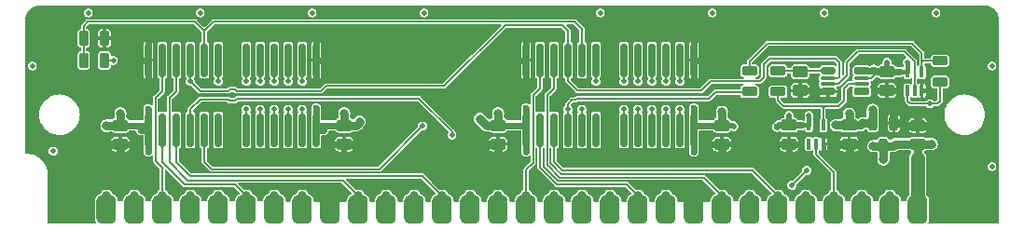
<source format=gtl>
G04 #@! TF.GenerationSoftware,KiCad,Pcbnew,(7.0.0-0)*
G04 #@! TF.CreationDate,2023-02-28T11:31:52-05:00*
G04 #@! TF.ProjectId,GW4194-SOJ-DC,47573431-3934-42d5-934f-4a2d44432e6b,1.1-SOJ-DC*
G04 #@! TF.SameCoordinates,Original*
G04 #@! TF.FileFunction,Copper,L1,Top*
G04 #@! TF.FilePolarity,Positive*
%FSLAX46Y46*%
G04 Gerber Fmt 4.6, Leading zero omitted, Abs format (unit mm)*
G04 Created by KiCad (PCBNEW (7.0.0-0)) date 2023-02-28 11:31:52*
%MOMM*%
%LPD*%
G01*
G04 APERTURE LIST*
G04 Aperture macros list*
%AMRoundRect*
0 Rectangle with rounded corners*
0 $1 Rounding radius*
0 $2 $3 $4 $5 $6 $7 $8 $9 X,Y pos of 4 corners*
0 Add a 4 corners polygon primitive as box body*
4,1,4,$2,$3,$4,$5,$6,$7,$8,$9,$2,$3,0*
0 Add four circle primitives for the rounded corners*
1,1,$1+$1,$2,$3*
1,1,$1+$1,$4,$5*
1,1,$1+$1,$6,$7*
1,1,$1+$1,$8,$9*
0 Add four rect primitives between the rounded corners*
20,1,$1+$1,$2,$3,$4,$5,0*
20,1,$1+$1,$4,$5,$6,$7,0*
20,1,$1+$1,$6,$7,$8,$9,0*
20,1,$1+$1,$8,$9,$2,$3,0*%
G04 Aperture macros list end*
G04 #@! TA.AperFunction,SMDPad,CuDef*
%ADD10RoundRect,0.262500X-0.437500X0.262500X-0.437500X-0.262500X0.437500X-0.262500X0.437500X0.262500X0*%
G04 #@! TD*
G04 #@! TA.AperFunction,SMDPad,CuDef*
%ADD11RoundRect,0.262500X0.437500X-0.262500X0.437500X0.262500X-0.437500X0.262500X-0.437500X-0.262500X0*%
G04 #@! TD*
G04 #@! TA.AperFunction,ComponentPad*
%ADD12C,0.800000*%
G04 #@! TD*
G04 #@! TA.AperFunction,SMDPad,CuDef*
%ADD13RoundRect,0.444500X-0.444500X-0.825500X0.444500X-0.825500X0.444500X0.825500X-0.444500X0.825500X0*%
G04 #@! TD*
G04 #@! TA.AperFunction,SMDPad,CuDef*
%ADD14RoundRect,0.212500X0.212500X0.487500X-0.212500X0.487500X-0.212500X-0.487500X0.212500X-0.487500X0*%
G04 #@! TD*
G04 #@! TA.AperFunction,SMDPad,CuDef*
%ADD15RoundRect,0.212500X-0.212500X-0.487500X0.212500X-0.487500X0.212500X0.487500X-0.212500X0.487500X0*%
G04 #@! TD*
G04 #@! TA.AperFunction,SMDPad,CuDef*
%ADD16RoundRect,0.212500X-0.487500X0.212500X-0.487500X-0.212500X0.487500X-0.212500X0.487500X0.212500X0*%
G04 #@! TD*
G04 #@! TA.AperFunction,SMDPad,CuDef*
%ADD17RoundRect,0.100000X0.100000X-0.400000X0.100000X0.400000X-0.100000X0.400000X-0.100000X-0.400000X0*%
G04 #@! TD*
G04 #@! TA.AperFunction,SMDPad,CuDef*
%ADD18RoundRect,0.200000X-0.200000X0.475000X-0.200000X-0.475000X0.200000X-0.475000X0.200000X0.475000X0*%
G04 #@! TD*
G04 #@! TA.AperFunction,SMDPad,CuDef*
%ADD19RoundRect,0.212500X0.487500X-0.212500X0.487500X0.212500X-0.487500X0.212500X-0.487500X-0.212500X0*%
G04 #@! TD*
G04 #@! TA.AperFunction,SMDPad,CuDef*
%ADD20RoundRect,0.150000X0.150000X-1.374000X0.150000X1.374000X-0.150000X1.374000X-0.150000X-1.374000X0*%
G04 #@! TD*
G04 #@! TA.AperFunction,SMDPad,CuDef*
%ADD21RoundRect,0.175000X-0.475000X-0.175000X0.475000X-0.175000X0.475000X0.175000X-0.475000X0.175000X0*%
G04 #@! TD*
G04 #@! TA.AperFunction,SMDPad,CuDef*
%ADD22RoundRect,0.075000X-0.600000X-0.075000X0.600000X-0.075000X0.600000X0.075000X-0.600000X0.075000X0*%
G04 #@! TD*
G04 #@! TA.AperFunction,SMDPad,CuDef*
%ADD23RoundRect,0.175000X-0.500000X0.175000X-0.500000X-0.175000X0.500000X-0.175000X0.500000X0.175000X0*%
G04 #@! TD*
G04 #@! TA.AperFunction,SMDPad,CuDef*
%ADD24RoundRect,0.175000X-0.500000X-0.175000X0.500000X-0.175000X0.500000X0.175000X-0.500000X0.175000X0*%
G04 #@! TD*
G04 #@! TA.AperFunction,ViaPad*
%ADD25C,0.508000*%
G04 #@! TD*
G04 #@! TA.AperFunction,ViaPad*
%ADD26C,0.800000*%
G04 #@! TD*
G04 #@! TA.AperFunction,ViaPad*
%ADD27C,0.600000*%
G04 #@! TD*
G04 #@! TA.AperFunction,ViaPad*
%ADD28C,1.000000*%
G04 #@! TD*
G04 #@! TA.AperFunction,Conductor*
%ADD29C,0.800000*%
G04 #@! TD*
G04 #@! TA.AperFunction,Conductor*
%ADD30C,0.600000*%
G04 #@! TD*
G04 #@! TA.AperFunction,Conductor*
%ADD31C,0.762000*%
G04 #@! TD*
G04 #@! TA.AperFunction,Conductor*
%ADD32C,1.270000*%
G04 #@! TD*
G04 #@! TA.AperFunction,Conductor*
%ADD33C,0.508000*%
G04 #@! TD*
G04 #@! TA.AperFunction,Conductor*
%ADD34C,0.152400*%
G04 #@! TD*
G04 #@! TA.AperFunction,Conductor*
%ADD35C,0.450000*%
G04 #@! TD*
G04 #@! TA.AperFunction,Conductor*
%ADD36C,0.400000*%
G04 #@! TD*
G04 APERTURE END LIST*
D10*
X85090000Y-92407000D03*
X85090000Y-94107000D03*
X105410000Y-92407000D03*
X105410000Y-94107000D03*
X119380000Y-92407000D03*
X119380000Y-94107000D03*
D11*
X157480000Y-94107000D03*
X157480000Y-92407000D03*
D12*
X83820000Y-98806000D03*
D13*
X83820000Y-100076000D03*
D12*
X86360000Y-98806000D03*
D13*
X86360000Y-100076000D03*
D12*
X88900000Y-98806000D03*
D13*
X88900000Y-100076000D03*
D12*
X91440000Y-98806000D03*
D13*
X91440000Y-100076000D03*
D12*
X93980000Y-98806000D03*
D13*
X93980000Y-100076000D03*
D12*
X96520000Y-98806000D03*
D13*
X96520000Y-100076000D03*
D12*
X99060000Y-98806000D03*
D13*
X99060000Y-100076000D03*
D12*
X101600000Y-98806000D03*
D13*
X101600000Y-100076000D03*
D12*
X104140000Y-98806000D03*
D13*
X104140000Y-100076000D03*
D12*
X106680000Y-98806000D03*
D13*
X106680000Y-100076000D03*
D12*
X109220000Y-98806000D03*
D13*
X109220000Y-100076000D03*
D12*
X111760000Y-98806000D03*
D13*
X111760000Y-100076000D03*
D12*
X114300000Y-98806000D03*
D13*
X114300000Y-100076000D03*
D12*
X116840000Y-98806000D03*
D13*
X116840000Y-100076000D03*
D12*
X119380000Y-98806000D03*
D13*
X119380000Y-100076000D03*
D12*
X121920000Y-98806000D03*
D13*
X121920000Y-100076000D03*
D12*
X124460000Y-98806000D03*
D13*
X124460000Y-100076000D03*
D12*
X127000000Y-98806000D03*
D13*
X127000000Y-100076000D03*
D12*
X129540000Y-98806000D03*
D13*
X129540000Y-100076000D03*
D12*
X132080000Y-98806000D03*
D13*
X132080000Y-100076000D03*
D12*
X134620000Y-98806000D03*
D13*
X134620000Y-100076000D03*
D12*
X137160000Y-98806000D03*
D13*
X137160000Y-100076000D03*
D12*
X139700000Y-98806000D03*
D13*
X139700000Y-100076000D03*
D12*
X142240000Y-98806000D03*
D13*
X142240000Y-100076000D03*
D12*
X144780000Y-98806000D03*
D13*
X144780000Y-100076000D03*
D12*
X147320000Y-98806000D03*
D13*
X147320000Y-100076000D03*
D12*
X149860000Y-98806000D03*
D13*
X149860000Y-100076000D03*
D12*
X152400000Y-98806000D03*
D13*
X152400000Y-100076000D03*
D12*
X154940000Y-98806000D03*
D13*
X154940000Y-100076000D03*
D12*
X157480000Y-98806000D03*
D13*
X157480000Y-100076000D03*
D14*
X83650000Y-86500000D03*
X81750000Y-86500000D03*
D15*
X81750000Y-84500000D03*
X83650000Y-84500000D03*
D10*
X146800000Y-87550000D03*
X146800000Y-89250000D03*
D16*
X144800000Y-87450000D03*
X144800000Y-89350000D03*
D17*
X147600000Y-94100000D03*
X148250000Y-94100000D03*
X148900000Y-94100000D03*
X148900000Y-92400000D03*
X147600000Y-92400000D03*
X156550000Y-89250000D03*
X157200000Y-89250000D03*
X157850000Y-89250000D03*
X157850000Y-87550000D03*
X156550000Y-87550000D03*
D10*
X154700000Y-87550000D03*
X154700000Y-89250000D03*
D18*
X155300000Y-92200000D03*
X153400000Y-92200000D03*
X154350000Y-94300000D03*
D10*
X151250000Y-92400000D03*
X151250000Y-94100000D03*
D19*
X142200000Y-89350000D03*
X142200000Y-87450000D03*
D10*
X145800000Y-92400000D03*
X145800000Y-94100000D03*
D20*
X121920000Y-92837000D03*
X123190000Y-92837000D03*
X124460000Y-92837000D03*
X125730000Y-92837000D03*
X127000000Y-92837000D03*
X128270000Y-92837000D03*
X130810000Y-92837000D03*
X132080000Y-92837000D03*
X133350000Y-92837000D03*
X134620000Y-92837000D03*
X135890000Y-92837000D03*
X137160000Y-92837000D03*
X137160000Y-86487000D03*
X135890000Y-86487000D03*
X134620000Y-86487000D03*
X133350000Y-86487000D03*
X132080000Y-86487000D03*
X130810000Y-86487000D03*
X128270000Y-86487000D03*
X127000000Y-86487000D03*
X125730000Y-86487000D03*
X124460000Y-86487000D03*
X123190000Y-86487000D03*
X121920000Y-86487000D03*
X87630000Y-92837000D03*
X88900000Y-92837000D03*
X90170000Y-92837000D03*
X91440000Y-92837000D03*
X92710000Y-92837000D03*
X93980000Y-92837000D03*
X96520000Y-92837000D03*
X97790000Y-92837000D03*
X99060000Y-92837000D03*
X100330000Y-92837000D03*
X101600000Y-92837000D03*
X102870000Y-92837000D03*
X102870000Y-86487000D03*
X101600000Y-86487000D03*
X100330000Y-86487000D03*
X99060000Y-86487000D03*
X97790000Y-86487000D03*
X96520000Y-86487000D03*
X93980000Y-86487000D03*
X92710000Y-86487000D03*
X91440000Y-86487000D03*
X90170000Y-86487000D03*
X88900000Y-86487000D03*
X87630000Y-86487000D03*
D10*
X139700000Y-92407000D03*
X139700000Y-94107000D03*
D21*
X149350000Y-87450000D03*
D22*
X149325000Y-88150000D03*
X149325000Y-88650000D03*
D21*
X149350000Y-89350000D03*
D23*
X152375000Y-89350000D03*
D22*
X152375000Y-88650000D03*
X152375000Y-88150000D03*
D24*
X152375000Y-87450000D03*
D16*
X159500000Y-86550000D03*
X159500000Y-88450000D03*
D25*
X77089000Y-86995000D03*
X164211000Y-86995000D03*
X164211000Y-96139000D03*
X78994000Y-94742000D03*
X159131000Y-82169000D03*
X148971000Y-82169000D03*
X92329000Y-82169000D03*
X102489000Y-82169000D03*
X138811000Y-82169000D03*
X82169000Y-82169000D03*
X112649000Y-82169000D03*
X128651000Y-82169000D03*
D26*
X155250000Y-94300000D03*
X154350000Y-95500000D03*
X153450000Y-94300000D03*
X117729000Y-91821000D03*
D27*
X102870000Y-90868500D03*
X121920000Y-90868500D03*
D25*
X140779500Y-92519500D03*
D27*
X103568500Y-92837000D03*
X87630000Y-90932000D03*
D26*
X85090000Y-91313000D03*
X158750000Y-94107000D03*
X106807000Y-92075000D03*
D27*
X137160000Y-94805500D03*
X87630000Y-94805500D03*
D26*
X105410000Y-91313000D03*
D27*
X86931500Y-92837000D03*
D26*
X139700000Y-91186000D03*
X83820000Y-92456000D03*
D27*
X121920000Y-94805500D03*
X137160000Y-90868500D03*
D26*
X119380000Y-91313000D03*
D28*
X157480000Y-95377000D03*
D25*
X146050000Y-97853500D03*
X147400000Y-96500000D03*
X158600000Y-90450000D03*
X127000000Y-90932000D03*
X112522000Y-92456000D03*
X84450000Y-86500000D03*
X91440000Y-88392000D03*
X112776000Y-95377000D03*
X110617000Y-93345000D03*
X95250000Y-89662000D03*
X112395000Y-89408000D03*
X119634000Y-89408000D03*
X92710000Y-96520000D03*
X111252000Y-97536000D03*
X117729000Y-97917000D03*
X118872000Y-97536000D03*
X139065000Y-97409000D03*
X89408000Y-97028000D03*
X88138000Y-96266000D03*
X114173000Y-92964000D03*
X114935000Y-91948000D03*
X114681000Y-95758000D03*
X144145000Y-97409000D03*
X143129000Y-96393000D03*
X88900000Y-90043000D03*
X87630000Y-90043000D03*
X90170000Y-90043000D03*
X91948000Y-89662000D03*
X126238000Y-89598500D03*
X112395000Y-93472000D03*
X113411000Y-91948000D03*
X116205000Y-92964000D03*
X111506000Y-92583000D03*
X121412000Y-97536000D03*
X122428000Y-97536000D03*
X110363000Y-95377000D03*
X164020500Y-82359500D03*
X164211000Y-100711000D03*
X79121000Y-100711000D03*
X77089000Y-94361000D03*
X77089000Y-91440000D03*
X79883000Y-84709000D03*
X161290000Y-93853000D03*
X161290000Y-98552000D03*
X80899000Y-97790000D03*
X79883000Y-89281000D03*
X133350000Y-98298000D03*
X110109000Y-97917000D03*
X102743000Y-97917000D03*
X99949000Y-97917000D03*
X97409000Y-97917000D03*
X158623000Y-96139000D03*
X111569500Y-94234000D03*
X104013000Y-89408000D03*
X108839000Y-95377000D03*
X112014000Y-90551000D03*
X164211000Y-91567000D03*
X77279500Y-82359500D03*
X154051000Y-82169000D03*
X87249000Y-82169000D03*
X97409000Y-82169000D03*
X143891000Y-82169000D03*
X110109000Y-84963000D03*
X105029000Y-84963000D03*
X115189000Y-84963000D03*
X126111000Y-83502500D03*
X107569000Y-82169000D03*
X117729000Y-82169000D03*
X123571000Y-82169000D03*
X133731000Y-82169000D03*
X128270000Y-98298000D03*
X143510000Y-98298000D03*
X157350000Y-86050000D03*
D26*
X156200000Y-92200000D03*
D25*
X148050000Y-86850000D03*
X155650000Y-86200000D03*
X143000000Y-86550000D03*
X140950000Y-88900000D03*
D27*
X137160000Y-84518500D03*
X137160000Y-88392000D03*
D26*
X150000000Y-94100000D03*
D27*
X102870000Y-83629500D03*
D25*
X105410000Y-94996000D03*
X140779500Y-93980000D03*
D27*
X121920000Y-89471500D03*
D25*
X84450000Y-84500000D03*
D27*
X145800000Y-95050000D03*
X87630000Y-84518500D03*
D26*
X151250000Y-95150000D03*
X83820000Y-94107000D03*
X119380000Y-95250000D03*
X158750000Y-92456000D03*
X85090000Y-95250000D03*
D27*
X148200000Y-89450000D03*
X146900000Y-93950000D03*
X153550000Y-89050000D03*
X121920000Y-83883500D03*
D26*
X139700000Y-95250000D03*
D27*
X86931500Y-86487000D03*
D25*
X148900000Y-95000000D03*
D27*
X138557000Y-94107000D03*
X144700000Y-93950000D03*
D26*
X157480000Y-91313000D03*
D25*
X158450000Y-89250000D03*
D27*
X137858500Y-86487000D03*
D26*
X118110000Y-94107000D03*
D27*
X104267000Y-94107000D03*
X86233000Y-94107000D03*
D26*
X106680000Y-94107000D03*
D27*
X87630000Y-88455500D03*
X155800000Y-89100000D03*
D26*
X155300000Y-91000000D03*
X152500000Y-94100000D03*
D25*
X146800000Y-90150000D03*
X132080000Y-90932000D03*
X100330000Y-90932000D03*
X99060000Y-90932000D03*
X133350000Y-90932000D03*
X97790000Y-90932000D03*
X134620000Y-90932000D03*
X135890000Y-90932000D03*
X96520000Y-90932000D03*
X93980000Y-88392000D03*
X135890000Y-88392000D03*
X96520000Y-88392000D03*
X134620000Y-88392000D03*
X133350000Y-88392000D03*
X97790000Y-88392000D03*
X132080000Y-88392000D03*
X99060000Y-88392000D03*
X130810000Y-88392000D03*
X100330000Y-88392000D03*
X101600000Y-90932000D03*
X130810000Y-90932000D03*
X101600000Y-88392000D03*
X128270000Y-88392000D03*
X125730000Y-90932000D03*
X115189000Y-93281500D03*
D27*
X146950000Y-92400000D03*
D25*
X147600000Y-91500000D03*
X154700000Y-86650000D03*
D26*
X150050000Y-92400000D03*
D25*
X145800000Y-91500000D03*
D26*
X153400000Y-91000000D03*
D27*
X144700000Y-92550000D03*
D26*
X152500000Y-92200000D03*
D25*
X156550000Y-86650000D03*
D26*
X151250000Y-91350000D03*
D27*
X153500000Y-87350000D03*
X155900000Y-87550000D03*
D29*
X154350000Y-94300000D02*
X155250000Y-94300000D01*
X154350000Y-94300000D02*
X153450000Y-94300000D01*
X154350000Y-94300000D02*
X154350000Y-95500000D01*
D30*
X87630000Y-92519500D02*
X87630000Y-92837000D01*
D29*
X155443000Y-94107000D02*
X155250000Y-94300000D01*
D30*
X85090000Y-92407000D02*
X87517500Y-92407000D01*
X87517500Y-92407000D02*
X87630000Y-92519500D01*
D31*
X105410000Y-92407000D02*
X105410000Y-91313000D01*
D30*
X137209000Y-92407000D02*
X137160000Y-92456000D01*
D32*
X157480000Y-98806000D02*
X157480000Y-95377000D01*
D30*
X139700000Y-92407000D02*
X137209000Y-92407000D01*
D31*
X106475000Y-92407000D02*
X106807000Y-92075000D01*
X118315000Y-92407000D02*
X117729000Y-91821000D01*
D30*
X121871000Y-92407000D02*
X121920000Y-92456000D01*
D31*
X83869000Y-92407000D02*
X83820000Y-92456000D01*
X85090000Y-92407000D02*
X85090000Y-91313000D01*
D30*
X137160000Y-92456000D02*
X137160000Y-92837000D01*
X121920000Y-92837000D02*
X121920000Y-94805500D01*
D29*
X157480000Y-94107000D02*
X158750000Y-94107000D01*
D30*
X102870000Y-92837000D02*
X103568500Y-92837000D01*
X137160000Y-92837000D02*
X137160000Y-94805500D01*
D33*
X140667000Y-92407000D02*
X140779500Y-92519500D01*
D30*
X121920000Y-92837000D02*
X121920000Y-90868500D01*
X87630000Y-92837000D02*
X86931500Y-92837000D01*
X87630000Y-92837000D02*
X87630000Y-94805500D01*
X102870000Y-92837000D02*
X102870000Y-90868500D01*
D31*
X105410000Y-92407000D02*
X106475000Y-92407000D01*
D29*
X157480000Y-94107000D02*
X155443000Y-94107000D01*
D31*
X157480000Y-95377000D02*
X157480000Y-94107000D01*
D30*
X137160000Y-92837000D02*
X137160000Y-90868500D01*
X102919000Y-92407000D02*
X102870000Y-92456000D01*
D31*
X119380000Y-92407000D02*
X118315000Y-92407000D01*
X139700000Y-92407000D02*
X139700000Y-91186000D01*
D30*
X105410000Y-92407000D02*
X102919000Y-92407000D01*
X119380000Y-92407000D02*
X121871000Y-92407000D01*
X102870000Y-92456000D02*
X102870000Y-92837000D01*
X87630000Y-94112000D02*
X87630000Y-90932000D01*
D31*
X119380000Y-92407000D02*
X119380000Y-91313000D01*
D33*
X139700000Y-92407000D02*
X140667000Y-92407000D01*
X87625000Y-94107000D02*
X87630000Y-94112000D01*
D31*
X85090000Y-92407000D02*
X83869000Y-92407000D01*
D30*
X121920000Y-92456000D02*
X121920000Y-92837000D01*
D34*
X88900000Y-96266000D02*
X88265000Y-95631000D01*
X88265000Y-89916000D02*
X88900000Y-89281000D01*
X88900000Y-98806000D02*
X88900000Y-96266000D01*
X88900000Y-89281000D02*
X88900000Y-85962000D01*
X88265000Y-95631000D02*
X88265000Y-89916000D01*
X96520000Y-98806000D02*
X95504000Y-97790000D01*
X95504000Y-97790000D02*
X90932000Y-97790000D01*
X90932000Y-97790000D02*
X88900000Y-95758000D01*
X88900000Y-95758000D02*
X88900000Y-94112000D01*
X156550000Y-89250000D02*
X156550000Y-90200000D01*
X156800000Y-90450000D02*
X158600000Y-90450000D01*
X159250000Y-90450000D02*
X158600000Y-90450000D01*
X146748500Y-97155000D02*
X146050000Y-97853500D01*
X159500000Y-90200000D02*
X159250000Y-90450000D01*
X156550000Y-90200000D02*
X156800000Y-90450000D01*
X147400000Y-96500000D02*
X146748500Y-97151500D01*
X159500000Y-88450000D02*
X159500000Y-90200000D01*
X146748500Y-97151500D02*
X146748500Y-97155000D01*
X127000000Y-94112000D02*
X127000000Y-90932000D01*
X112522000Y-92456000D02*
X108585000Y-96393000D01*
X149860000Y-96660000D02*
X149860000Y-98806000D01*
X148250000Y-94100000D02*
X148250000Y-95050000D01*
X108585000Y-96393000D02*
X93345000Y-96393000D01*
X92710000Y-95758000D02*
X92710000Y-93362000D01*
X148250000Y-95050000D02*
X149860000Y-96660000D01*
X93345000Y-96393000D02*
X92710000Y-95758000D01*
X149850000Y-100066000D02*
X149860000Y-100076000D01*
X137850000Y-89250000D02*
X138700000Y-88400000D01*
X114490500Y-88836500D02*
X120015000Y-83312000D01*
X95631000Y-89281000D02*
X103314500Y-89281000D01*
X150000000Y-86350000D02*
X150350000Y-86700000D01*
X125730000Y-83820000D02*
X125730000Y-88392000D01*
X91440000Y-88392000D02*
X92329000Y-89281000D01*
X103314500Y-89281000D02*
X103759000Y-88836500D01*
X103759000Y-88836500D02*
X114490500Y-88836500D01*
X150200000Y-88150000D02*
X149325000Y-88150000D01*
X143500000Y-86850000D02*
X144000000Y-86350000D01*
X94996000Y-89154000D02*
X95504000Y-89154000D01*
X125730000Y-88392000D02*
X126588000Y-89250000D01*
X120015000Y-83312000D02*
X125222000Y-83312000D01*
X143150000Y-88400000D02*
X143500000Y-88050000D01*
X143500000Y-88050000D02*
X143500000Y-86850000D01*
X84450000Y-86500000D02*
X83650000Y-86500000D01*
X150350000Y-88000000D02*
X150200000Y-88150000D01*
X125222000Y-83312000D02*
X125730000Y-83820000D01*
X95504000Y-89154000D02*
X95631000Y-89281000D01*
X94869000Y-89281000D02*
X94996000Y-89154000D01*
X138700000Y-88400000D02*
X143150000Y-88400000D01*
X150350000Y-86700000D02*
X150350000Y-88000000D01*
X126588000Y-89250000D02*
X137850000Y-89250000D01*
X144000000Y-86350000D02*
X150000000Y-86350000D01*
X91440000Y-88392000D02*
X91440000Y-85212000D01*
X92329000Y-89281000D02*
X94869000Y-89281000D01*
X90170000Y-85962000D02*
X90170000Y-89281000D01*
X105283000Y-97409000D02*
X106680000Y-98806000D01*
X89535000Y-95758000D02*
X91186000Y-97409000D01*
X90170000Y-89281000D02*
X89535000Y-89916000D01*
X91186000Y-97409000D02*
X105283000Y-97409000D01*
X89535000Y-89916000D02*
X89535000Y-95758000D01*
X91440000Y-97028000D02*
X112522000Y-97028000D01*
X90170000Y-95758000D02*
X91440000Y-97028000D01*
X90170000Y-94112000D02*
X90170000Y-95758000D01*
X112522000Y-97028000D02*
X114300000Y-98806000D01*
D29*
X155300000Y-92200000D02*
X156200000Y-92200000D01*
X155300000Y-92200000D02*
X155300000Y-91000000D01*
D30*
X146750000Y-94100000D02*
X146900000Y-93950000D01*
D31*
X119380000Y-94107000D02*
X118110000Y-94107000D01*
D30*
X87630000Y-86487000D02*
X87630000Y-88455500D01*
D29*
X151250000Y-94100000D02*
X151250000Y-95150000D01*
D33*
X140652500Y-94107000D02*
X140779500Y-93980000D01*
D30*
X153750000Y-89250000D02*
X153550000Y-89050000D01*
X154700000Y-89250000D02*
X153750000Y-89250000D01*
X145800000Y-94100000D02*
X146750000Y-94100000D01*
X102870000Y-86487000D02*
X102870000Y-83629500D01*
X139700000Y-94107000D02*
X138557000Y-94107000D01*
D29*
X156407000Y-92407000D02*
X156200000Y-92200000D01*
D30*
X148000000Y-89250000D02*
X148200000Y-89450000D01*
D33*
X105410000Y-94107000D02*
X105410000Y-94996000D01*
D31*
X119380000Y-94107000D02*
X119380000Y-95250000D01*
D30*
X146800000Y-89250000D02*
X148000000Y-89250000D01*
X121920000Y-86487000D02*
X121412000Y-86487000D01*
D31*
X105410000Y-94107000D02*
X106680000Y-94107000D01*
D29*
X151250000Y-94100000D02*
X152500000Y-94100000D01*
D30*
X102870000Y-86487000D02*
X102870000Y-88201500D01*
D29*
X157480000Y-92407000D02*
X158701000Y-92407000D01*
D31*
X85090000Y-94107000D02*
X85090000Y-95250000D01*
X85090000Y-94107000D02*
X83820000Y-94107000D01*
D30*
X85090000Y-94107000D02*
X86233000Y-94107000D01*
X144850000Y-94100000D02*
X144700000Y-93950000D01*
X121920000Y-86487000D02*
X121920000Y-83883500D01*
D34*
X83650000Y-84500000D02*
X84450000Y-84500000D01*
D30*
X87630000Y-86487000D02*
X87630000Y-84518500D01*
D31*
X139700000Y-94107000D02*
X139700000Y-95250000D01*
D30*
X137160000Y-86487000D02*
X137858500Y-86487000D01*
X105410000Y-94107000D02*
X104267000Y-94107000D01*
D35*
X157850000Y-89250000D02*
X158450000Y-89250000D01*
D30*
X137160000Y-86487000D02*
X137160000Y-84518500D01*
X148200000Y-89450000D02*
X148300000Y-89350000D01*
X148300000Y-89350000D02*
X149350000Y-89350000D01*
X145800000Y-94100000D02*
X144850000Y-94100000D01*
X121920000Y-86487000D02*
X121920000Y-89471500D01*
X154700000Y-89250000D02*
X155650000Y-89250000D01*
D29*
X151250000Y-94100000D02*
X150000000Y-94100000D01*
D30*
X102870000Y-86487000D02*
X103378000Y-86487000D01*
D29*
X157480000Y-92407000D02*
X156407000Y-92407000D01*
X157480000Y-92407000D02*
X157480000Y-91313000D01*
D30*
X145800000Y-94100000D02*
X145800000Y-95050000D01*
X155650000Y-89250000D02*
X155800000Y-89100000D01*
X137160000Y-85212000D02*
X137160000Y-88392000D01*
D33*
X146800000Y-89250000D02*
X146800000Y-90150000D01*
D30*
X87630000Y-86487000D02*
X86931500Y-86487000D01*
D33*
X139700000Y-94107000D02*
X140652500Y-94107000D01*
D36*
X148900000Y-94100000D02*
X148900000Y-95000000D01*
D29*
X158701000Y-92407000D02*
X158750000Y-92456000D01*
D34*
X122555000Y-95821500D02*
X122555000Y-89662000D01*
X122555000Y-95821500D02*
X121920000Y-96456500D01*
X123190000Y-89027000D02*
X122555000Y-89662000D01*
X121920000Y-96456500D02*
X121920000Y-98806000D01*
X123190000Y-85962000D02*
X123190000Y-89027000D01*
X123190000Y-96266000D02*
X124714000Y-97790000D01*
X123190000Y-93362000D02*
X123190000Y-96266000D01*
X124714000Y-97790000D02*
X131064000Y-97790000D01*
X131064000Y-97790000D02*
X132080000Y-98806000D01*
X124460000Y-89027000D02*
X123825000Y-89662000D01*
X123825000Y-89662000D02*
X123825000Y-96012000D01*
X123825000Y-96012000D02*
X124968000Y-97155000D01*
X138049000Y-97155000D02*
X139700000Y-98806000D01*
X124968000Y-97155000D02*
X138049000Y-97155000D01*
X124460000Y-85212000D02*
X124460000Y-89027000D01*
X124460000Y-93362000D02*
X124460000Y-95758000D01*
X125222000Y-96520000D02*
X142494000Y-96520000D01*
X142494000Y-96520000D02*
X144780000Y-98806000D01*
X124460000Y-95758000D02*
X125222000Y-96520000D01*
X100330000Y-94112000D02*
X100330000Y-90932000D01*
X132080000Y-93362000D02*
X132080000Y-90932000D01*
X99060000Y-90932000D02*
X99060000Y-93362000D01*
X133350000Y-94112000D02*
X133350000Y-90932000D01*
X134620000Y-94112000D02*
X134620000Y-90932000D01*
X97790000Y-90932000D02*
X97790000Y-93362000D01*
X135890000Y-94112000D02*
X135890000Y-90932000D01*
X96520000Y-90932000D02*
X96520000Y-93362000D01*
X135890000Y-85212000D02*
X135890000Y-88392000D01*
X93980000Y-85212000D02*
X93980000Y-88392000D01*
X96520000Y-88392000D02*
X96520000Y-85962000D01*
X134620000Y-85962000D02*
X134620000Y-88392000D01*
X97790000Y-88392000D02*
X97790000Y-85962000D01*
X133350000Y-85212000D02*
X133350000Y-88392000D01*
X99060000Y-88392000D02*
X99060000Y-85962000D01*
X132080000Y-85212000D02*
X132080000Y-88392000D01*
X100330000Y-85212000D02*
X100330000Y-88392000D01*
X130810000Y-85212000D02*
X130810000Y-88392000D01*
X101600000Y-94112000D02*
X101600000Y-90932000D01*
X130810000Y-94112000D02*
X130810000Y-90932000D01*
X128270000Y-85212000D02*
X128270000Y-88392000D01*
X101600000Y-85212000D02*
X101600000Y-88392000D01*
X125730000Y-94112000D02*
X125730000Y-90932000D01*
X115189000Y-93281500D02*
X115189000Y-92964000D01*
X91440000Y-90932000D02*
X91440000Y-94112000D01*
X126428500Y-90106500D02*
X126093500Y-90106500D01*
X94869000Y-90043000D02*
X92329000Y-90043000D01*
X112204500Y-89979500D02*
X95694500Y-89979500D01*
X115189000Y-92964000D02*
X112204500Y-89979500D01*
X125730000Y-90470000D02*
X125730000Y-90932000D01*
X139100000Y-89400000D02*
X138500000Y-90000000D01*
X92329000Y-90043000D02*
X91440000Y-90932000D01*
X94996000Y-90170000D02*
X94869000Y-90043000D01*
X142200000Y-89350000D02*
X142150000Y-89400000D01*
X138500000Y-90000000D02*
X126535000Y-90000000D01*
X126535000Y-90000000D02*
X126428500Y-90106500D01*
X95694500Y-89979500D02*
X95504000Y-90170000D01*
X142150000Y-89400000D02*
X139100000Y-89400000D01*
X95504000Y-90170000D02*
X94996000Y-90170000D01*
X126093500Y-90106500D02*
X125730000Y-90470000D01*
X127000000Y-83661250D02*
X127000000Y-85212000D01*
X82155500Y-82994500D02*
X91884500Y-82994500D01*
X81750000Y-84500000D02*
X81750000Y-83400000D01*
X92710000Y-83820000D02*
X92710000Y-85212000D01*
X81750000Y-84500000D02*
X81750000Y-86500000D01*
X81750000Y-83400000D02*
X82155500Y-82994500D01*
X91884500Y-82994500D02*
X92710000Y-83820000D01*
X126333250Y-82994500D02*
X127000000Y-83661250D01*
X93535500Y-82994500D02*
X126333250Y-82994500D01*
X92710000Y-83820000D02*
X93535500Y-82994500D01*
X152050000Y-85700000D02*
X156300000Y-85700000D01*
X151050000Y-87850000D02*
X151050000Y-86700000D01*
X149325000Y-88650000D02*
X150250000Y-88650000D01*
X151050000Y-86700000D02*
X152050000Y-85700000D01*
X157200000Y-86600000D02*
X157200000Y-89250000D01*
X156300000Y-85700000D02*
X157200000Y-86600000D01*
X150250000Y-88650000D02*
X151050000Y-87850000D01*
X146700000Y-87450000D02*
X146800000Y-87550000D01*
X147000000Y-87350000D02*
X146800000Y-87550000D01*
X144800000Y-87450000D02*
X146700000Y-87450000D01*
X146900000Y-87450000D02*
X146800000Y-87550000D01*
X149350000Y-87450000D02*
X146900000Y-87450000D01*
D33*
X154700000Y-87550000D02*
X154700000Y-86650000D01*
D34*
X153850000Y-87550000D02*
X154700000Y-87550000D01*
D36*
X156550000Y-87550000D02*
X156550000Y-86650000D01*
X147600000Y-92400000D02*
X146950000Y-92400000D01*
D30*
X153700000Y-87550000D02*
X153500000Y-87350000D01*
D36*
X147600000Y-92400000D02*
X147600000Y-91500000D01*
D29*
X151250000Y-92400000D02*
X151250000Y-91350000D01*
D30*
X153400000Y-87450000D02*
X152375000Y-87450000D01*
X154600000Y-87450000D02*
X154700000Y-87550000D01*
D29*
X153400000Y-92200000D02*
X153400000Y-91000000D01*
D30*
X153500000Y-87350000D02*
X153400000Y-87450000D01*
D29*
X152300000Y-92400000D02*
X152500000Y-92200000D01*
X151250000Y-92400000D02*
X152300000Y-92400000D01*
X151250000Y-92400000D02*
X150050000Y-92400000D01*
D34*
X153500000Y-87350000D02*
X153500000Y-87900000D01*
X153700000Y-87650000D02*
X153700000Y-87550000D01*
D30*
X154700000Y-87550000D02*
X153700000Y-87550000D01*
D34*
X153500000Y-87900000D02*
X153250000Y-88150000D01*
D30*
X145800000Y-92400000D02*
X144850000Y-92400000D01*
D34*
X153500000Y-87900000D02*
X153850000Y-87550000D01*
D33*
X145800000Y-92400000D02*
X145800000Y-91500000D01*
D30*
X152375000Y-87450000D02*
X154600000Y-87450000D01*
X145800000Y-92400000D02*
X146950000Y-92400000D01*
D34*
X153250000Y-88150000D02*
X152375000Y-88150000D01*
D30*
X154700000Y-87550000D02*
X155900000Y-87550000D01*
D29*
X153400000Y-92200000D02*
X152500000Y-92200000D01*
D30*
X144850000Y-92400000D02*
X144700000Y-92550000D01*
D36*
X156550000Y-87550000D02*
X155900000Y-87550000D01*
D34*
X148900000Y-90800000D02*
X148750000Y-90650000D01*
X150800000Y-90150000D02*
X150300000Y-90650000D01*
X148750000Y-90650000D02*
X145300000Y-90650000D01*
X151200000Y-88650000D02*
X150800000Y-89050000D01*
X148900000Y-92400000D02*
X148900000Y-90800000D01*
X145300000Y-90650000D02*
X144800000Y-90150000D01*
X152375000Y-88650000D02*
X151200000Y-88650000D01*
X149050000Y-90650000D02*
X148750000Y-90650000D01*
X144800000Y-90150000D02*
X144800000Y-89350000D01*
X150800000Y-89050000D02*
X150800000Y-90150000D01*
X150300000Y-90650000D02*
X149050000Y-90650000D01*
X148900000Y-90800000D02*
X149050000Y-90650000D01*
X157850000Y-86450000D02*
X157950000Y-86550000D01*
X143850000Y-84950000D02*
X142200000Y-86600000D01*
X157850000Y-86450000D02*
X157850000Y-85850000D01*
X157850000Y-86550000D02*
X157850000Y-86450000D01*
X142200000Y-86600000D02*
X142200000Y-87450000D01*
X157850000Y-86650000D02*
X157950000Y-86550000D01*
X157850000Y-85850000D02*
X156950000Y-84950000D01*
X156950000Y-84950000D02*
X143850000Y-84950000D01*
X157850000Y-86650000D02*
X157850000Y-86550000D01*
X157850000Y-87550000D02*
X157850000Y-86650000D01*
X157950000Y-86550000D02*
X157850000Y-86550000D01*
X159500000Y-86550000D02*
X157950000Y-86550000D01*
G04 #@! TA.AperFunction,Conductor*
G36*
X156852734Y-85184824D02*
G01*
X156877130Y-85201126D01*
X157598874Y-85922870D01*
X157615176Y-85947266D01*
X157620900Y-85976044D01*
X157620900Y-86442040D01*
X157620797Y-86445976D01*
X157619079Y-86478748D01*
X157619079Y-86478750D01*
X157618666Y-86486639D01*
X157620533Y-86491504D01*
X157620900Y-86496159D01*
X157620900Y-86534053D01*
X157620487Y-86541913D01*
X157617065Y-86574482D01*
X157619507Y-86582000D01*
X157620334Y-86589858D01*
X157619592Y-86589935D01*
X157620900Y-86598194D01*
X157620900Y-86626054D01*
X157619974Y-86637818D01*
X157617339Y-86654451D01*
X157617339Y-86654453D01*
X157616103Y-86662258D01*
X157618147Y-86669889D01*
X157618148Y-86669891D01*
X157618338Y-86670599D01*
X157620900Y-86690062D01*
X157620900Y-86891906D01*
X157612021Y-86927355D01*
X157587480Y-86954431D01*
X157583858Y-86956852D01*
X157573824Y-86963556D01*
X157573822Y-86963557D01*
X157567669Y-86967669D01*
X157563555Y-86973824D01*
X157558317Y-86979064D01*
X157556354Y-86977101D01*
X157529641Y-86997954D01*
X157482475Y-86999115D01*
X157443900Y-86971951D01*
X157429100Y-86927152D01*
X157429100Y-86607960D01*
X157429203Y-86604025D01*
X157429501Y-86598337D01*
X157431334Y-86563360D01*
X157422464Y-86540253D01*
X157419115Y-86528946D01*
X157415612Y-86512465D01*
X157413969Y-86504735D01*
X157409322Y-86498339D01*
X157409321Y-86498336D01*
X157408890Y-86497742D01*
X157399526Y-86480498D01*
X157396432Y-86472436D01*
X157378932Y-86454936D01*
X157371268Y-86445963D01*
X157361368Y-86432337D01*
X157356722Y-86425942D01*
X157349235Y-86421619D01*
X157333669Y-86409673D01*
X156901822Y-85977826D01*
X156467630Y-85543633D01*
X156464920Y-85540778D01*
X156442959Y-85516388D01*
X156437670Y-85510514D01*
X156430449Y-85507298D01*
X156430448Y-85507298D01*
X156415703Y-85500733D01*
X156415055Y-85500444D01*
X156404700Y-85494822D01*
X156383936Y-85481339D01*
X156376133Y-85480102D01*
X156376126Y-85480100D01*
X156375401Y-85479986D01*
X156356589Y-85474413D01*
X156348697Y-85470900D01*
X156340792Y-85470900D01*
X156323946Y-85470900D01*
X156312182Y-85469974D01*
X156295548Y-85467339D01*
X156295546Y-85467339D01*
X156287742Y-85466103D01*
X156280110Y-85468147D01*
X156280108Y-85468148D01*
X156279401Y-85468338D01*
X156259938Y-85470900D01*
X152057980Y-85470900D01*
X152054045Y-85470797D01*
X152021252Y-85469078D01*
X152021249Y-85469078D01*
X152013361Y-85468665D01*
X152005986Y-85471495D01*
X152005984Y-85471496D01*
X151990255Y-85477534D01*
X151978943Y-85480884D01*
X151962468Y-85484386D01*
X151962462Y-85484388D01*
X151954735Y-85486031D01*
X151948343Y-85490674D01*
X151948338Y-85490677D01*
X151947743Y-85491110D01*
X151930500Y-85500472D01*
X151929817Y-85500733D01*
X151929811Y-85500736D01*
X151922436Y-85503568D01*
X151916849Y-85509153D01*
X151916842Y-85509159D01*
X151904931Y-85521070D01*
X151895965Y-85528728D01*
X151882337Y-85538630D01*
X151882333Y-85538634D01*
X151875942Y-85543278D01*
X151871990Y-85550121D01*
X151871989Y-85550123D01*
X151871619Y-85550764D01*
X151859673Y-85566329D01*
X150893631Y-86532370D01*
X150890778Y-86535079D01*
X150868726Y-86554936D01*
X150860514Y-86562330D01*
X150857300Y-86569547D01*
X150857299Y-86569549D01*
X150850446Y-86584939D01*
X150844822Y-86595298D01*
X150835642Y-86609435D01*
X150835639Y-86609440D01*
X150831339Y-86616064D01*
X150830103Y-86623864D01*
X150830101Y-86623870D01*
X150829986Y-86624598D01*
X150824414Y-86643409D01*
X150824114Y-86644081D01*
X150824113Y-86644085D01*
X150820900Y-86651303D01*
X150820900Y-86659207D01*
X150820900Y-86676054D01*
X150819974Y-86687818D01*
X150817339Y-86704451D01*
X150817339Y-86704453D01*
X150816103Y-86712258D01*
X150818147Y-86719889D01*
X150818148Y-86719891D01*
X150818338Y-86720599D01*
X150820900Y-86740062D01*
X150820900Y-87723955D01*
X150815176Y-87752733D01*
X150798874Y-87777129D01*
X150707474Y-87868529D01*
X150668971Y-87889110D01*
X150625522Y-87884831D01*
X150591773Y-87857134D01*
X150579100Y-87815355D01*
X150579100Y-86707967D01*
X150579203Y-86704032D01*
X150581334Y-86663361D01*
X150572465Y-86640257D01*
X150569114Y-86628943D01*
X150568500Y-86626054D01*
X150563969Y-86604735D01*
X150559324Y-86598341D01*
X150559322Y-86598337D01*
X150558890Y-86597742D01*
X150549526Y-86580498D01*
X150546432Y-86572436D01*
X150528932Y-86554936D01*
X150521268Y-86545963D01*
X150519412Y-86543409D01*
X150506722Y-86525942D01*
X150499236Y-86521619D01*
X150483670Y-86509673D01*
X150167630Y-86193633D01*
X150164920Y-86190778D01*
X150142959Y-86166388D01*
X150137670Y-86160514D01*
X150130449Y-86157298D01*
X150130448Y-86157298D01*
X150121822Y-86153457D01*
X150115055Y-86150444D01*
X150104700Y-86144822D01*
X150083936Y-86131339D01*
X150076133Y-86130102D01*
X150076126Y-86130100D01*
X150075401Y-86129986D01*
X150056589Y-86124413D01*
X150048697Y-86120900D01*
X150040792Y-86120900D01*
X150023946Y-86120900D01*
X150012182Y-86119974D01*
X149995548Y-86117339D01*
X149995546Y-86117339D01*
X149987742Y-86116103D01*
X149980110Y-86118147D01*
X149980108Y-86118148D01*
X149979401Y-86118338D01*
X149959938Y-86120900D01*
X144007967Y-86120900D01*
X144004032Y-86120797D01*
X143971251Y-86119079D01*
X143971249Y-86119079D01*
X143963361Y-86118666D01*
X143955987Y-86121496D01*
X143955983Y-86121497D01*
X143940253Y-86127535D01*
X143928947Y-86130884D01*
X143912463Y-86134388D01*
X143912462Y-86134388D01*
X143904735Y-86136031D01*
X143898342Y-86140674D01*
X143898342Y-86140675D01*
X143897744Y-86141110D01*
X143880504Y-86150470D01*
X143879813Y-86150735D01*
X143879809Y-86150736D01*
X143872436Y-86153568D01*
X143866852Y-86159150D01*
X143866845Y-86159156D01*
X143854931Y-86171070D01*
X143845965Y-86178728D01*
X143832337Y-86188630D01*
X143832333Y-86188634D01*
X143825942Y-86193278D01*
X143821990Y-86200121D01*
X143821989Y-86200123D01*
X143821619Y-86200764D01*
X143809673Y-86216329D01*
X143343631Y-86682370D01*
X143340778Y-86685079D01*
X143327244Y-86697266D01*
X143310514Y-86712330D01*
X143307300Y-86719547D01*
X143307299Y-86719549D01*
X143300446Y-86734939D01*
X143294822Y-86745298D01*
X143285642Y-86759435D01*
X143285639Y-86759440D01*
X143281339Y-86766064D01*
X143280103Y-86773864D01*
X143280101Y-86773870D01*
X143279986Y-86774598D01*
X143274414Y-86793409D01*
X143274114Y-86794081D01*
X143274113Y-86794085D01*
X143270900Y-86801303D01*
X143270900Y-86809207D01*
X143270900Y-86826054D01*
X143269974Y-86837818D01*
X143267339Y-86854451D01*
X143267339Y-86854453D01*
X143266103Y-86862258D01*
X143268147Y-86869889D01*
X143268148Y-86869891D01*
X143268338Y-86870599D01*
X143270900Y-86890062D01*
X143270900Y-87923955D01*
X143265176Y-87952733D01*
X143248874Y-87977130D01*
X143077128Y-88148875D01*
X143052732Y-88165176D01*
X143023954Y-88170900D01*
X142778410Y-88170900D01*
X142735987Y-88157791D01*
X142708354Y-88123036D01*
X142705145Y-88078750D01*
X142727478Y-88040374D01*
X142767568Y-88021286D01*
X142793203Y-88017551D01*
X142902761Y-87963992D01*
X142988992Y-87877761D01*
X143042551Y-87768203D01*
X143052900Y-87697174D01*
X143052900Y-87202826D01*
X143042551Y-87131797D01*
X142988992Y-87022239D01*
X142902761Y-86936008D01*
X142897160Y-86933270D01*
X142897159Y-86933269D01*
X142798450Y-86885014D01*
X142798449Y-86885013D01*
X142793203Y-86882449D01*
X142787426Y-86881607D01*
X142787422Y-86881606D01*
X142724867Y-86872492D01*
X142724861Y-86872491D01*
X142722174Y-86872100D01*
X142719454Y-86872100D01*
X142504300Y-86872100D01*
X142466700Y-86862025D01*
X142439175Y-86834500D01*
X142429100Y-86796900D01*
X142429100Y-86726044D01*
X142434824Y-86697266D01*
X142451126Y-86672870D01*
X143922870Y-85201126D01*
X143947266Y-85184824D01*
X143976044Y-85179100D01*
X156823956Y-85179100D01*
X156852734Y-85184824D01*
G37*
G04 #@! TD.AperFunction*
G04 #@! TA.AperFunction,Conductor*
G36*
X163578947Y-81530731D02*
G01*
X163769325Y-81545715D01*
X163780967Y-81547559D01*
X163963778Y-81591448D01*
X163974997Y-81595093D01*
X164148689Y-81667038D01*
X164159202Y-81672395D01*
X164319501Y-81770627D01*
X164329048Y-81777563D01*
X164472004Y-81899660D01*
X164480339Y-81907995D01*
X164517411Y-81951400D01*
X164602436Y-82050951D01*
X164609372Y-82060498D01*
X164707604Y-82220797D01*
X164712962Y-82231312D01*
X164784906Y-82405003D01*
X164788552Y-82416225D01*
X164832439Y-82599026D01*
X164834285Y-82610681D01*
X164849268Y-82801052D01*
X164849500Y-82806952D01*
X164849500Y-101274300D01*
X164839425Y-101311900D01*
X164811900Y-101339425D01*
X164774300Y-101349500D01*
X158486235Y-101349500D01*
X158446524Y-101338160D01*
X158418790Y-101307560D01*
X158411397Y-101266930D01*
X158426574Y-101228522D01*
X158427685Y-101227073D01*
X158446328Y-101202778D01*
X158506523Y-101057453D01*
X158521900Y-100940655D01*
X158521899Y-99211346D01*
X158506523Y-99094547D01*
X158446328Y-98949222D01*
X158350571Y-98824429D01*
X158297320Y-98783568D01*
X158275655Y-98757169D01*
X158267900Y-98723909D01*
X158267900Y-96139000D01*
X163799028Y-96139000D01*
X163799954Y-96144847D01*
X163818264Y-96260459D01*
X163818265Y-96260464D01*
X163819191Y-96266306D01*
X163821875Y-96271574D01*
X163821877Y-96271579D01*
X163873399Y-96372694D01*
X163877708Y-96381151D01*
X163968849Y-96472292D01*
X164008189Y-96492337D01*
X164078420Y-96528122D01*
X164078421Y-96528122D01*
X164083694Y-96530809D01*
X164089539Y-96531734D01*
X164089540Y-96531735D01*
X164205153Y-96550046D01*
X164211000Y-96550972D01*
X164218893Y-96549722D01*
X164332459Y-96531735D01*
X164332458Y-96531735D01*
X164338306Y-96530809D01*
X164453151Y-96472292D01*
X164544292Y-96381151D01*
X164602809Y-96266306D01*
X164620112Y-96157060D01*
X164622046Y-96144847D01*
X164622972Y-96139000D01*
X164622046Y-96133153D01*
X164603735Y-96017540D01*
X164603734Y-96017539D01*
X164602809Y-96011694D01*
X164599913Y-96006011D01*
X164561773Y-95931157D01*
X164544292Y-95896849D01*
X164453151Y-95805708D01*
X164447874Y-95803019D01*
X164343579Y-95749877D01*
X164343574Y-95749875D01*
X164338306Y-95747191D01*
X164332464Y-95746265D01*
X164332459Y-95746264D01*
X164216847Y-95727954D01*
X164211000Y-95727028D01*
X164205153Y-95727954D01*
X164089540Y-95746264D01*
X164089533Y-95746266D01*
X164083694Y-95747191D01*
X164078426Y-95749874D01*
X164078420Y-95749877D01*
X163974125Y-95803019D01*
X163974121Y-95803021D01*
X163968849Y-95805708D01*
X163964662Y-95809894D01*
X163964659Y-95809897D01*
X163881897Y-95892659D01*
X163881894Y-95892662D01*
X163877708Y-95896849D01*
X163875021Y-95902121D01*
X163875019Y-95902125D01*
X163821877Y-96006420D01*
X163821874Y-96006426D01*
X163819191Y-96011694D01*
X163818266Y-96017533D01*
X163818264Y-96017540D01*
X163799954Y-96133153D01*
X163799028Y-96139000D01*
X158267900Y-96139000D01*
X158267900Y-95334873D01*
X158267900Y-95332756D01*
X158253006Y-95200566D01*
X158194365Y-95032980D01*
X158099902Y-94882644D01*
X158080432Y-94863174D01*
X158059333Y-94821765D01*
X158066604Y-94775860D01*
X158099468Y-94742997D01*
X158159431Y-94712445D01*
X158159434Y-94712443D01*
X158164710Y-94709755D01*
X158192538Y-94681926D01*
X158216935Y-94665624D01*
X158245713Y-94659900D01*
X158708829Y-94659900D01*
X158718644Y-94660543D01*
X158750000Y-94664671D01*
X158754884Y-94664028D01*
X158754889Y-94664028D01*
X158777239Y-94661084D01*
X158784991Y-94660064D01*
X158786636Y-94659900D01*
X158787818Y-94659900D01*
X158823584Y-94654983D01*
X158823696Y-94654968D01*
X158894336Y-94645669D01*
X158895816Y-94645055D01*
X158900573Y-94644402D01*
X158965373Y-94616254D01*
X158966500Y-94615777D01*
X158969115Y-94614694D01*
X159028836Y-94589957D01*
X159031643Y-94587802D01*
X159034479Y-94586374D01*
X159035257Y-94585900D01*
X159039979Y-94583850D01*
X159092061Y-94541477D01*
X159093620Y-94540245D01*
X159144333Y-94501333D01*
X159147336Y-94497418D01*
X159149497Y-94495258D01*
X159153184Y-94491930D01*
X159153881Y-94491183D01*
X159157878Y-94487932D01*
X159194493Y-94436057D01*
X159196261Y-94433657D01*
X159232957Y-94385836D01*
X159234843Y-94381279D01*
X159237309Y-94377010D01*
X159237429Y-94377079D01*
X159242070Y-94368656D01*
X159245527Y-94363761D01*
X159265591Y-94307304D01*
X159266958Y-94303748D01*
X159288669Y-94251336D01*
X159289505Y-94244979D01*
X159293207Y-94229600D01*
X159296425Y-94220548D01*
X159300268Y-94164353D01*
X159300736Y-94159673D01*
X159301864Y-94151104D01*
X159307671Y-94107000D01*
X159306361Y-94097055D01*
X159305894Y-94082109D01*
X159306446Y-94074048D01*
X159306445Y-94074045D01*
X159306797Y-94068914D01*
X159296061Y-94017249D01*
X159295136Y-94011791D01*
X159289918Y-93972156D01*
X159288669Y-93962664D01*
X159283450Y-93950066D01*
X159279300Y-93936596D01*
X159275874Y-93920104D01*
X159253250Y-93876443D01*
X159250546Y-93870629D01*
X159234843Y-93832718D01*
X159234842Y-93832717D01*
X159232957Y-93828165D01*
X159222460Y-93814485D01*
X159215352Y-93803304D01*
X159205949Y-93785156D01*
X159202439Y-93781398D01*
X159202438Y-93781396D01*
X159174834Y-93751839D01*
X159170134Y-93746291D01*
X159147330Y-93716573D01*
X159144333Y-93712667D01*
X159127797Y-93699978D01*
X159118619Y-93691648D01*
X159102209Y-93674077D01*
X159066318Y-93652251D01*
X159059617Y-93647661D01*
X159032750Y-93627045D01*
X159032743Y-93627041D01*
X159028836Y-93624043D01*
X159024285Y-93622157D01*
X159024282Y-93622156D01*
X159006503Y-93614792D01*
X159006256Y-93614689D01*
X158995965Y-93609468D01*
X158976742Y-93597778D01*
X158976738Y-93597776D01*
X158972347Y-93595106D01*
X158935359Y-93584742D01*
X158926875Y-93581809D01*
X158894336Y-93568331D01*
X158889458Y-93567688D01*
X158889448Y-93567686D01*
X158866540Y-93564670D01*
X158856070Y-93562526D01*
X158830948Y-93555487D01*
X158830941Y-93555486D01*
X158825994Y-93554100D01*
X158820850Y-93554100D01*
X158791171Y-93554100D01*
X158781356Y-93553457D01*
X158754884Y-93549972D01*
X158750000Y-93549329D01*
X158745116Y-93549972D01*
X158718644Y-93553457D01*
X158708829Y-93554100D01*
X158245713Y-93554100D01*
X158216935Y-93548376D01*
X158192539Y-93532074D01*
X158168899Y-93508434D01*
X158168899Y-93508433D01*
X158164710Y-93504245D01*
X158159434Y-93501556D01*
X158159433Y-93501556D01*
X158101621Y-93472100D01*
X158047466Y-93444507D01*
X158041624Y-93443581D01*
X158041619Y-93443580D01*
X157953110Y-93429562D01*
X157953107Y-93429561D01*
X157950192Y-93429100D01*
X157009808Y-93429100D01*
X157006893Y-93429561D01*
X157006889Y-93429562D01*
X156918380Y-93443580D01*
X156918373Y-93443582D01*
X156912534Y-93444507D01*
X156907261Y-93447193D01*
X156907260Y-93447194D01*
X156800566Y-93501556D01*
X156800562Y-93501558D01*
X156795290Y-93504245D01*
X156791103Y-93508431D01*
X156791100Y-93508434D01*
X156767461Y-93532074D01*
X156743065Y-93548376D01*
X156714287Y-93554100D01*
X155453714Y-93554100D01*
X155451147Y-93554056D01*
X155391068Y-93552003D01*
X155391063Y-93552003D01*
X155385926Y-93551828D01*
X155380930Y-93553045D01*
X155380924Y-93553046D01*
X155343376Y-93562196D01*
X155335814Y-93563633D01*
X155297523Y-93568896D01*
X155297512Y-93568899D01*
X155292427Y-93569598D01*
X155287715Y-93571644D01*
X155287710Y-93571646D01*
X155272023Y-93578459D01*
X155259875Y-93582544D01*
X155243254Y-93586595D01*
X155243249Y-93586596D01*
X155238259Y-93587813D01*
X155233784Y-93590328D01*
X155233779Y-93590331D01*
X155200077Y-93609279D01*
X155193187Y-93612701D01*
X155157741Y-93628099D01*
X155157736Y-93628101D01*
X155153021Y-93630150D01*
X155149032Y-93633394D01*
X155149024Y-93633400D01*
X155135765Y-93644187D01*
X155125169Y-93651399D01*
X155110264Y-93659780D01*
X155110256Y-93659785D01*
X155105776Y-93662305D01*
X155102144Y-93665936D01*
X155102137Y-93665942D01*
X155074809Y-93693270D01*
X155069096Y-93698426D01*
X155039110Y-93722822D01*
X155039104Y-93722827D01*
X155037842Y-93723854D01*
X155037825Y-93723867D01*
X155035123Y-93726067D01*
X155034972Y-93725882D01*
X155013732Y-93740875D01*
X154983773Y-93747100D01*
X154951673Y-93747100D01*
X154911852Y-93735692D01*
X154884114Y-93704928D01*
X154841179Y-93617102D01*
X154757898Y-93533821D01*
X154752297Y-93531083D01*
X154752296Y-93531082D01*
X154657335Y-93484659D01*
X154657334Y-93484658D01*
X154652088Y-93482094D01*
X154646311Y-93481252D01*
X154646307Y-93481251D01*
X154586187Y-93472492D01*
X154586182Y-93472491D01*
X154583494Y-93472100D01*
X154116506Y-93472100D01*
X154113818Y-93472491D01*
X154113812Y-93472492D01*
X154053692Y-93481251D01*
X154053686Y-93481252D01*
X154047912Y-93482094D01*
X154042667Y-93484658D01*
X154042664Y-93484659D01*
X153947703Y-93531082D01*
X153947699Y-93531084D01*
X153942102Y-93533821D01*
X153937695Y-93538227D01*
X153937692Y-93538230D01*
X153863230Y-93612692D01*
X153863227Y-93612695D01*
X153858821Y-93617102D01*
X153817114Y-93702417D01*
X153815886Y-93704928D01*
X153788148Y-93735692D01*
X153748327Y-93747100D01*
X153491171Y-93747100D01*
X153481356Y-93746457D01*
X153454884Y-93742972D01*
X153450000Y-93742329D01*
X153445116Y-93742972D01*
X153445114Y-93742972D01*
X153415021Y-93746933D01*
X153413353Y-93747100D01*
X153412182Y-93747100D01*
X153409647Y-93747448D01*
X153409638Y-93747449D01*
X153376564Y-93751994D01*
X153376144Y-93752050D01*
X153309035Y-93760886D01*
X153309018Y-93760889D01*
X153305664Y-93761331D01*
X153304183Y-93761944D01*
X153299427Y-93762598D01*
X153294715Y-93764644D01*
X153294710Y-93764646D01*
X153234611Y-93790749D01*
X153233433Y-93791249D01*
X153175716Y-93815157D01*
X153175710Y-93815159D01*
X153171165Y-93817043D01*
X153168359Y-93819194D01*
X153165510Y-93820630D01*
X153164731Y-93821103D01*
X153160021Y-93823150D01*
X153156035Y-93826392D01*
X153156031Y-93826395D01*
X153108011Y-93865461D01*
X153106335Y-93866785D01*
X153059576Y-93902666D01*
X153059569Y-93902672D01*
X153055667Y-93905667D01*
X153052671Y-93909570D01*
X153050491Y-93911750D01*
X153046811Y-93915071D01*
X153046105Y-93915826D01*
X153042122Y-93919068D01*
X153039162Y-93923261D01*
X153039152Y-93923272D01*
X153005508Y-93970935D01*
X153003734Y-93973345D01*
X152970046Y-94017249D01*
X152970040Y-94017258D01*
X152967043Y-94021165D01*
X152965156Y-94025719D01*
X152962694Y-94029985D01*
X152962575Y-94029916D01*
X152957941Y-94038324D01*
X152957440Y-94039033D01*
X152957435Y-94039042D01*
X152954473Y-94043239D01*
X152952754Y-94048075D01*
X152952748Y-94048087D01*
X152934409Y-94099687D01*
X152933028Y-94103279D01*
X152913218Y-94151104D01*
X152913214Y-94151116D01*
X152911331Y-94155664D01*
X152910688Y-94160546D01*
X152910685Y-94160558D01*
X152910492Y-94162030D01*
X152906798Y-94177381D01*
X152905296Y-94181607D01*
X152905294Y-94181612D01*
X152903575Y-94186452D01*
X152903224Y-94191577D01*
X152903224Y-94191579D01*
X152899730Y-94242649D01*
X152899262Y-94247330D01*
X152894758Y-94281550D01*
X152892329Y-94300000D01*
X152892972Y-94304884D01*
X152893638Y-94309946D01*
X152894105Y-94324881D01*
X152893553Y-94332948D01*
X152893553Y-94332957D01*
X152893203Y-94338086D01*
X152903125Y-94385836D01*
X152903932Y-94389717D01*
X152904861Y-94395199D01*
X152911331Y-94444336D01*
X152913215Y-94448884D01*
X152913216Y-94448888D01*
X152916548Y-94456932D01*
X152920700Y-94470410D01*
X152923079Y-94481862D01*
X152923081Y-94481867D01*
X152924126Y-94486896D01*
X152926489Y-94491457D01*
X152926490Y-94491459D01*
X152932210Y-94502498D01*
X152946750Y-94530561D01*
X152949447Y-94536359D01*
X152952832Y-94544530D01*
X152965156Y-94574282D01*
X152965158Y-94574285D01*
X152967043Y-94578836D01*
X152970042Y-94582744D01*
X152970043Y-94582746D01*
X152977537Y-94592512D01*
X152984645Y-94603693D01*
X152991683Y-94617276D01*
X152991686Y-94617281D01*
X152994051Y-94621844D01*
X152997556Y-94625597D01*
X152997559Y-94625601D01*
X153025163Y-94655157D01*
X153029862Y-94660703D01*
X153055667Y-94694333D01*
X153059573Y-94697330D01*
X153059575Y-94697332D01*
X153072200Y-94707020D01*
X153081377Y-94715350D01*
X153094275Y-94729160D01*
X153094281Y-94729165D01*
X153097791Y-94732923D01*
X153102185Y-94735595D01*
X153133676Y-94754745D01*
X153140382Y-94759337D01*
X153171164Y-94782957D01*
X153175717Y-94784843D01*
X153175719Y-94784844D01*
X153193746Y-94792312D01*
X153204032Y-94797530D01*
X153227653Y-94811894D01*
X153232606Y-94813281D01*
X153232607Y-94813282D01*
X153264644Y-94822258D01*
X153273135Y-94825194D01*
X153305664Y-94838669D01*
X153333465Y-94842328D01*
X153343918Y-94844469D01*
X153374006Y-94852900D01*
X153408829Y-94852900D01*
X153418644Y-94853543D01*
X153450000Y-94857671D01*
X153454884Y-94857028D01*
X153481356Y-94853543D01*
X153491171Y-94852900D01*
X153721900Y-94852900D01*
X153759500Y-94862975D01*
X153787025Y-94890500D01*
X153797100Y-94928100D01*
X153797100Y-95458829D01*
X153796456Y-95468644D01*
X153792329Y-95500000D01*
X153792972Y-95504884D01*
X153792972Y-95504886D01*
X153796933Y-95534978D01*
X153797100Y-95536647D01*
X153797100Y-95537818D01*
X153797446Y-95540342D01*
X153797448Y-95540358D01*
X153801994Y-95573433D01*
X153802051Y-95573854D01*
X153809045Y-95626976D01*
X153811331Y-95644336D01*
X153811944Y-95645816D01*
X153812598Y-95650573D01*
X153814645Y-95655287D01*
X153814647Y-95655292D01*
X153840753Y-95715397D01*
X153841253Y-95716576D01*
X153843644Y-95722347D01*
X153867043Y-95778836D01*
X153869196Y-95781643D01*
X153870632Y-95784492D01*
X153871101Y-95785264D01*
X153873150Y-95789979D01*
X153876389Y-95793960D01*
X153876392Y-95793965D01*
X153915481Y-95842011D01*
X153916807Y-95843690D01*
X153952666Y-95890423D01*
X153952669Y-95890426D01*
X153955667Y-95894333D01*
X153959574Y-95897331D01*
X153961748Y-95899505D01*
X153965075Y-95903191D01*
X153965822Y-95903889D01*
X153969068Y-95907878D01*
X153973266Y-95910841D01*
X153973267Y-95910842D01*
X154020919Y-95944478D01*
X154023332Y-95946254D01*
X154047056Y-95964458D01*
X154071164Y-95982957D01*
X154075725Y-95984846D01*
X154079988Y-95987307D01*
X154079918Y-95987428D01*
X154088337Y-95992067D01*
X154093239Y-95995527D01*
X154098087Y-95997250D01*
X154098091Y-95997252D01*
X154149669Y-96015582D01*
X154153265Y-96016965D01*
X154201100Y-96036779D01*
X154201103Y-96036779D01*
X154205664Y-96038669D01*
X154212020Y-96039505D01*
X154227391Y-96043204D01*
X154236452Y-96046425D01*
X154292642Y-96050268D01*
X154297324Y-96050735D01*
X154350000Y-96057671D01*
X154359944Y-96056361D01*
X154374889Y-96055894D01*
X154388086Y-96056797D01*
X154439756Y-96046059D01*
X154445189Y-96045138D01*
X154494336Y-96038669D01*
X154506927Y-96033452D01*
X154520416Y-96029298D01*
X154531862Y-96026920D01*
X154531862Y-96026919D01*
X154536896Y-96025874D01*
X154580563Y-96003246D01*
X154586343Y-96000557D01*
X154628836Y-95982957D01*
X154632752Y-95979952D01*
X154642512Y-95972463D01*
X154653700Y-95965350D01*
X154655421Y-95964458D01*
X154671844Y-95955949D01*
X154705177Y-95924817D01*
X154710687Y-95920149D01*
X154744333Y-95894333D01*
X154757023Y-95877793D01*
X154765350Y-95868619D01*
X154782923Y-95852209D01*
X154804756Y-95816304D01*
X154809323Y-95809635D01*
X154832957Y-95778836D01*
X154842312Y-95756249D01*
X154847526Y-95745972D01*
X154861894Y-95722347D01*
X154872258Y-95685352D01*
X154875188Y-95676878D01*
X154888669Y-95644336D01*
X154892328Y-95616536D01*
X154894470Y-95606077D01*
X154902900Y-95575994D01*
X154902900Y-95541171D01*
X154903543Y-95531356D01*
X154907028Y-95504884D01*
X154907671Y-95500000D01*
X154903543Y-95468644D01*
X154902900Y-95458829D01*
X154902900Y-94928100D01*
X154912975Y-94890500D01*
X154940500Y-94862975D01*
X154978100Y-94852900D01*
X155208829Y-94852900D01*
X155218644Y-94853543D01*
X155250000Y-94857671D01*
X155270666Y-94854949D01*
X155283039Y-94854350D01*
X155307073Y-94855172D01*
X155312074Y-94853953D01*
X155312076Y-94853953D01*
X155347879Y-94845228D01*
X155355865Y-94843733D01*
X155394336Y-94838669D01*
X155395816Y-94838055D01*
X155400573Y-94837402D01*
X155420980Y-94828537D01*
X155433119Y-94824455D01*
X155454741Y-94819187D01*
X155488230Y-94800356D01*
X155496294Y-94796435D01*
X155528836Y-94782957D01*
X155531643Y-94780802D01*
X155534473Y-94779377D01*
X155535253Y-94778902D01*
X155539979Y-94776850D01*
X155557241Y-94762805D01*
X155567827Y-94755599D01*
X155587223Y-94744695D01*
X155611855Y-94720061D01*
X155619235Y-94713590D01*
X155644333Y-94694333D01*
X155647336Y-94690418D01*
X155649497Y-94688258D01*
X155653187Y-94684928D01*
X155653887Y-94684178D01*
X155657878Y-94680932D01*
X155657878Y-94680931D01*
X155657890Y-94680922D01*
X155658040Y-94681107D01*
X155679268Y-94666125D01*
X155709226Y-94659900D01*
X156714287Y-94659900D01*
X156743065Y-94665624D01*
X156767461Y-94681926D01*
X156795290Y-94709755D01*
X156842166Y-94733639D01*
X156860532Y-94742997D01*
X156893395Y-94775860D01*
X156900666Y-94821763D01*
X156879568Y-94863174D01*
X156860098Y-94882644D01*
X156857854Y-94886215D01*
X156857851Y-94886219D01*
X156767881Y-95029405D01*
X156765635Y-95032980D01*
X156764240Y-95036964D01*
X156764240Y-95036966D01*
X156708389Y-95196577D01*
X156708387Y-95196583D01*
X156706994Y-95200566D01*
X156706521Y-95204757D01*
X156706520Y-95204765D01*
X156692337Y-95330650D01*
X156692100Y-95332756D01*
X156692100Y-95334873D01*
X156692100Y-98723909D01*
X156684345Y-98757169D01*
X156662679Y-98783569D01*
X156613335Y-98821431D01*
X156613331Y-98821434D01*
X156609429Y-98824429D01*
X156606434Y-98828331D01*
X156606431Y-98828335D01*
X156516670Y-98945314D01*
X156516667Y-98945317D01*
X156513672Y-98949222D01*
X156511791Y-98953762D01*
X156511787Y-98953770D01*
X156455361Y-99089998D01*
X156453477Y-99094547D01*
X156452835Y-99099423D01*
X156452834Y-99099427D01*
X156438420Y-99208911D01*
X156438100Y-99211345D01*
X156438100Y-99213802D01*
X156438100Y-99242099D01*
X156428046Y-99279663D01*
X156400571Y-99307183D01*
X156363025Y-99317298D01*
X156058201Y-99317800D01*
X156057223Y-99317802D01*
X156019570Y-99307768D01*
X155991995Y-99280238D01*
X155981899Y-99242602D01*
X155981899Y-99213804D01*
X155981899Y-99213802D01*
X155981899Y-99211346D01*
X155966523Y-99094547D01*
X155906328Y-98949222D01*
X155810571Y-98824429D01*
X155685778Y-98728672D01*
X155681233Y-98726789D01*
X155681229Y-98726787D01*
X155570481Y-98680915D01*
X155540453Y-98668477D01*
X155535575Y-98667834D01*
X155535565Y-98667832D01*
X155521133Y-98665932D01*
X155485171Y-98651035D01*
X155461475Y-98620154D01*
X155424841Y-98531714D01*
X155422957Y-98527165D01*
X155334333Y-98411667D01*
X155218836Y-98323043D01*
X155214291Y-98321160D01*
X155214287Y-98321158D01*
X155088889Y-98269217D01*
X155084336Y-98267331D01*
X155079451Y-98266687D01*
X155079448Y-98266687D01*
X154944884Y-98248972D01*
X154940000Y-98248329D01*
X154935116Y-98248972D01*
X154800551Y-98266687D01*
X154800546Y-98266688D01*
X154795664Y-98267331D01*
X154791112Y-98269216D01*
X154791110Y-98269217D01*
X154665713Y-98321158D01*
X154665706Y-98321162D01*
X154661165Y-98323043D01*
X154657260Y-98326038D01*
X154657257Y-98326041D01*
X154549573Y-98408669D01*
X154549569Y-98408672D01*
X154545667Y-98411667D01*
X154542672Y-98415569D01*
X154542669Y-98415573D01*
X154460043Y-98523254D01*
X154460039Y-98523259D01*
X154457043Y-98527165D01*
X154455159Y-98531714D01*
X154455157Y-98531718D01*
X154418524Y-98620155D01*
X154394829Y-98651036D01*
X154358868Y-98665932D01*
X154344439Y-98667832D01*
X154344431Y-98667833D01*
X154339547Y-98668477D01*
X154334996Y-98670361D01*
X154334992Y-98670363D01*
X154198770Y-98726787D01*
X154198762Y-98726791D01*
X154194222Y-98728672D01*
X154190317Y-98731667D01*
X154190314Y-98731670D01*
X154073335Y-98821431D01*
X154073331Y-98821434D01*
X154069429Y-98824429D01*
X154066434Y-98828331D01*
X154066431Y-98828335D01*
X153976670Y-98945314D01*
X153976667Y-98945317D01*
X153973672Y-98949222D01*
X153971791Y-98953762D01*
X153971787Y-98953770D01*
X153915361Y-99089998D01*
X153913477Y-99094547D01*
X153912835Y-99099423D01*
X153912834Y-99099427D01*
X153898420Y-99208911D01*
X153898100Y-99211345D01*
X153898100Y-99213802D01*
X153898100Y-99246276D01*
X153888046Y-99283840D01*
X153860571Y-99311360D01*
X153823024Y-99321476D01*
X153517223Y-99321979D01*
X153479570Y-99311945D01*
X153451995Y-99284415D01*
X153441899Y-99246779D01*
X153441899Y-99213804D01*
X153441899Y-99213802D01*
X153441899Y-99211346D01*
X153426523Y-99094547D01*
X153366328Y-98949222D01*
X153270571Y-98824429D01*
X153145778Y-98728672D01*
X153141233Y-98726789D01*
X153141229Y-98726787D01*
X153030481Y-98680915D01*
X153000453Y-98668477D01*
X152995575Y-98667834D01*
X152995565Y-98667832D01*
X152981133Y-98665932D01*
X152945171Y-98651035D01*
X152921475Y-98620154D01*
X152884841Y-98531714D01*
X152882957Y-98527165D01*
X152794333Y-98411667D01*
X152678836Y-98323043D01*
X152674291Y-98321160D01*
X152674287Y-98321158D01*
X152548889Y-98269217D01*
X152544336Y-98267331D01*
X152539451Y-98266687D01*
X152539448Y-98266687D01*
X152404884Y-98248972D01*
X152400000Y-98248329D01*
X152395116Y-98248972D01*
X152260551Y-98266687D01*
X152260546Y-98266688D01*
X152255664Y-98267331D01*
X152251112Y-98269216D01*
X152251110Y-98269217D01*
X152125713Y-98321158D01*
X152125706Y-98321162D01*
X152121165Y-98323043D01*
X152117260Y-98326038D01*
X152117257Y-98326041D01*
X152009573Y-98408669D01*
X152009569Y-98408672D01*
X152005667Y-98411667D01*
X152002672Y-98415569D01*
X152002669Y-98415573D01*
X151920043Y-98523254D01*
X151920039Y-98523259D01*
X151917043Y-98527165D01*
X151915159Y-98531714D01*
X151915157Y-98531718D01*
X151878524Y-98620155D01*
X151854829Y-98651036D01*
X151818868Y-98665932D01*
X151804439Y-98667832D01*
X151804431Y-98667833D01*
X151799547Y-98668477D01*
X151794996Y-98670361D01*
X151794992Y-98670363D01*
X151658770Y-98726787D01*
X151658762Y-98726791D01*
X151654222Y-98728672D01*
X151650317Y-98731667D01*
X151650314Y-98731670D01*
X151533335Y-98821431D01*
X151533331Y-98821434D01*
X151529429Y-98824429D01*
X151526434Y-98828331D01*
X151526431Y-98828335D01*
X151436670Y-98945314D01*
X151436667Y-98945317D01*
X151433672Y-98949222D01*
X151431791Y-98953762D01*
X151431787Y-98953770D01*
X151375361Y-99089998D01*
X151373477Y-99094547D01*
X151372835Y-99099423D01*
X151372834Y-99099427D01*
X151358420Y-99208911D01*
X151358100Y-99211345D01*
X151358100Y-99213802D01*
X151358100Y-99250454D01*
X151348046Y-99288018D01*
X151320571Y-99315538D01*
X151283024Y-99325654D01*
X150977223Y-99326157D01*
X150939570Y-99316123D01*
X150911995Y-99288593D01*
X150901899Y-99250957D01*
X150901899Y-99213804D01*
X150901899Y-99213802D01*
X150901899Y-99211346D01*
X150886523Y-99094547D01*
X150826328Y-98949222D01*
X150730571Y-98824429D01*
X150605778Y-98728672D01*
X150601233Y-98726789D01*
X150601229Y-98726787D01*
X150490481Y-98680915D01*
X150460453Y-98668477D01*
X150455575Y-98667834D01*
X150455565Y-98667832D01*
X150441133Y-98665932D01*
X150405171Y-98651035D01*
X150381475Y-98620154D01*
X150344841Y-98531714D01*
X150342957Y-98527165D01*
X150254333Y-98411667D01*
X150138836Y-98323043D01*
X150134282Y-98321157D01*
X150130013Y-98318692D01*
X150130617Y-98317644D01*
X150101775Y-98293976D01*
X150089100Y-98252195D01*
X150089100Y-96667967D01*
X150089203Y-96664032D01*
X150090920Y-96631254D01*
X150091334Y-96623361D01*
X150082465Y-96600257D01*
X150079114Y-96588943D01*
X150073969Y-96564735D01*
X150069324Y-96558341D01*
X150069322Y-96558337D01*
X150068890Y-96557742D01*
X150059526Y-96540498D01*
X150056432Y-96532436D01*
X150038932Y-96514936D01*
X150031268Y-96505963D01*
X150016722Y-96485942D01*
X150009235Y-96481619D01*
X149993669Y-96469673D01*
X148501126Y-94977129D01*
X148484824Y-94952733D01*
X148479100Y-94923955D01*
X148479100Y-94758094D01*
X148487979Y-94722645D01*
X148512519Y-94695568D01*
X148532330Y-94682331D01*
X148533413Y-94683951D01*
X148555864Y-94670977D01*
X148594786Y-94670959D01*
X148616876Y-94683696D01*
X148618030Y-94681970D01*
X148695359Y-94733641D01*
X148708781Y-94739200D01*
X148739059Y-94745223D01*
X148747528Y-94744389D01*
X148750000Y-94736245D01*
X149050000Y-94736245D01*
X149052470Y-94744388D01*
X149060942Y-94745222D01*
X149091214Y-94739201D01*
X149104643Y-94733639D01*
X149175812Y-94686084D01*
X149186084Y-94675812D01*
X149233641Y-94604640D01*
X149239200Y-94591218D01*
X149251678Y-94528485D01*
X149252400Y-94521165D01*
X149252400Y-94392200D01*
X150397600Y-94392200D01*
X150398062Y-94398072D01*
X150412061Y-94486462D01*
X150415674Y-94497582D01*
X150469966Y-94604135D01*
X150476844Y-94613601D01*
X150561398Y-94698155D01*
X150570864Y-94705033D01*
X150677417Y-94759325D01*
X150688537Y-94762938D01*
X150776927Y-94776937D01*
X150782800Y-94777400D01*
X151090098Y-94777400D01*
X151097907Y-94775307D01*
X151100000Y-94767498D01*
X151400000Y-94767498D01*
X151402092Y-94775307D01*
X151409902Y-94777400D01*
X151717200Y-94777400D01*
X151723072Y-94776937D01*
X151811462Y-94762938D01*
X151822582Y-94759325D01*
X151929135Y-94705033D01*
X151938601Y-94698155D01*
X152023155Y-94613601D01*
X152030033Y-94604135D01*
X152084325Y-94497582D01*
X152087938Y-94486462D01*
X152101937Y-94398072D01*
X152102400Y-94392200D01*
X152102400Y-94259902D01*
X152100307Y-94252092D01*
X152092498Y-94250000D01*
X151409902Y-94250000D01*
X151402092Y-94252092D01*
X151400000Y-94259902D01*
X151400000Y-94767498D01*
X151100000Y-94767498D01*
X151100000Y-94259902D01*
X151097907Y-94252092D01*
X151090098Y-94250000D01*
X150407502Y-94250000D01*
X150399692Y-94252092D01*
X150397600Y-94259902D01*
X150397600Y-94392200D01*
X149252400Y-94392200D01*
X149252400Y-94259902D01*
X149250307Y-94252092D01*
X149242498Y-94250000D01*
X149059902Y-94250000D01*
X149052092Y-94252092D01*
X149050000Y-94259902D01*
X149050000Y-94736245D01*
X148750000Y-94736245D01*
X148750000Y-94736244D01*
X148750000Y-93940098D01*
X149050000Y-93940098D01*
X149052092Y-93947907D01*
X149059902Y-93950000D01*
X149242497Y-93950000D01*
X149250306Y-93947907D01*
X149252399Y-93940098D01*
X150397600Y-93940098D01*
X150399692Y-93947907D01*
X150407502Y-93950000D01*
X151090098Y-93950000D01*
X151097907Y-93947907D01*
X151100000Y-93940098D01*
X151400000Y-93940098D01*
X151402092Y-93947907D01*
X151409902Y-93950000D01*
X152092498Y-93950000D01*
X152100307Y-93947907D01*
X152102400Y-93940098D01*
X152102400Y-93807800D01*
X152101937Y-93801927D01*
X152087938Y-93713537D01*
X152084325Y-93702417D01*
X152030033Y-93595864D01*
X152023155Y-93586398D01*
X151938601Y-93501844D01*
X151929135Y-93494966D01*
X151822582Y-93440674D01*
X151811462Y-93437061D01*
X151723072Y-93423062D01*
X151717200Y-93422600D01*
X151409902Y-93422600D01*
X151402092Y-93424692D01*
X151400000Y-93432502D01*
X151400000Y-93940098D01*
X151100000Y-93940098D01*
X151100000Y-93432502D01*
X151097907Y-93424692D01*
X151090098Y-93422600D01*
X150782800Y-93422600D01*
X150776927Y-93423062D01*
X150688537Y-93437061D01*
X150677417Y-93440674D01*
X150570864Y-93494966D01*
X150561398Y-93501844D01*
X150476844Y-93586398D01*
X150469966Y-93595864D01*
X150415674Y-93702417D01*
X150412061Y-93713537D01*
X150398062Y-93801927D01*
X150397600Y-93807800D01*
X150397600Y-93940098D01*
X149252399Y-93940098D01*
X149252399Y-93678837D01*
X149251677Y-93671512D01*
X149239201Y-93608785D01*
X149233639Y-93595356D01*
X149186084Y-93524187D01*
X149175812Y-93513915D01*
X149104640Y-93466358D01*
X149091218Y-93460799D01*
X149060940Y-93454776D01*
X149052471Y-93455610D01*
X149050000Y-93463756D01*
X149050000Y-93940098D01*
X148750000Y-93940098D01*
X148750000Y-93463755D01*
X148747529Y-93455611D01*
X148739057Y-93454777D01*
X148708785Y-93460798D01*
X148695356Y-93466360D01*
X148618030Y-93518030D01*
X148616877Y-93516304D01*
X148594807Y-93529035D01*
X148555904Y-93529032D01*
X148533410Y-93516053D01*
X148532331Y-93517669D01*
X148448677Y-93461773D01*
X148441407Y-93460327D01*
X148413501Y-93454776D01*
X148374911Y-93447100D01*
X148371215Y-93447100D01*
X148128787Y-93447100D01*
X148128777Y-93447100D01*
X148125090Y-93447101D01*
X148121467Y-93447821D01*
X148121462Y-93447822D01*
X148058590Y-93460327D01*
X148058587Y-93460328D01*
X148051323Y-93461773D01*
X148045166Y-93465886D01*
X148045161Y-93465889D01*
X147967669Y-93517669D01*
X147966513Y-93515939D01*
X147944463Y-93528671D01*
X147905537Y-93528671D01*
X147883486Y-93515939D01*
X147882331Y-93517669D01*
X147798677Y-93461773D01*
X147791407Y-93460327D01*
X147763501Y-93454776D01*
X147724911Y-93447100D01*
X147721215Y-93447100D01*
X147478787Y-93447100D01*
X147478777Y-93447100D01*
X147475090Y-93447101D01*
X147471467Y-93447821D01*
X147471462Y-93447822D01*
X147408590Y-93460327D01*
X147408587Y-93460328D01*
X147401323Y-93461773D01*
X147395166Y-93465886D01*
X147395161Y-93465889D01*
X147323825Y-93513555D01*
X147323822Y-93513557D01*
X147317669Y-93517669D01*
X147313557Y-93523822D01*
X147313555Y-93523825D01*
X147265927Y-93595106D01*
X147261773Y-93601323D01*
X147260328Y-93608584D01*
X147260328Y-93608586D01*
X147247833Y-93671406D01*
X147247100Y-93675089D01*
X147247100Y-93678783D01*
X147247100Y-93678784D01*
X147247100Y-94521213D01*
X147247100Y-94521223D01*
X147247101Y-94524910D01*
X147247821Y-94528533D01*
X147247822Y-94528537D01*
X147260038Y-94589957D01*
X147261773Y-94598677D01*
X147265887Y-94604835D01*
X147265889Y-94604838D01*
X147305439Y-94664028D01*
X147317669Y-94682331D01*
X147401323Y-94738227D01*
X147475089Y-94752900D01*
X147724910Y-94752899D01*
X147798677Y-94738227D01*
X147882331Y-94682331D01*
X147883486Y-94684060D01*
X147905537Y-94671329D01*
X147944463Y-94671329D01*
X147966514Y-94684060D01*
X147967669Y-94682331D01*
X147987480Y-94695568D01*
X148012021Y-94722645D01*
X148020900Y-94758094D01*
X148020900Y-95042040D01*
X148020797Y-95045976D01*
X148019079Y-95078748D01*
X148019079Y-95078750D01*
X148018666Y-95086639D01*
X148021496Y-95094013D01*
X148021497Y-95094015D01*
X148027533Y-95109741D01*
X148030882Y-95121049D01*
X148034386Y-95137532D01*
X148034388Y-95137537D01*
X148036031Y-95145265D01*
X148040675Y-95151657D01*
X148040676Y-95151659D01*
X148041107Y-95152252D01*
X148050473Y-95169502D01*
X148050734Y-95170184D01*
X148050736Y-95170187D01*
X148053568Y-95177564D01*
X148059157Y-95183153D01*
X148071064Y-95195060D01*
X148078728Y-95204032D01*
X148086514Y-95214749D01*
X148093278Y-95224058D01*
X148100756Y-95228375D01*
X148116330Y-95240326D01*
X149608874Y-96732871D01*
X149625176Y-96757267D01*
X149630900Y-96786045D01*
X149630900Y-98252195D01*
X149618225Y-98293976D01*
X149589383Y-98317643D01*
X149589988Y-98318691D01*
X149585712Y-98321159D01*
X149581165Y-98323043D01*
X149577260Y-98326038D01*
X149577257Y-98326041D01*
X149469573Y-98408669D01*
X149469569Y-98408672D01*
X149465667Y-98411667D01*
X149462672Y-98415569D01*
X149462669Y-98415573D01*
X149380043Y-98523254D01*
X149380039Y-98523259D01*
X149377043Y-98527165D01*
X149375159Y-98531714D01*
X149375157Y-98531718D01*
X149338524Y-98620155D01*
X149314829Y-98651036D01*
X149278868Y-98665932D01*
X149264439Y-98667832D01*
X149264431Y-98667833D01*
X149259547Y-98668477D01*
X149254996Y-98670361D01*
X149254992Y-98670363D01*
X149118770Y-98726787D01*
X149118762Y-98726791D01*
X149114222Y-98728672D01*
X149110317Y-98731667D01*
X149110314Y-98731670D01*
X148993335Y-98821431D01*
X148993331Y-98821434D01*
X148989429Y-98824429D01*
X148986434Y-98828331D01*
X148986431Y-98828335D01*
X148896670Y-98945314D01*
X148896667Y-98945317D01*
X148893672Y-98949222D01*
X148891791Y-98953762D01*
X148891787Y-98953770D01*
X148835361Y-99089998D01*
X148833477Y-99094547D01*
X148832835Y-99099423D01*
X148832834Y-99099427D01*
X148818420Y-99208911D01*
X148818100Y-99211345D01*
X148818100Y-99213802D01*
X148818100Y-99254632D01*
X148808046Y-99292196D01*
X148780571Y-99319716D01*
X148743025Y-99329831D01*
X148438201Y-99330333D01*
X148437223Y-99330335D01*
X148399570Y-99320301D01*
X148371995Y-99292771D01*
X148361899Y-99255135D01*
X148361899Y-99213804D01*
X148361899Y-99213802D01*
X148361899Y-99211346D01*
X148346523Y-99094547D01*
X148286328Y-98949222D01*
X148190571Y-98824429D01*
X148065778Y-98728672D01*
X148061233Y-98726789D01*
X148061229Y-98726787D01*
X147950481Y-98680915D01*
X147920453Y-98668477D01*
X147915575Y-98667834D01*
X147915565Y-98667832D01*
X147901133Y-98665932D01*
X147865171Y-98651035D01*
X147841475Y-98620154D01*
X147804841Y-98531714D01*
X147802957Y-98527165D01*
X147714333Y-98411667D01*
X147598836Y-98323043D01*
X147594291Y-98321160D01*
X147594287Y-98321158D01*
X147468889Y-98269217D01*
X147464336Y-98267331D01*
X147459451Y-98266687D01*
X147459448Y-98266687D01*
X147324884Y-98248972D01*
X147320000Y-98248329D01*
X147315116Y-98248972D01*
X147180551Y-98266687D01*
X147180546Y-98266688D01*
X147175664Y-98267331D01*
X147171112Y-98269216D01*
X147171110Y-98269217D01*
X147045713Y-98321158D01*
X147045706Y-98321162D01*
X147041165Y-98323043D01*
X147037260Y-98326038D01*
X147037257Y-98326041D01*
X146929573Y-98408669D01*
X146929569Y-98408672D01*
X146925667Y-98411667D01*
X146922672Y-98415569D01*
X146922669Y-98415573D01*
X146840043Y-98523254D01*
X146840039Y-98523259D01*
X146837043Y-98527165D01*
X146835159Y-98531714D01*
X146835157Y-98531718D01*
X146798524Y-98620155D01*
X146774829Y-98651036D01*
X146738868Y-98665932D01*
X146724439Y-98667832D01*
X146724431Y-98667833D01*
X146719547Y-98668477D01*
X146714996Y-98670361D01*
X146714992Y-98670363D01*
X146578770Y-98726787D01*
X146578762Y-98726791D01*
X146574222Y-98728672D01*
X146570317Y-98731667D01*
X146570314Y-98731670D01*
X146453335Y-98821431D01*
X146453331Y-98821434D01*
X146449429Y-98824429D01*
X146446434Y-98828331D01*
X146446431Y-98828335D01*
X146356670Y-98945314D01*
X146356667Y-98945317D01*
X146353672Y-98949222D01*
X146351791Y-98953762D01*
X146351787Y-98953770D01*
X146295361Y-99089998D01*
X146293477Y-99094547D01*
X146292835Y-99099423D01*
X146292834Y-99099427D01*
X146278420Y-99208911D01*
X146278100Y-99211345D01*
X146278100Y-99213802D01*
X146278100Y-99258809D01*
X146268046Y-99296373D01*
X146240571Y-99323893D01*
X146203024Y-99334009D01*
X145897223Y-99334512D01*
X145859570Y-99324478D01*
X145831995Y-99296948D01*
X145821899Y-99259312D01*
X145821899Y-99213804D01*
X145821899Y-99213802D01*
X145821899Y-99211346D01*
X145806523Y-99094547D01*
X145746328Y-98949222D01*
X145650571Y-98824429D01*
X145525778Y-98728672D01*
X145521233Y-98726789D01*
X145521229Y-98726787D01*
X145410481Y-98680915D01*
X145380453Y-98668477D01*
X145375575Y-98667834D01*
X145375565Y-98667832D01*
X145361133Y-98665932D01*
X145325171Y-98651035D01*
X145301475Y-98620154D01*
X145264841Y-98531714D01*
X145262957Y-98527165D01*
X145174333Y-98411667D01*
X145058836Y-98323043D01*
X145054291Y-98321160D01*
X145054287Y-98321158D01*
X144928889Y-98269217D01*
X144924336Y-98267331D01*
X144919451Y-98266687D01*
X144919448Y-98266687D01*
X144784884Y-98248972D01*
X144780000Y-98248329D01*
X144775116Y-98248972D01*
X144640546Y-98266688D01*
X144640543Y-98266688D01*
X144635664Y-98267331D01*
X144631114Y-98269215D01*
X144626351Y-98270492D01*
X144626038Y-98269326D01*
X144588900Y-98272983D01*
X144550398Y-98252402D01*
X144151496Y-97853500D01*
X145638028Y-97853500D01*
X145638954Y-97859347D01*
X145657264Y-97974959D01*
X145657265Y-97974964D01*
X145658191Y-97980806D01*
X145660875Y-97986074D01*
X145660877Y-97986079D01*
X145714019Y-98090374D01*
X145716708Y-98095651D01*
X145807849Y-98186792D01*
X145867099Y-98216981D01*
X145917420Y-98242622D01*
X145917421Y-98242622D01*
X145922694Y-98245309D01*
X145928539Y-98246234D01*
X145928540Y-98246235D01*
X146044153Y-98264546D01*
X146050000Y-98265472D01*
X146177306Y-98245309D01*
X146292151Y-98186792D01*
X146383292Y-98095651D01*
X146441809Y-97980806D01*
X146461972Y-97853500D01*
X146455936Y-97815392D01*
X146458690Y-97780395D01*
X146477034Y-97750460D01*
X146904873Y-97322621D01*
X146907689Y-97319948D01*
X146937986Y-97292670D01*
X146941202Y-97285445D01*
X146944778Y-97280524D01*
X146952437Y-97271557D01*
X147296960Y-96927034D01*
X147326895Y-96908690D01*
X147361892Y-96905936D01*
X147400000Y-96911972D01*
X147438111Y-96905936D01*
X147521459Y-96892735D01*
X147521458Y-96892735D01*
X147527306Y-96891809D01*
X147642151Y-96833292D01*
X147733292Y-96742151D01*
X147791809Y-96627306D01*
X147811972Y-96500000D01*
X147809859Y-96486661D01*
X147792735Y-96378540D01*
X147792734Y-96378539D01*
X147791809Y-96372694D01*
X147786479Y-96362234D01*
X147740288Y-96271579D01*
X147733292Y-96257849D01*
X147642151Y-96166708D01*
X147636640Y-96163900D01*
X147532579Y-96110877D01*
X147532574Y-96110875D01*
X147527306Y-96108191D01*
X147521464Y-96107265D01*
X147521459Y-96107264D01*
X147405847Y-96088954D01*
X147400000Y-96088028D01*
X147394153Y-96088954D01*
X147278540Y-96107264D01*
X147278533Y-96107266D01*
X147272694Y-96108191D01*
X147267426Y-96110874D01*
X147267420Y-96110877D01*
X147163125Y-96164019D01*
X147163121Y-96164021D01*
X147157849Y-96166708D01*
X147153662Y-96170894D01*
X147153659Y-96170897D01*
X147070897Y-96253659D01*
X147070894Y-96253662D01*
X147066708Y-96257849D01*
X147064021Y-96263121D01*
X147064019Y-96263125D01*
X147010877Y-96367420D01*
X147010874Y-96367426D01*
X147008191Y-96372694D01*
X147007266Y-96378533D01*
X147007264Y-96378540D01*
X146990141Y-96486661D01*
X146988028Y-96500000D01*
X146988954Y-96505847D01*
X146988954Y-96505848D01*
X146994062Y-96538103D01*
X146991307Y-96573104D01*
X146972962Y-96603039D01*
X146592131Y-96983870D01*
X146589277Y-96986579D01*
X146559014Y-97013830D01*
X146555801Y-97021043D01*
X146552219Y-97025974D01*
X146544558Y-97034943D01*
X146153039Y-97426462D01*
X146123104Y-97444807D01*
X146088103Y-97447562D01*
X146055848Y-97442454D01*
X146055847Y-97442454D01*
X146050000Y-97441528D01*
X146044153Y-97442454D01*
X145928540Y-97460764D01*
X145928533Y-97460766D01*
X145922694Y-97461691D01*
X145917426Y-97464374D01*
X145917420Y-97464377D01*
X145813125Y-97517519D01*
X145813121Y-97517521D01*
X145807849Y-97520208D01*
X145803662Y-97524394D01*
X145803659Y-97524397D01*
X145720897Y-97607159D01*
X145720894Y-97607162D01*
X145716708Y-97611349D01*
X145714021Y-97616621D01*
X145714019Y-97616625D01*
X145660877Y-97720920D01*
X145660874Y-97720926D01*
X145658191Y-97726194D01*
X145657266Y-97732033D01*
X145657264Y-97732040D01*
X145638954Y-97847653D01*
X145638028Y-97853500D01*
X144151496Y-97853500D01*
X143620636Y-97322640D01*
X142661630Y-96363633D01*
X142658920Y-96360778D01*
X142636959Y-96336388D01*
X142631670Y-96330514D01*
X142624449Y-96327298D01*
X142624448Y-96327298D01*
X142615822Y-96323457D01*
X142609055Y-96320444D01*
X142598700Y-96314822D01*
X142577936Y-96301339D01*
X142570133Y-96300102D01*
X142570126Y-96300100D01*
X142569401Y-96299986D01*
X142550589Y-96294413D01*
X142542697Y-96290900D01*
X142534792Y-96290900D01*
X142517946Y-96290900D01*
X142506182Y-96289974D01*
X142489548Y-96287339D01*
X142489546Y-96287339D01*
X142481742Y-96286103D01*
X142474110Y-96288147D01*
X142474108Y-96288148D01*
X142473401Y-96288338D01*
X142453938Y-96290900D01*
X125348044Y-96290900D01*
X125319266Y-96285176D01*
X125294870Y-96268874D01*
X124711126Y-95685129D01*
X124694824Y-95660733D01*
X124689100Y-95631955D01*
X124689100Y-94805500D01*
X136702443Y-94805500D01*
X136703208Y-94810821D01*
X136703208Y-94810822D01*
X136706934Y-94836741D01*
X136707100Y-94838259D01*
X136707100Y-94839443D01*
X136707518Y-94842221D01*
X136707519Y-94842225D01*
X136711890Y-94871226D01*
X136711965Y-94871731D01*
X136719523Y-94924300D01*
X136720977Y-94934409D01*
X136721628Y-94935835D01*
X136722332Y-94940503D01*
X136724775Y-94945576D01*
X136724776Y-94945579D01*
X136749639Y-94997209D01*
X136750290Y-94998596D01*
X136766722Y-95034576D01*
X136775079Y-95052874D01*
X136777401Y-95055553D01*
X136778500Y-95057518D01*
X136779124Y-95058433D01*
X136781569Y-95063510D01*
X136785401Y-95067640D01*
X136785402Y-95067641D01*
X136821898Y-95106974D01*
X136823605Y-95108877D01*
X136854422Y-95144442D01*
X136860364Y-95151299D01*
X136864889Y-95154206D01*
X136866056Y-95155218D01*
X136869720Y-95158760D01*
X136870602Y-95159463D01*
X136874432Y-95163591D01*
X136922687Y-95191450D01*
X136925712Y-95193294D01*
X136942420Y-95204032D01*
X136963631Y-95217664D01*
X136969924Y-95221708D01*
X136975080Y-95223221D01*
X136979979Y-95225459D01*
X136979863Y-95225711D01*
X136985903Y-95228297D01*
X136987785Y-95229035D01*
X136992668Y-95231855D01*
X137043478Y-95243451D01*
X137047910Y-95244607D01*
X137094883Y-95258400D01*
X137100495Y-95258400D01*
X137117230Y-95260286D01*
X137119885Y-95260891D01*
X137125772Y-95262235D01*
X137174147Y-95258610D01*
X137179767Y-95258400D01*
X137219737Y-95258400D01*
X137225117Y-95258400D01*
X137233981Y-95255796D01*
X137249556Y-95252958D01*
X137261918Y-95252033D01*
X137303747Y-95235615D01*
X137310008Y-95233472D01*
X137350076Y-95221708D01*
X137360908Y-95214745D01*
X137374087Y-95208008D01*
X137389008Y-95202153D01*
X137421318Y-95176386D01*
X137427534Y-95171929D01*
X137431311Y-95169502D01*
X137459636Y-95151299D01*
X137470439Y-95138830D01*
X137480384Y-95129282D01*
X137495749Y-95117030D01*
X137517000Y-95085859D01*
X137522280Y-95079002D01*
X137544921Y-95052874D01*
X137553281Y-95034565D01*
X137559546Y-95023456D01*
X137572658Y-95004226D01*
X137582713Y-94971624D01*
X137586165Y-94962563D01*
X137596787Y-94939305D01*
X137596787Y-94939304D01*
X137599023Y-94934409D01*
X137602400Y-94910913D01*
X137604977Y-94899448D01*
X137607737Y-94890500D01*
X137612900Y-94873764D01*
X137612900Y-94843272D01*
X137613665Y-94832570D01*
X137616792Y-94810821D01*
X137617557Y-94805500D01*
X137613664Y-94778429D01*
X137612900Y-94767728D01*
X137612900Y-94399200D01*
X138847600Y-94399200D01*
X138848062Y-94405072D01*
X138862061Y-94493462D01*
X138865674Y-94504582D01*
X138919966Y-94611135D01*
X138926844Y-94620601D01*
X139011398Y-94705155D01*
X139020864Y-94712033D01*
X139127417Y-94766325D01*
X139138537Y-94769938D01*
X139226927Y-94783937D01*
X139232800Y-94784400D01*
X139540098Y-94784400D01*
X139547907Y-94782307D01*
X139550000Y-94774498D01*
X139850000Y-94774498D01*
X139852092Y-94782307D01*
X139859902Y-94784400D01*
X140167200Y-94784400D01*
X140173072Y-94783937D01*
X140261462Y-94769938D01*
X140272582Y-94766325D01*
X140379135Y-94712033D01*
X140388601Y-94705155D01*
X140473155Y-94620601D01*
X140480033Y-94611135D01*
X140534325Y-94504582D01*
X140537938Y-94493462D01*
X140551937Y-94405072D01*
X140552400Y-94399200D01*
X140552400Y-94392200D01*
X144947600Y-94392200D01*
X144948062Y-94398072D01*
X144962061Y-94486462D01*
X144965674Y-94497582D01*
X145019966Y-94604135D01*
X145026844Y-94613601D01*
X145111398Y-94698155D01*
X145120864Y-94705033D01*
X145227417Y-94759325D01*
X145238537Y-94762938D01*
X145326927Y-94776937D01*
X145332800Y-94777400D01*
X145640098Y-94777400D01*
X145647907Y-94775307D01*
X145650000Y-94767498D01*
X145950000Y-94767498D01*
X145952092Y-94775307D01*
X145959902Y-94777400D01*
X146267200Y-94777400D01*
X146273072Y-94776937D01*
X146361462Y-94762938D01*
X146372582Y-94759325D01*
X146479135Y-94705033D01*
X146488601Y-94698155D01*
X146573155Y-94613601D01*
X146580033Y-94604135D01*
X146634325Y-94497582D01*
X146637938Y-94486462D01*
X146651937Y-94398072D01*
X146652400Y-94392200D01*
X146652400Y-94259902D01*
X146650307Y-94252092D01*
X146642498Y-94250000D01*
X145959902Y-94250000D01*
X145952092Y-94252092D01*
X145950000Y-94259902D01*
X145950000Y-94767498D01*
X145650000Y-94767498D01*
X145650000Y-94259902D01*
X145647907Y-94252092D01*
X145640098Y-94250000D01*
X144957502Y-94250000D01*
X144949692Y-94252092D01*
X144947600Y-94259902D01*
X144947600Y-94392200D01*
X140552400Y-94392200D01*
X140552400Y-94266902D01*
X140550307Y-94259092D01*
X140542498Y-94257000D01*
X139859902Y-94257000D01*
X139852092Y-94259092D01*
X139850000Y-94266902D01*
X139850000Y-94774498D01*
X139550000Y-94774498D01*
X139550000Y-94266902D01*
X139547907Y-94259092D01*
X139540098Y-94257000D01*
X138857502Y-94257000D01*
X138849692Y-94259092D01*
X138847600Y-94266902D01*
X138847600Y-94399200D01*
X137612900Y-94399200D01*
X137612900Y-93947098D01*
X138847600Y-93947098D01*
X138849692Y-93954907D01*
X138857502Y-93957000D01*
X139540098Y-93957000D01*
X139547907Y-93954907D01*
X139550000Y-93947098D01*
X139850000Y-93947098D01*
X139852092Y-93954907D01*
X139859902Y-93957000D01*
X140542498Y-93957000D01*
X140550307Y-93954907D01*
X140552400Y-93947098D01*
X140552400Y-93940098D01*
X144947600Y-93940098D01*
X144949692Y-93947907D01*
X144957502Y-93950000D01*
X145640098Y-93950000D01*
X145647907Y-93947907D01*
X145650000Y-93940098D01*
X145950000Y-93940098D01*
X145952092Y-93947907D01*
X145959902Y-93950000D01*
X146642498Y-93950000D01*
X146650307Y-93947907D01*
X146652400Y-93940098D01*
X146652400Y-93807800D01*
X146651937Y-93801927D01*
X146637938Y-93713537D01*
X146634325Y-93702417D01*
X146580033Y-93595864D01*
X146573155Y-93586398D01*
X146488601Y-93501844D01*
X146479135Y-93494966D01*
X146372582Y-93440674D01*
X146361462Y-93437061D01*
X146273072Y-93423062D01*
X146267200Y-93422600D01*
X145959902Y-93422600D01*
X145952092Y-93424692D01*
X145950000Y-93432502D01*
X145950000Y-93940098D01*
X145650000Y-93940098D01*
X145650000Y-93432502D01*
X145647907Y-93424692D01*
X145640098Y-93422600D01*
X145332800Y-93422600D01*
X145326927Y-93423062D01*
X145238537Y-93437061D01*
X145227417Y-93440674D01*
X145120864Y-93494966D01*
X145111398Y-93501844D01*
X145026844Y-93586398D01*
X145019966Y-93595864D01*
X144965674Y-93702417D01*
X144962061Y-93713537D01*
X144948062Y-93801927D01*
X144947600Y-93807800D01*
X144947600Y-93940098D01*
X140552400Y-93940098D01*
X140552400Y-93814800D01*
X140551937Y-93808927D01*
X140537938Y-93720537D01*
X140534325Y-93709417D01*
X140480033Y-93602864D01*
X140473155Y-93593398D01*
X140388601Y-93508844D01*
X140379135Y-93501966D01*
X140272582Y-93447674D01*
X140261462Y-93444061D01*
X140173072Y-93430062D01*
X140167200Y-93429600D01*
X139859902Y-93429600D01*
X139852092Y-93431692D01*
X139850000Y-93439502D01*
X139850000Y-93947098D01*
X139550000Y-93947098D01*
X139550000Y-93439502D01*
X139547907Y-93431692D01*
X139540098Y-93429600D01*
X139232800Y-93429600D01*
X139226927Y-93430062D01*
X139138537Y-93444061D01*
X139127417Y-93447674D01*
X139020864Y-93501966D01*
X139011398Y-93508844D01*
X138926844Y-93593398D01*
X138919966Y-93602864D01*
X138865674Y-93709417D01*
X138862061Y-93720537D01*
X138848062Y-93808927D01*
X138847600Y-93814800D01*
X138847600Y-93947098D01*
X137612900Y-93947098D01*
X137612900Y-92935100D01*
X137622975Y-92897500D01*
X137650500Y-92869975D01*
X137688100Y-92859900D01*
X138847216Y-92859900D01*
X138886508Y-92870981D01*
X138914220Y-92900960D01*
X138915989Y-92904433D01*
X138922245Y-92916710D01*
X139015290Y-93009755D01*
X139132534Y-93069493D01*
X139229808Y-93084900D01*
X140167238Y-93084900D01*
X140170192Y-93084900D01*
X140267466Y-93069493D01*
X140384710Y-93009755D01*
X140477755Y-92916710D01*
X140480444Y-92911431D01*
X140483921Y-92906647D01*
X140484787Y-92907276D01*
X140509381Y-92881355D01*
X140550919Y-92871380D01*
X140581489Y-92882204D01*
X140582407Y-92880404D01*
X140587677Y-92883089D01*
X140592468Y-92886570D01*
X140617684Y-92894762D01*
X140628571Y-92899272D01*
X140652194Y-92911309D01*
X140678367Y-92915454D01*
X140689842Y-92918209D01*
X140709424Y-92924571D01*
X140709425Y-92924571D01*
X140715054Y-92926400D01*
X140741559Y-92926400D01*
X140753322Y-92927325D01*
X140779500Y-92931472D01*
X140805677Y-92927325D01*
X140817441Y-92926400D01*
X140838027Y-92926400D01*
X140843946Y-92926400D01*
X140869157Y-92918208D01*
X140880625Y-92915455D01*
X140906806Y-92911309D01*
X140930424Y-92899273D01*
X140941315Y-92894762D01*
X140966532Y-92886570D01*
X140987981Y-92870985D01*
X140998035Y-92864825D01*
X141016376Y-92855480D01*
X141016377Y-92855479D01*
X141021651Y-92852792D01*
X141040397Y-92834045D01*
X141049357Y-92826392D01*
X141070808Y-92810808D01*
X141086392Y-92789357D01*
X141094045Y-92780397D01*
X141112792Y-92761651D01*
X141124825Y-92738035D01*
X141130985Y-92727981D01*
X141146570Y-92706532D01*
X141154762Y-92681315D01*
X141159273Y-92670424D01*
X141171309Y-92646806D01*
X141175455Y-92620625D01*
X141178208Y-92609157D01*
X141186400Y-92583946D01*
X141186400Y-92557441D01*
X141186986Y-92550000D01*
X144242443Y-92550000D01*
X144243208Y-92555321D01*
X144244920Y-92567230D01*
X144245632Y-92580741D01*
X144245074Y-92595651D01*
X144245074Y-92595654D01*
X144244864Y-92601282D01*
X144246321Y-92606721D01*
X144246322Y-92606727D01*
X144254390Y-92636841D01*
X144256186Y-92645596D01*
X144259755Y-92670414D01*
X144260977Y-92678909D01*
X144263207Y-92683793D01*
X144263209Y-92683798D01*
X144269712Y-92698038D01*
X144273944Y-92709811D01*
X144280200Y-92733157D01*
X144283196Y-92737925D01*
X144283197Y-92737927D01*
X144297866Y-92761272D01*
X144302597Y-92770043D01*
X144312844Y-92792482D01*
X144312847Y-92792486D01*
X144315079Y-92797374D01*
X144318595Y-92801432D01*
X144318598Y-92801436D01*
X144331213Y-92815994D01*
X144338050Y-92825225D01*
X144352837Y-92848758D01*
X144358988Y-92854051D01*
X144375265Y-92868059D01*
X144383045Y-92875812D01*
X144393006Y-92887307D01*
X144400364Y-92895799D01*
X144404888Y-92898706D01*
X144404889Y-92898707D01*
X144424124Y-92911068D01*
X144432521Y-92917332D01*
X144456320Y-92937813D01*
X144461484Y-92940066D01*
X144461486Y-92940067D01*
X144480131Y-92948201D01*
X144490717Y-92953865D01*
X144505396Y-92963299D01*
X144505401Y-92963301D01*
X144509924Y-92966208D01*
X144539614Y-92974926D01*
X144540486Y-92975182D01*
X144549371Y-92978410D01*
X144581457Y-92992409D01*
X144603676Y-92994912D01*
X144616445Y-92997485D01*
X144634883Y-93002900D01*
X144670346Y-93002900D01*
X144678766Y-93003373D01*
X144717125Y-93007695D01*
X144735538Y-93004211D01*
X144749519Y-93002900D01*
X144759737Y-93002900D01*
X144765117Y-93002900D01*
X144802602Y-92991892D01*
X144809771Y-92990165D01*
X144851273Y-92982314D01*
X144864646Y-92975245D01*
X144878598Y-92969577D01*
X144890076Y-92966208D01*
X144925959Y-92943146D01*
X144931463Y-92939931D01*
X144961561Y-92924024D01*
X145007906Y-92916151D01*
X145049872Y-92937337D01*
X145115290Y-93002755D01*
X145232534Y-93062493D01*
X145329808Y-93077900D01*
X146267238Y-93077900D01*
X146270192Y-93077900D01*
X146367466Y-93062493D01*
X146484710Y-93002755D01*
X146577755Y-92909710D01*
X146585779Y-92893960D01*
X146613492Y-92863981D01*
X146652784Y-92852900D01*
X147009740Y-92852900D01*
X147015117Y-92852900D01*
X147043084Y-92844686D01*
X147053062Y-92842481D01*
X147085003Y-92837668D01*
X147107614Y-92826778D01*
X147119033Y-92822386D01*
X147140076Y-92816208D01*
X147144602Y-92813298D01*
X147149492Y-92811066D01*
X147150559Y-92813404D01*
X147186932Y-92804175D01*
X147231099Y-92822883D01*
X147254972Y-92864486D01*
X147260327Y-92891410D01*
X147260328Y-92891412D01*
X147261773Y-92898677D01*
X147265887Y-92904835D01*
X147265889Y-92904838D01*
X147308429Y-92968502D01*
X147317669Y-92982331D01*
X147401323Y-93038227D01*
X147475089Y-93052900D01*
X147724910Y-93052899D01*
X147798677Y-93038227D01*
X147882331Y-92982331D01*
X147938227Y-92898677D01*
X147952900Y-92824911D01*
X147952899Y-92417714D01*
X147953156Y-92411504D01*
X147955971Y-92377532D01*
X147956558Y-92370455D01*
X147955027Y-92364412D01*
X147954854Y-92362316D01*
X147952900Y-92346635D01*
X147952900Y-91721722D01*
X147961096Y-91687582D01*
X147991809Y-91627306D01*
X148011972Y-91500000D01*
X147994938Y-91392450D01*
X147992735Y-91378540D01*
X147992734Y-91378539D01*
X147991809Y-91372694D01*
X147933292Y-91257849D01*
X147842151Y-91166708D01*
X147836874Y-91164019D01*
X147732579Y-91110877D01*
X147732574Y-91110875D01*
X147727306Y-91108191D01*
X147721464Y-91107265D01*
X147721459Y-91107264D01*
X147605847Y-91088954D01*
X147600000Y-91088028D01*
X147594153Y-91088954D01*
X147478540Y-91107264D01*
X147478533Y-91107266D01*
X147472694Y-91108191D01*
X147467426Y-91110874D01*
X147467420Y-91110877D01*
X147363125Y-91164019D01*
X147363121Y-91164021D01*
X147357849Y-91166708D01*
X147353662Y-91170894D01*
X147353659Y-91170897D01*
X147270897Y-91253659D01*
X147270894Y-91253662D01*
X147266708Y-91257849D01*
X147264021Y-91263121D01*
X147264019Y-91263125D01*
X147210877Y-91367420D01*
X147210874Y-91367426D01*
X147208191Y-91372694D01*
X147207266Y-91378533D01*
X147207264Y-91378540D01*
X147190792Y-91482548D01*
X147188028Y-91500000D01*
X147188954Y-91505847D01*
X147206686Y-91617807D01*
X147208191Y-91627306D01*
X147237370Y-91684573D01*
X147238904Y-91687582D01*
X147247100Y-91721722D01*
X147247100Y-91915968D01*
X147230688Y-91962862D01*
X147188615Y-91989287D01*
X147149492Y-91984866D01*
X147148729Y-91987343D01*
X147148726Y-91987342D01*
X147144992Y-91986189D01*
X147142085Y-91985083D01*
X147140076Y-91983792D01*
X147134917Y-91982277D01*
X147081063Y-91966464D01*
X147080084Y-91966169D01*
X147023648Y-91948760D01*
X147023643Y-91948759D01*
X147018264Y-91947100D01*
X147012629Y-91947100D01*
X146652784Y-91947100D01*
X146613492Y-91936019D01*
X146585780Y-91906040D01*
X146584010Y-91902566D01*
X146577755Y-91890290D01*
X146484710Y-91797245D01*
X146479434Y-91794556D01*
X146479433Y-91794556D01*
X146397447Y-91752783D01*
X146367466Y-91737507D01*
X146361624Y-91736581D01*
X146361619Y-91736580D01*
X146276821Y-91723150D01*
X146270335Y-91722122D01*
X146237899Y-91708687D01*
X146215096Y-91681989D01*
X146206900Y-91647849D01*
X146206900Y-91537941D01*
X146207826Y-91526177D01*
X146211046Y-91505847D01*
X146211972Y-91500000D01*
X146194938Y-91392450D01*
X146192735Y-91378540D01*
X146192734Y-91378539D01*
X146191809Y-91372694D01*
X146133292Y-91257849D01*
X146042151Y-91166708D01*
X146036874Y-91164019D01*
X145932579Y-91110877D01*
X145932574Y-91110875D01*
X145927306Y-91108191D01*
X145921464Y-91107265D01*
X145921459Y-91107264D01*
X145805847Y-91088954D01*
X145800000Y-91088028D01*
X145794153Y-91088954D01*
X145678540Y-91107264D01*
X145678533Y-91107266D01*
X145672694Y-91108191D01*
X145667426Y-91110874D01*
X145667420Y-91110877D01*
X145563125Y-91164019D01*
X145563121Y-91164021D01*
X145557849Y-91166708D01*
X145553662Y-91170894D01*
X145553659Y-91170897D01*
X145470897Y-91253659D01*
X145470894Y-91253662D01*
X145466708Y-91257849D01*
X145464021Y-91263121D01*
X145464019Y-91263125D01*
X145410877Y-91367420D01*
X145410874Y-91367426D01*
X145408191Y-91372694D01*
X145407266Y-91378533D01*
X145407264Y-91378540D01*
X145390792Y-91482548D01*
X145388028Y-91500000D01*
X145388954Y-91505847D01*
X145392174Y-91526177D01*
X145393100Y-91537941D01*
X145393100Y-91647849D01*
X145384904Y-91681989D01*
X145362101Y-91708687D01*
X145329664Y-91722122D01*
X145323179Y-91723150D01*
X145238380Y-91736580D01*
X145238373Y-91736582D01*
X145232534Y-91737507D01*
X145227261Y-91740193D01*
X145227260Y-91740194D01*
X145120566Y-91794556D01*
X145120562Y-91794558D01*
X145115290Y-91797245D01*
X145111103Y-91801431D01*
X145111100Y-91801434D01*
X145026434Y-91886100D01*
X145026431Y-91886103D01*
X145022245Y-91890290D01*
X145019558Y-91895562D01*
X145019556Y-91895566D01*
X145014220Y-91906040D01*
X144986508Y-91936019D01*
X144947216Y-91947100D01*
X144879654Y-91947100D01*
X144871234Y-91946627D01*
X144838472Y-91942935D01*
X144838467Y-91942935D01*
X144832875Y-91942305D01*
X144827341Y-91943351D01*
X144827338Y-91943352D01*
X144775518Y-91953156D01*
X144772748Y-91953627D01*
X144720567Y-91961492D01*
X144720564Y-91961492D01*
X144714997Y-91962332D01*
X144709924Y-91964774D01*
X144707306Y-91965582D01*
X144707070Y-91965640D01*
X144706828Y-91965741D01*
X144704264Y-91966638D01*
X144698727Y-91967686D01*
X144693747Y-91970317D01*
X144693744Y-91970319D01*
X144647109Y-91994966D01*
X144644600Y-91996232D01*
X144597069Y-92019122D01*
X144597063Y-92019125D01*
X144591990Y-92021569D01*
X144587860Y-92025400D01*
X144585603Y-92026939D01*
X144585387Y-92027068D01*
X144585199Y-92027225D01*
X144582995Y-92028851D01*
X144578021Y-92031481D01*
X144574042Y-92035459D01*
X144574039Y-92035462D01*
X144536723Y-92072777D01*
X144534701Y-92074725D01*
X144491909Y-92114432D01*
X144489094Y-92119305D01*
X144487391Y-92121442D01*
X144481775Y-92127726D01*
X144419894Y-92189606D01*
X144407385Y-92199687D01*
X144404891Y-92201290D01*
X144404885Y-92201294D01*
X144400364Y-92204201D01*
X144396843Y-92208263D01*
X144396842Y-92208265D01*
X144370071Y-92239159D01*
X144366419Y-92243081D01*
X144357742Y-92251759D01*
X144357730Y-92251772D01*
X144355750Y-92253753D01*
X144354085Y-92256007D01*
X144354082Y-92256012D01*
X144347855Y-92264447D01*
X144344192Y-92269023D01*
X144318604Y-92298556D01*
X144318599Y-92298562D01*
X144315079Y-92302626D01*
X144312846Y-92307513D01*
X144312840Y-92307524D01*
X144310858Y-92311865D01*
X144302968Y-92325267D01*
X144298405Y-92331450D01*
X144298402Y-92331455D01*
X144295060Y-92335984D01*
X144293202Y-92341293D01*
X144293199Y-92341299D01*
X144280520Y-92377532D01*
X144277947Y-92383928D01*
X144263211Y-92416197D01*
X144263209Y-92416202D01*
X144260977Y-92421091D01*
X144260212Y-92426410D01*
X144260210Y-92426418D01*
X144259014Y-92434735D01*
X144255562Y-92448858D01*
X144251829Y-92459526D01*
X144251827Y-92459535D01*
X144249968Y-92464849D01*
X144249757Y-92470479D01*
X144249757Y-92470481D01*
X144248456Y-92505234D01*
X144247744Y-92513119D01*
X144243257Y-92544336D01*
X144242443Y-92550000D01*
X141186986Y-92550000D01*
X141187326Y-92545677D01*
X141188312Y-92539455D01*
X141191472Y-92519500D01*
X141187325Y-92493322D01*
X141186400Y-92481559D01*
X141186400Y-92460969D01*
X141186400Y-92455054D01*
X141180286Y-92436236D01*
X141178209Y-92429842D01*
X141175454Y-92418366D01*
X141175300Y-92417391D01*
X141171309Y-92392194D01*
X141159272Y-92368571D01*
X141154762Y-92357684D01*
X141146570Y-92332468D01*
X141130987Y-92311020D01*
X141124825Y-92300965D01*
X141115480Y-92282625D01*
X141112792Y-92277349D01*
X141021654Y-92186211D01*
X141021651Y-92186207D01*
X140932077Y-92096634D01*
X140932077Y-92096633D01*
X140909151Y-92073708D01*
X140885533Y-92061673D01*
X140875477Y-92055511D01*
X140858818Y-92043407D01*
X140858816Y-92043406D01*
X140854032Y-92039930D01*
X140848408Y-92038102D01*
X140848401Y-92038099D01*
X140828817Y-92031736D01*
X140817918Y-92027222D01*
X140801915Y-92019068D01*
X140799580Y-92017878D01*
X140799578Y-92017877D01*
X140794306Y-92015191D01*
X140788461Y-92014265D01*
X140788458Y-92014264D01*
X140768122Y-92011043D01*
X140756652Y-92008289D01*
X140737073Y-92001928D01*
X140737072Y-92001927D01*
X140731446Y-92000100D01*
X140725530Y-92000100D01*
X140576222Y-92000100D01*
X140536930Y-91989018D01*
X140509218Y-91959040D01*
X140501803Y-91944488D01*
X140477755Y-91897290D01*
X140384710Y-91804245D01*
X140379434Y-91801556D01*
X140379433Y-91801556D01*
X140274960Y-91748325D01*
X140244982Y-91720613D01*
X140233900Y-91681321D01*
X140233900Y-91355548D01*
X140236463Y-91336083D01*
X140236782Y-91334889D01*
X140238669Y-91330336D01*
X140257671Y-91186000D01*
X140238669Y-91041664D01*
X140190900Y-90926340D01*
X140184841Y-90911713D01*
X140184840Y-90911712D01*
X140182957Y-90907165D01*
X140094333Y-90791667D01*
X140083418Y-90783292D01*
X139982743Y-90706041D01*
X139978836Y-90703043D01*
X139974291Y-90701160D01*
X139974287Y-90701158D01*
X139858201Y-90653074D01*
X139844336Y-90647331D01*
X139839451Y-90646687D01*
X139839448Y-90646687D01*
X139704884Y-90628972D01*
X139700000Y-90628329D01*
X139695116Y-90628972D01*
X139560551Y-90646687D01*
X139560546Y-90646688D01*
X139555664Y-90647331D01*
X139551112Y-90649216D01*
X139551110Y-90649217D01*
X139425713Y-90701158D01*
X139425706Y-90701162D01*
X139421165Y-90703043D01*
X139417260Y-90706038D01*
X139417257Y-90706041D01*
X139309573Y-90788669D01*
X139309569Y-90788672D01*
X139305667Y-90791667D01*
X139302672Y-90795569D01*
X139302669Y-90795573D01*
X139220041Y-90903257D01*
X139220038Y-90903260D01*
X139217043Y-90907165D01*
X139215162Y-90911706D01*
X139215158Y-90911713D01*
X139163217Y-91037110D01*
X139161331Y-91041664D01*
X139160688Y-91046546D01*
X139160687Y-91046551D01*
X139146480Y-91154469D01*
X139142329Y-91186000D01*
X139142972Y-91190884D01*
X139160687Y-91325450D01*
X139160688Y-91325455D01*
X139161331Y-91330336D01*
X139163216Y-91334888D01*
X139163537Y-91336083D01*
X139166100Y-91355548D01*
X139166100Y-91681321D01*
X139155018Y-91720613D01*
X139125040Y-91748325D01*
X139020566Y-91801556D01*
X139020562Y-91801558D01*
X139015290Y-91804245D01*
X139011103Y-91808431D01*
X139011100Y-91808434D01*
X138926434Y-91893100D01*
X138926431Y-91893103D01*
X138922245Y-91897290D01*
X138919558Y-91902562D01*
X138919556Y-91902566D01*
X138914220Y-91913040D01*
X138886508Y-91943019D01*
X138847216Y-91954100D01*
X137688100Y-91954100D01*
X137650500Y-91944025D01*
X137622975Y-91916500D01*
X137612900Y-91878900D01*
X137612900Y-90906272D01*
X137613665Y-90895570D01*
X137616792Y-90873821D01*
X137617557Y-90868500D01*
X137616792Y-90863179D01*
X137616792Y-90863174D01*
X137613066Y-90837262D01*
X137612900Y-90835743D01*
X137612900Y-90834557D01*
X137608057Y-90802428D01*
X137599023Y-90739591D01*
X137598371Y-90738164D01*
X137597668Y-90733497D01*
X137595220Y-90728413D01*
X137570342Y-90676754D01*
X137569743Y-90675479D01*
X137544921Y-90621126D01*
X137542595Y-90618443D01*
X137541495Y-90616475D01*
X137540874Y-90615565D01*
X137538431Y-90610490D01*
X137498055Y-90566976D01*
X137496410Y-90565142D01*
X137459636Y-90522701D01*
X137455109Y-90519792D01*
X137453944Y-90518782D01*
X137450280Y-90515241D01*
X137449400Y-90514540D01*
X137445568Y-90510409D01*
X137397322Y-90482554D01*
X137394267Y-90480692D01*
X137354602Y-90455200D01*
X137354598Y-90455198D01*
X137350076Y-90452292D01*
X137344914Y-90450776D01*
X137340024Y-90448543D01*
X137340138Y-90448292D01*
X137334039Y-90445679D01*
X137332210Y-90444961D01*
X137327332Y-90442145D01*
X137321836Y-90440890D01*
X137321835Y-90440890D01*
X137295187Y-90434807D01*
X137276530Y-90430549D01*
X137272092Y-90429393D01*
X137260430Y-90425968D01*
X137230279Y-90417115D01*
X137230274Y-90417114D01*
X137225117Y-90415600D01*
X137219736Y-90415600D01*
X137219505Y-90415600D01*
X137202770Y-90413714D01*
X137199725Y-90413019D01*
X137199720Y-90413018D01*
X137194228Y-90411765D01*
X137188608Y-90412186D01*
X137145852Y-90415390D01*
X137140233Y-90415600D01*
X137094883Y-90415600D01*
X137089720Y-90417115D01*
X137089719Y-90417116D01*
X137086010Y-90418205D01*
X137070449Y-90421040D01*
X137063696Y-90421546D01*
X137063694Y-90421546D01*
X137058082Y-90421967D01*
X137052841Y-90424023D01*
X137052840Y-90424024D01*
X137016261Y-90438379D01*
X137009980Y-90440529D01*
X136975085Y-90450776D01*
X136975082Y-90450777D01*
X136969924Y-90452292D01*
X136965398Y-90455199D01*
X136965394Y-90455202D01*
X136959085Y-90459256D01*
X136945916Y-90465988D01*
X136930992Y-90471847D01*
X136926592Y-90475355D01*
X136926586Y-90475359D01*
X136898693Y-90497602D01*
X136892467Y-90502068D01*
X136864889Y-90519792D01*
X136864885Y-90519795D01*
X136860364Y-90522701D01*
X136856844Y-90526762D01*
X136856838Y-90526768D01*
X136849550Y-90535178D01*
X136839611Y-90544720D01*
X136828654Y-90553458D01*
X136828652Y-90553459D01*
X136824251Y-90556970D01*
X136821080Y-90561620D01*
X136821075Y-90561626D01*
X136803007Y-90588126D01*
X136797711Y-90595005D01*
X136778601Y-90617060D01*
X136778598Y-90617064D01*
X136775079Y-90621126D01*
X136772846Y-90626014D01*
X136772844Y-90626018D01*
X136766720Y-90639428D01*
X136760452Y-90650544D01*
X136751300Y-90663969D01*
X136747342Y-90669774D01*
X136745682Y-90675154D01*
X136745679Y-90675161D01*
X136737287Y-90702366D01*
X136733834Y-90711435D01*
X136723211Y-90734697D01*
X136723209Y-90734702D01*
X136720977Y-90739591D01*
X136720212Y-90744908D01*
X136720211Y-90744913D01*
X136717599Y-90763081D01*
X136715025Y-90774540D01*
X136708759Y-90794853D01*
X136708757Y-90794861D01*
X136707100Y-90800236D01*
X136707100Y-90805868D01*
X136707100Y-90830728D01*
X136706335Y-90841429D01*
X136702443Y-90868500D01*
X136703208Y-90873821D01*
X136706335Y-90895570D01*
X136707100Y-90906272D01*
X136707100Y-92446118D01*
X136707047Y-92448929D01*
X136705074Y-92501652D01*
X136705074Y-92501656D01*
X136704864Y-92507282D01*
X136706321Y-92512720D01*
X136706627Y-92515434D01*
X136707100Y-92523851D01*
X136707100Y-94767728D01*
X136706335Y-94778429D01*
X136702443Y-94805500D01*
X124689100Y-94805500D01*
X124689100Y-94556187D01*
X124701295Y-94515133D01*
X124733924Y-94487395D01*
X124742231Y-94483727D01*
X124784145Y-94465220D01*
X124864220Y-94385145D01*
X124909962Y-94281550D01*
X124912900Y-94256226D01*
X124912900Y-91417774D01*
X124909962Y-91392450D01*
X124864220Y-91288855D01*
X124784145Y-91208780D01*
X124777771Y-91205965D01*
X124777769Y-91205964D01*
X124693996Y-91168975D01*
X124680550Y-91163038D01*
X124674934Y-91162386D01*
X124674929Y-91162385D01*
X124657389Y-91160350D01*
X124657372Y-91160349D01*
X124655226Y-91160100D01*
X124264774Y-91160100D01*
X124262628Y-91160348D01*
X124262610Y-91160350D01*
X124245070Y-91162385D01*
X124245063Y-91162386D01*
X124239450Y-91163038D01*
X124159673Y-91198263D01*
X124110958Y-91202399D01*
X124069994Y-91175707D01*
X124054100Y-91129470D01*
X124054100Y-89788044D01*
X124059824Y-89759266D01*
X124076123Y-89734872D01*
X124616392Y-89194602D01*
X124619189Y-89191948D01*
X124649486Y-89164670D01*
X124659551Y-89142061D01*
X124665184Y-89131689D01*
X124678662Y-89110936D01*
X124680012Y-89102406D01*
X124685589Y-89083581D01*
X124689100Y-89075697D01*
X124689100Y-89050946D01*
X124690026Y-89039183D01*
X124690280Y-89037577D01*
X124693897Y-89014741D01*
X124691661Y-89006399D01*
X124689100Y-88986937D01*
X124689100Y-88206187D01*
X124701295Y-88165133D01*
X124733924Y-88137395D01*
X124736078Y-88136444D01*
X124784145Y-88115220D01*
X124864220Y-88035145D01*
X124909962Y-87931550D01*
X124912900Y-87906226D01*
X124912900Y-85067774D01*
X124909962Y-85042450D01*
X124864220Y-84938855D01*
X124784145Y-84858780D01*
X124777771Y-84855965D01*
X124777769Y-84855964D01*
X124685727Y-84815324D01*
X124680550Y-84813038D01*
X124674934Y-84812386D01*
X124674929Y-84812385D01*
X124657389Y-84810350D01*
X124657372Y-84810349D01*
X124655226Y-84810100D01*
X124264774Y-84810100D01*
X124262628Y-84810348D01*
X124262610Y-84810350D01*
X124245070Y-84812385D01*
X124245063Y-84812386D01*
X124239450Y-84813038D01*
X124234273Y-84815323D01*
X124234272Y-84815324D01*
X124142230Y-84855964D01*
X124142225Y-84855967D01*
X124135855Y-84858780D01*
X124130929Y-84863705D01*
X124130926Y-84863708D01*
X124060708Y-84933926D01*
X124060705Y-84933929D01*
X124055780Y-84938855D01*
X124052967Y-84945225D01*
X124052964Y-84945230D01*
X124012324Y-85037272D01*
X124010038Y-85042450D01*
X124009386Y-85048063D01*
X124009385Y-85048070D01*
X124007350Y-85065610D01*
X124007348Y-85065628D01*
X124007100Y-85067774D01*
X124007100Y-87906226D01*
X124007349Y-87908372D01*
X124007350Y-87908389D01*
X124009385Y-87925929D01*
X124009386Y-87925934D01*
X124010038Y-87931550D01*
X124012324Y-87936727D01*
X124052964Y-88028769D01*
X124052965Y-88028771D01*
X124055780Y-88035145D01*
X124135855Y-88115220D01*
X124183922Y-88136444D01*
X124186076Y-88137395D01*
X124218705Y-88165133D01*
X124230900Y-88206187D01*
X124230900Y-88900955D01*
X124225176Y-88929733D01*
X124208874Y-88954130D01*
X123668621Y-89494380D01*
X123665768Y-89497088D01*
X123647364Y-89513660D01*
X123635514Y-89524330D01*
X123632300Y-89531547D01*
X123632299Y-89531549D01*
X123625446Y-89546939D01*
X123619822Y-89557298D01*
X123610642Y-89571435D01*
X123610639Y-89571440D01*
X123606339Y-89578064D01*
X123605103Y-89585864D01*
X123605101Y-89585870D01*
X123604986Y-89586598D01*
X123599414Y-89605409D01*
X123599114Y-89606081D01*
X123599113Y-89606085D01*
X123595900Y-89613303D01*
X123595900Y-89621207D01*
X123595900Y-89638054D01*
X123594974Y-89649818D01*
X123592339Y-89666451D01*
X123592339Y-89666453D01*
X123591103Y-89674258D01*
X123593147Y-89681889D01*
X123593148Y-89681891D01*
X123593338Y-89682599D01*
X123595900Y-89702062D01*
X123595900Y-91129470D01*
X123580006Y-91175707D01*
X123539042Y-91202399D01*
X123490326Y-91198263D01*
X123410550Y-91163038D01*
X123404934Y-91162386D01*
X123404929Y-91162385D01*
X123387389Y-91160350D01*
X123387372Y-91160349D01*
X123385226Y-91160100D01*
X122994774Y-91160100D01*
X122992628Y-91160348D01*
X122992610Y-91160350D01*
X122975070Y-91162385D01*
X122975063Y-91162386D01*
X122969450Y-91163038D01*
X122889673Y-91198263D01*
X122840958Y-91202399D01*
X122799994Y-91175707D01*
X122784100Y-91129470D01*
X122784100Y-89788044D01*
X122789824Y-89759266D01*
X122806123Y-89734872D01*
X123346392Y-89194602D01*
X123349189Y-89191948D01*
X123379486Y-89164670D01*
X123389551Y-89142061D01*
X123395184Y-89131689D01*
X123408662Y-89110936D01*
X123410012Y-89102406D01*
X123415589Y-89083581D01*
X123419100Y-89075697D01*
X123419100Y-89050946D01*
X123420026Y-89039183D01*
X123420280Y-89037577D01*
X123423897Y-89014741D01*
X123421661Y-89006399D01*
X123419100Y-88986937D01*
X123419100Y-88206187D01*
X123431295Y-88165133D01*
X123463924Y-88137395D01*
X123466078Y-88136444D01*
X123514145Y-88115220D01*
X123594220Y-88035145D01*
X123639962Y-87931550D01*
X123642900Y-87906226D01*
X123642900Y-85067774D01*
X123639962Y-85042450D01*
X123594220Y-84938855D01*
X123514145Y-84858780D01*
X123507771Y-84855965D01*
X123507769Y-84855964D01*
X123415727Y-84815324D01*
X123410550Y-84813038D01*
X123404934Y-84812386D01*
X123404929Y-84812385D01*
X123387389Y-84810350D01*
X123387372Y-84810349D01*
X123385226Y-84810100D01*
X122994774Y-84810100D01*
X122992628Y-84810348D01*
X122992610Y-84810350D01*
X122975070Y-84812385D01*
X122975063Y-84812386D01*
X122969450Y-84813038D01*
X122964273Y-84815323D01*
X122964272Y-84815324D01*
X122872230Y-84855964D01*
X122872225Y-84855967D01*
X122865855Y-84858780D01*
X122860929Y-84863705D01*
X122860926Y-84863708D01*
X122790708Y-84933926D01*
X122790705Y-84933929D01*
X122785780Y-84938855D01*
X122782967Y-84945225D01*
X122782964Y-84945230D01*
X122742324Y-85037272D01*
X122740038Y-85042450D01*
X122739386Y-85048063D01*
X122739385Y-85048070D01*
X122737350Y-85065610D01*
X122737348Y-85065628D01*
X122737100Y-85067774D01*
X122737100Y-87906226D01*
X122737349Y-87908372D01*
X122737350Y-87908389D01*
X122739385Y-87925929D01*
X122739386Y-87925934D01*
X122740038Y-87931550D01*
X122742324Y-87936727D01*
X122782964Y-88028769D01*
X122782965Y-88028771D01*
X122785780Y-88035145D01*
X122865855Y-88115220D01*
X122913922Y-88136444D01*
X122916076Y-88137395D01*
X122948705Y-88165133D01*
X122960900Y-88206187D01*
X122960900Y-88900955D01*
X122955176Y-88929733D01*
X122938874Y-88954130D01*
X122398621Y-89494380D01*
X122395768Y-89497088D01*
X122377364Y-89513660D01*
X122365514Y-89524330D01*
X122362300Y-89531547D01*
X122362299Y-89531549D01*
X122355446Y-89546939D01*
X122349822Y-89557298D01*
X122340642Y-89571435D01*
X122340639Y-89571440D01*
X122336339Y-89578064D01*
X122335103Y-89585864D01*
X122335101Y-89585870D01*
X122334986Y-89586598D01*
X122329414Y-89605409D01*
X122329114Y-89606081D01*
X122329113Y-89606085D01*
X122325900Y-89613303D01*
X122325900Y-89621207D01*
X122325900Y-89638054D01*
X122324974Y-89649818D01*
X122322339Y-89666451D01*
X122322339Y-89666453D01*
X122321103Y-89674258D01*
X122323147Y-89681889D01*
X122323148Y-89681891D01*
X122323338Y-89682599D01*
X122325900Y-89702062D01*
X122325900Y-90451290D01*
X122314374Y-90491298D01*
X122283330Y-90519042D01*
X122242283Y-90526017D01*
X122206174Y-90511062D01*
X122205568Y-90510409D01*
X122157322Y-90482554D01*
X122154267Y-90480692D01*
X122114602Y-90455200D01*
X122114598Y-90455198D01*
X122110076Y-90452292D01*
X122104914Y-90450776D01*
X122100024Y-90448543D01*
X122100138Y-90448292D01*
X122094039Y-90445679D01*
X122092210Y-90444961D01*
X122087332Y-90442145D01*
X122081836Y-90440890D01*
X122081835Y-90440890D01*
X122055187Y-90434807D01*
X122036530Y-90430549D01*
X122032092Y-90429393D01*
X122020430Y-90425968D01*
X121990279Y-90417115D01*
X121990274Y-90417114D01*
X121985117Y-90415600D01*
X121979736Y-90415600D01*
X121979505Y-90415600D01*
X121962770Y-90413714D01*
X121959725Y-90413019D01*
X121959720Y-90413018D01*
X121954228Y-90411765D01*
X121948608Y-90412186D01*
X121905852Y-90415390D01*
X121900233Y-90415600D01*
X121854883Y-90415600D01*
X121849720Y-90417115D01*
X121849719Y-90417116D01*
X121846010Y-90418205D01*
X121830449Y-90421040D01*
X121823696Y-90421546D01*
X121823694Y-90421546D01*
X121818082Y-90421967D01*
X121812841Y-90424023D01*
X121812840Y-90424024D01*
X121776261Y-90438379D01*
X121769980Y-90440529D01*
X121735085Y-90450776D01*
X121735082Y-90450777D01*
X121729924Y-90452292D01*
X121725398Y-90455199D01*
X121725394Y-90455202D01*
X121719085Y-90459256D01*
X121705916Y-90465988D01*
X121690992Y-90471847D01*
X121686592Y-90475355D01*
X121686586Y-90475359D01*
X121658693Y-90497602D01*
X121652467Y-90502068D01*
X121624889Y-90519792D01*
X121624885Y-90519795D01*
X121620364Y-90522701D01*
X121616844Y-90526762D01*
X121616838Y-90526768D01*
X121609550Y-90535178D01*
X121599611Y-90544720D01*
X121588654Y-90553458D01*
X121588652Y-90553459D01*
X121584251Y-90556970D01*
X121581080Y-90561620D01*
X121581075Y-90561626D01*
X121563007Y-90588126D01*
X121557711Y-90595005D01*
X121538601Y-90617060D01*
X121538598Y-90617064D01*
X121535079Y-90621126D01*
X121532846Y-90626014D01*
X121532844Y-90626018D01*
X121526720Y-90639428D01*
X121520452Y-90650544D01*
X121511300Y-90663969D01*
X121507342Y-90669774D01*
X121505682Y-90675154D01*
X121505679Y-90675161D01*
X121497287Y-90702366D01*
X121493834Y-90711435D01*
X121483211Y-90734697D01*
X121483209Y-90734702D01*
X121480977Y-90739591D01*
X121480212Y-90744908D01*
X121480211Y-90744913D01*
X121477599Y-90763081D01*
X121475025Y-90774540D01*
X121468759Y-90794853D01*
X121468757Y-90794861D01*
X121467100Y-90800236D01*
X121467100Y-90805868D01*
X121467100Y-90830728D01*
X121466335Y-90841429D01*
X121462443Y-90868500D01*
X121463208Y-90873821D01*
X121466335Y-90895570D01*
X121467100Y-90906272D01*
X121467100Y-91878900D01*
X121457025Y-91916500D01*
X121429500Y-91944025D01*
X121391900Y-91954100D01*
X120232784Y-91954100D01*
X120193492Y-91943019D01*
X120165780Y-91913040D01*
X120163513Y-91908590D01*
X120157755Y-91897290D01*
X120064710Y-91804245D01*
X120059434Y-91801556D01*
X120059433Y-91801556D01*
X119954960Y-91748325D01*
X119924982Y-91720613D01*
X119913900Y-91681321D01*
X119913900Y-91482548D01*
X119916463Y-91463083D01*
X119916782Y-91461889D01*
X119918669Y-91457336D01*
X119937671Y-91313000D01*
X119918669Y-91168664D01*
X119872848Y-91058044D01*
X119864841Y-91038713D01*
X119864840Y-91038712D01*
X119862957Y-91034165D01*
X119774333Y-90918667D01*
X119742483Y-90894228D01*
X119684257Y-90849549D01*
X119658836Y-90830043D01*
X119654291Y-90828160D01*
X119654287Y-90828158D01*
X119528889Y-90776217D01*
X119524336Y-90774331D01*
X119519451Y-90773687D01*
X119519448Y-90773687D01*
X119384884Y-90755972D01*
X119380000Y-90755329D01*
X119375116Y-90755972D01*
X119240551Y-90773687D01*
X119240546Y-90773688D01*
X119235664Y-90774331D01*
X119231112Y-90776216D01*
X119231110Y-90776217D01*
X119105713Y-90828158D01*
X119105706Y-90828162D01*
X119101165Y-90830043D01*
X119097260Y-90833038D01*
X119097257Y-90833041D01*
X118989573Y-90915669D01*
X118989569Y-90915672D01*
X118985667Y-90918667D01*
X118982672Y-90922569D01*
X118982669Y-90922573D01*
X118900041Y-91030257D01*
X118900038Y-91030260D01*
X118897043Y-91034165D01*
X118895162Y-91038706D01*
X118895158Y-91038713D01*
X118843932Y-91162385D01*
X118841331Y-91168664D01*
X118840688Y-91173546D01*
X118840687Y-91173551D01*
X118827168Y-91276243D01*
X118822329Y-91313000D01*
X118822972Y-91317884D01*
X118840687Y-91452450D01*
X118840688Y-91452455D01*
X118841331Y-91457336D01*
X118843216Y-91461888D01*
X118843537Y-91463083D01*
X118846100Y-91482548D01*
X118846100Y-91681321D01*
X118835018Y-91720613D01*
X118805040Y-91748325D01*
X118700566Y-91801556D01*
X118700562Y-91801558D01*
X118695290Y-91804245D01*
X118691103Y-91808431D01*
X118691100Y-91808434D01*
X118648461Y-91851074D01*
X118624065Y-91867376D01*
X118595287Y-91873100D01*
X118567297Y-91873100D01*
X118538519Y-91867376D01*
X118514123Y-91851074D01*
X118226413Y-91563364D01*
X118214462Y-91547791D01*
X118213844Y-91546720D01*
X118211957Y-91542165D01*
X118123333Y-91426667D01*
X118007836Y-91338043D01*
X118003291Y-91336160D01*
X118003287Y-91336158D01*
X117877889Y-91284217D01*
X117873336Y-91282331D01*
X117868451Y-91281687D01*
X117868448Y-91281687D01*
X117733884Y-91263972D01*
X117729000Y-91263329D01*
X117724116Y-91263972D01*
X117589551Y-91281687D01*
X117589546Y-91281688D01*
X117584664Y-91282331D01*
X117580112Y-91284216D01*
X117580110Y-91284217D01*
X117454713Y-91336158D01*
X117454706Y-91336162D01*
X117450165Y-91338043D01*
X117446260Y-91341038D01*
X117446257Y-91341041D01*
X117338573Y-91423669D01*
X117338569Y-91423672D01*
X117334667Y-91426667D01*
X117331672Y-91430569D01*
X117331669Y-91430573D01*
X117249041Y-91538257D01*
X117249038Y-91538260D01*
X117246043Y-91542165D01*
X117244162Y-91546706D01*
X117244158Y-91546713D01*
X117196682Y-91661331D01*
X117190331Y-91676664D01*
X117189688Y-91681546D01*
X117189687Y-91681551D01*
X117174456Y-91797245D01*
X117171329Y-91821000D01*
X117171972Y-91825884D01*
X117188851Y-91954100D01*
X117190331Y-91965336D01*
X117192869Y-91971464D01*
X117244158Y-92095287D01*
X117244160Y-92095291D01*
X117246043Y-92099836D01*
X117261530Y-92120019D01*
X117329243Y-92208265D01*
X117334667Y-92215333D01*
X117450164Y-92303957D01*
X117454716Y-92305842D01*
X117455791Y-92306463D01*
X117471365Y-92318414D01*
X117930103Y-92777152D01*
X117931888Y-92778998D01*
X117969187Y-92818936D01*
X117974894Y-92825046D01*
X117979288Y-92827718D01*
X118010913Y-92846950D01*
X118017278Y-92851282D01*
X118038618Y-92867464D01*
X118050870Y-92876755D01*
X118070644Y-92884552D01*
X118082127Y-92890256D01*
X118095898Y-92898631D01*
X118095900Y-92898631D01*
X118100294Y-92901304D01*
X118139305Y-92912234D01*
X118140886Y-92912677D01*
X118148186Y-92915132D01*
X118153765Y-92917332D01*
X118187402Y-92930597D01*
X118208552Y-92932771D01*
X118221152Y-92935166D01*
X118223979Y-92935958D01*
X118241617Y-92940900D01*
X118283765Y-92940900D01*
X118291454Y-92941293D01*
X118333399Y-92945606D01*
X118354347Y-92941993D01*
X118367125Y-92940900D01*
X118595287Y-92940900D01*
X118624065Y-92946624D01*
X118648460Y-92962925D01*
X118695290Y-93009755D01*
X118812534Y-93069493D01*
X118909808Y-93084900D01*
X119847238Y-93084900D01*
X119850192Y-93084900D01*
X119947466Y-93069493D01*
X120064710Y-93009755D01*
X120157755Y-92916710D01*
X120165779Y-92900960D01*
X120193492Y-92870981D01*
X120232784Y-92859900D01*
X121391900Y-92859900D01*
X121429500Y-92869975D01*
X121457025Y-92897500D01*
X121467100Y-92935100D01*
X121467100Y-94767728D01*
X121466335Y-94778429D01*
X121462443Y-94805500D01*
X121463208Y-94810821D01*
X121463208Y-94810822D01*
X121466934Y-94836741D01*
X121467100Y-94838259D01*
X121467100Y-94839443D01*
X121467518Y-94842221D01*
X121467519Y-94842225D01*
X121471890Y-94871226D01*
X121471965Y-94871731D01*
X121479523Y-94924300D01*
X121480977Y-94934409D01*
X121481628Y-94935835D01*
X121482332Y-94940503D01*
X121484775Y-94945576D01*
X121484776Y-94945579D01*
X121509639Y-94997209D01*
X121510290Y-94998596D01*
X121526722Y-95034576D01*
X121535079Y-95052874D01*
X121537401Y-95055553D01*
X121538500Y-95057518D01*
X121539124Y-95058433D01*
X121541569Y-95063510D01*
X121545401Y-95067640D01*
X121545402Y-95067641D01*
X121581898Y-95106974D01*
X121583605Y-95108877D01*
X121614422Y-95144442D01*
X121620364Y-95151299D01*
X121624889Y-95154206D01*
X121626056Y-95155218D01*
X121629720Y-95158760D01*
X121630602Y-95159463D01*
X121634432Y-95163591D01*
X121682687Y-95191450D01*
X121685712Y-95193294D01*
X121702420Y-95204032D01*
X121723631Y-95217664D01*
X121729924Y-95221708D01*
X121735080Y-95223221D01*
X121739979Y-95225459D01*
X121739863Y-95225711D01*
X121745903Y-95228297D01*
X121747785Y-95229035D01*
X121752668Y-95231855D01*
X121803478Y-95243451D01*
X121807910Y-95244607D01*
X121854883Y-95258400D01*
X121860495Y-95258400D01*
X121877230Y-95260286D01*
X121879885Y-95260891D01*
X121885772Y-95262235D01*
X121934147Y-95258610D01*
X121939767Y-95258400D01*
X121979737Y-95258400D01*
X121985117Y-95258400D01*
X121993981Y-95255796D01*
X122009556Y-95252958D01*
X122021918Y-95252033D01*
X122063747Y-95235615D01*
X122070008Y-95233472D01*
X122110076Y-95221708D01*
X122120908Y-95214745D01*
X122134087Y-95208008D01*
X122149008Y-95202153D01*
X122181318Y-95176386D01*
X122187535Y-95171928D01*
X122191311Y-95169502D01*
X122196127Y-95166407D01*
X122210047Y-95157462D01*
X122248019Y-95145574D01*
X122286741Y-95154725D01*
X122315374Y-95182354D01*
X122325900Y-95220726D01*
X122325900Y-95695455D01*
X122320176Y-95724233D01*
X122303874Y-95748630D01*
X121763621Y-96288880D01*
X121760768Y-96291588D01*
X121740304Y-96310015D01*
X121730514Y-96318830D01*
X121727300Y-96326047D01*
X121727299Y-96326049D01*
X121720446Y-96341439D01*
X121714822Y-96351798D01*
X121705642Y-96365935D01*
X121705639Y-96365940D01*
X121701339Y-96372564D01*
X121700103Y-96380364D01*
X121700101Y-96380370D01*
X121699986Y-96381098D01*
X121694414Y-96399909D01*
X121694114Y-96400581D01*
X121694113Y-96400585D01*
X121690900Y-96407803D01*
X121690900Y-96415707D01*
X121690900Y-96432554D01*
X121689974Y-96444318D01*
X121687339Y-96460951D01*
X121687339Y-96460953D01*
X121686103Y-96468758D01*
X121688147Y-96476389D01*
X121688148Y-96476391D01*
X121688338Y-96477099D01*
X121690900Y-96496562D01*
X121690900Y-98252195D01*
X121678225Y-98293976D01*
X121649383Y-98317643D01*
X121649988Y-98318691D01*
X121645712Y-98321159D01*
X121641165Y-98323043D01*
X121637260Y-98326038D01*
X121637257Y-98326041D01*
X121529573Y-98408669D01*
X121529569Y-98408672D01*
X121525667Y-98411667D01*
X121522672Y-98415569D01*
X121522669Y-98415573D01*
X121440043Y-98523254D01*
X121440039Y-98523259D01*
X121437043Y-98527165D01*
X121435159Y-98531714D01*
X121435157Y-98531718D01*
X121398524Y-98620155D01*
X121374829Y-98651036D01*
X121338868Y-98665932D01*
X121324439Y-98667832D01*
X121324431Y-98667833D01*
X121319547Y-98668477D01*
X121314996Y-98670361D01*
X121314992Y-98670363D01*
X121178770Y-98726787D01*
X121178762Y-98726791D01*
X121174222Y-98728672D01*
X121170317Y-98731667D01*
X121170314Y-98731670D01*
X121053335Y-98821431D01*
X121053331Y-98821434D01*
X121049429Y-98824429D01*
X121046434Y-98828331D01*
X121046431Y-98828335D01*
X120956670Y-98945314D01*
X120956667Y-98945317D01*
X120953672Y-98949222D01*
X120951791Y-98953762D01*
X120951787Y-98953770D01*
X120895361Y-99089998D01*
X120893477Y-99094547D01*
X120892835Y-99099423D01*
X120892834Y-99099427D01*
X120878420Y-99208911D01*
X120878100Y-99211345D01*
X120878100Y-99213802D01*
X120878100Y-99300585D01*
X120868046Y-99338149D01*
X120840571Y-99365669D01*
X120803024Y-99375785D01*
X120497223Y-99376288D01*
X120459570Y-99366254D01*
X120431995Y-99338724D01*
X120421899Y-99301088D01*
X120421899Y-99213804D01*
X120421899Y-99213802D01*
X120421899Y-99211346D01*
X120406523Y-99094547D01*
X120346328Y-98949222D01*
X120250571Y-98824429D01*
X120125778Y-98728672D01*
X120121233Y-98726789D01*
X120121229Y-98726787D01*
X120010481Y-98680915D01*
X119980453Y-98668477D01*
X119975575Y-98667834D01*
X119975565Y-98667832D01*
X119961133Y-98665932D01*
X119925171Y-98651035D01*
X119901475Y-98620154D01*
X119864841Y-98531714D01*
X119862957Y-98527165D01*
X119774333Y-98411667D01*
X119658836Y-98323043D01*
X119654291Y-98321160D01*
X119654287Y-98321158D01*
X119528889Y-98269217D01*
X119524336Y-98267331D01*
X119519451Y-98266687D01*
X119519448Y-98266687D01*
X119384884Y-98248972D01*
X119380000Y-98248329D01*
X119375116Y-98248972D01*
X119240551Y-98266687D01*
X119240546Y-98266688D01*
X119235664Y-98267331D01*
X119231112Y-98269216D01*
X119231110Y-98269217D01*
X119105713Y-98321158D01*
X119105706Y-98321162D01*
X119101165Y-98323043D01*
X119097260Y-98326038D01*
X119097257Y-98326041D01*
X118989573Y-98408669D01*
X118989569Y-98408672D01*
X118985667Y-98411667D01*
X118982672Y-98415569D01*
X118982669Y-98415573D01*
X118900043Y-98523254D01*
X118900039Y-98523259D01*
X118897043Y-98527165D01*
X118895159Y-98531714D01*
X118895157Y-98531718D01*
X118858524Y-98620155D01*
X118834829Y-98651036D01*
X118798868Y-98665932D01*
X118784439Y-98667832D01*
X118784431Y-98667833D01*
X118779547Y-98668477D01*
X118774996Y-98670361D01*
X118774992Y-98670363D01*
X118638770Y-98726787D01*
X118638762Y-98726791D01*
X118634222Y-98728672D01*
X118630317Y-98731667D01*
X118630314Y-98731670D01*
X118513335Y-98821431D01*
X118513331Y-98821434D01*
X118509429Y-98824429D01*
X118506434Y-98828331D01*
X118506431Y-98828335D01*
X118416670Y-98945314D01*
X118416667Y-98945317D01*
X118413672Y-98949222D01*
X118411791Y-98953762D01*
X118411787Y-98953770D01*
X118355361Y-99089998D01*
X118353477Y-99094547D01*
X118352835Y-99099423D01*
X118352834Y-99099427D01*
X118338420Y-99208911D01*
X118338100Y-99211345D01*
X118338100Y-99213802D01*
X118338100Y-99299716D01*
X118328004Y-99337353D01*
X118300425Y-99364884D01*
X118262770Y-99374916D01*
X117956969Y-99374389D01*
X117919424Y-99364271D01*
X117891952Y-99336752D01*
X117881899Y-99299189D01*
X117881899Y-99213804D01*
X117881899Y-99213802D01*
X117881899Y-99211346D01*
X117866523Y-99094547D01*
X117806328Y-98949222D01*
X117710571Y-98824429D01*
X117585778Y-98728672D01*
X117581233Y-98726789D01*
X117581229Y-98726787D01*
X117470481Y-98680915D01*
X117440453Y-98668477D01*
X117435575Y-98667834D01*
X117435565Y-98667832D01*
X117421133Y-98665932D01*
X117385171Y-98651035D01*
X117361475Y-98620154D01*
X117324841Y-98531714D01*
X117322957Y-98527165D01*
X117234333Y-98411667D01*
X117118836Y-98323043D01*
X117114291Y-98321160D01*
X117114287Y-98321158D01*
X116988889Y-98269217D01*
X116984336Y-98267331D01*
X116979451Y-98266687D01*
X116979448Y-98266687D01*
X116844884Y-98248972D01*
X116840000Y-98248329D01*
X116835116Y-98248972D01*
X116700551Y-98266687D01*
X116700546Y-98266688D01*
X116695664Y-98267331D01*
X116691112Y-98269216D01*
X116691110Y-98269217D01*
X116565713Y-98321158D01*
X116565706Y-98321162D01*
X116561165Y-98323043D01*
X116557260Y-98326038D01*
X116557257Y-98326041D01*
X116449573Y-98408669D01*
X116449569Y-98408672D01*
X116445667Y-98411667D01*
X116442672Y-98415569D01*
X116442669Y-98415573D01*
X116360043Y-98523254D01*
X116360039Y-98523259D01*
X116357043Y-98527165D01*
X116355159Y-98531714D01*
X116355157Y-98531718D01*
X116318524Y-98620155D01*
X116294829Y-98651036D01*
X116258868Y-98665932D01*
X116244439Y-98667832D01*
X116244431Y-98667833D01*
X116239547Y-98668477D01*
X116234996Y-98670361D01*
X116234992Y-98670363D01*
X116098770Y-98726787D01*
X116098762Y-98726791D01*
X116094222Y-98728672D01*
X116090317Y-98731667D01*
X116090314Y-98731670D01*
X115973335Y-98821431D01*
X115973331Y-98821434D01*
X115969429Y-98824429D01*
X115966434Y-98828331D01*
X115966431Y-98828335D01*
X115876670Y-98945314D01*
X115876667Y-98945317D01*
X115873672Y-98949222D01*
X115871791Y-98953762D01*
X115871787Y-98953770D01*
X115815361Y-99089998D01*
X115813477Y-99094547D01*
X115812835Y-99099423D01*
X115812834Y-99099427D01*
X115798420Y-99208911D01*
X115798100Y-99211345D01*
X115798100Y-99213802D01*
X115798100Y-99295337D01*
X115788004Y-99332974D01*
X115760425Y-99360505D01*
X115722770Y-99370537D01*
X115696300Y-99370491D01*
X115416967Y-99370009D01*
X115379424Y-99359892D01*
X115351952Y-99332373D01*
X115341899Y-99294810D01*
X115341899Y-99213804D01*
X115341899Y-99213802D01*
X115341899Y-99211346D01*
X115326523Y-99094547D01*
X115266328Y-98949222D01*
X115170571Y-98824429D01*
X115045778Y-98728672D01*
X115041233Y-98726789D01*
X115041229Y-98726787D01*
X114930481Y-98680915D01*
X114900453Y-98668477D01*
X114895575Y-98667834D01*
X114895565Y-98667832D01*
X114881133Y-98665932D01*
X114845171Y-98651035D01*
X114821475Y-98620154D01*
X114784841Y-98531714D01*
X114782957Y-98527165D01*
X114694333Y-98411667D01*
X114578836Y-98323043D01*
X114574291Y-98321160D01*
X114574287Y-98321158D01*
X114448889Y-98269217D01*
X114444336Y-98267331D01*
X114439451Y-98266687D01*
X114439448Y-98266687D01*
X114304884Y-98248972D01*
X114300000Y-98248329D01*
X114295116Y-98248972D01*
X114160546Y-98266688D01*
X114160543Y-98266688D01*
X114155664Y-98267331D01*
X114151114Y-98269215D01*
X114146351Y-98270492D01*
X114146038Y-98269326D01*
X114108900Y-98272983D01*
X114070398Y-98252402D01*
X113393638Y-97575642D01*
X112689630Y-96871633D01*
X112686920Y-96868778D01*
X112664959Y-96844388D01*
X112659670Y-96838514D01*
X112652449Y-96835298D01*
X112652448Y-96835298D01*
X112643822Y-96831457D01*
X112637055Y-96828444D01*
X112626700Y-96822822D01*
X112605936Y-96809339D01*
X112598133Y-96808102D01*
X112598126Y-96808100D01*
X112597401Y-96807986D01*
X112578589Y-96802413D01*
X112570697Y-96798900D01*
X112562792Y-96798900D01*
X112545946Y-96798900D01*
X112534182Y-96797974D01*
X112517548Y-96795339D01*
X112517546Y-96795339D01*
X112509742Y-96794103D01*
X112502110Y-96796147D01*
X112502108Y-96796148D01*
X112501401Y-96796338D01*
X112481938Y-96798900D01*
X91566044Y-96798900D01*
X91537266Y-96793176D01*
X91512870Y-96776874D01*
X90421126Y-95685129D01*
X90404824Y-95660733D01*
X90399100Y-95631955D01*
X90399100Y-94556187D01*
X90411295Y-94515133D01*
X90443924Y-94487395D01*
X90452231Y-94483727D01*
X90494145Y-94465220D01*
X90574220Y-94385145D01*
X90619962Y-94281550D01*
X90622900Y-94256226D01*
X90987100Y-94256226D01*
X90987349Y-94258372D01*
X90987350Y-94258389D01*
X90989385Y-94275929D01*
X90989386Y-94275934D01*
X90990038Y-94281550D01*
X90992324Y-94286727D01*
X91032964Y-94378769D01*
X91032965Y-94378771D01*
X91035780Y-94385145D01*
X91115855Y-94465220D01*
X91219450Y-94510962D01*
X91225070Y-94511614D01*
X91242610Y-94513649D01*
X91242611Y-94513649D01*
X91244774Y-94513900D01*
X91633048Y-94513900D01*
X91635226Y-94513900D01*
X91660550Y-94510962D01*
X91764145Y-94465220D01*
X91844220Y-94385145D01*
X91889962Y-94281550D01*
X91892900Y-94256226D01*
X92257100Y-94256226D01*
X92257349Y-94258372D01*
X92257350Y-94258389D01*
X92259385Y-94275929D01*
X92259386Y-94275934D01*
X92260038Y-94281550D01*
X92262324Y-94286727D01*
X92302964Y-94378769D01*
X92302965Y-94378771D01*
X92305780Y-94385145D01*
X92385855Y-94465220D01*
X92427769Y-94483727D01*
X92436076Y-94487395D01*
X92468705Y-94515133D01*
X92480900Y-94556187D01*
X92480900Y-95750040D01*
X92480797Y-95753976D01*
X92479079Y-95786748D01*
X92479079Y-95786750D01*
X92478666Y-95794639D01*
X92481496Y-95802013D01*
X92481497Y-95802015D01*
X92487533Y-95817741D01*
X92490882Y-95829049D01*
X92494386Y-95845532D01*
X92494388Y-95845537D01*
X92496031Y-95853265D01*
X92500675Y-95859657D01*
X92500676Y-95859659D01*
X92501107Y-95860252D01*
X92510473Y-95877502D01*
X92510734Y-95878184D01*
X92510736Y-95878187D01*
X92513568Y-95885564D01*
X92519156Y-95891152D01*
X92519157Y-95891153D01*
X92531064Y-95903060D01*
X92538728Y-95912032D01*
X92544617Y-95920138D01*
X92553278Y-95932058D01*
X92560756Y-95936375D01*
X92576330Y-95948326D01*
X93177360Y-96549356D01*
X93180070Y-96552211D01*
X93207330Y-96582486D01*
X93229939Y-96592552D01*
X93240300Y-96598178D01*
X93261064Y-96611662D01*
X93268867Y-96612897D01*
X93268868Y-96612898D01*
X93269588Y-96613012D01*
X93288419Y-96618590D01*
X93288988Y-96618843D01*
X93296303Y-96622100D01*
X93321054Y-96622100D01*
X93332816Y-96623025D01*
X93357259Y-96626897D01*
X93365600Y-96624661D01*
X93385063Y-96622100D01*
X108577040Y-96622100D01*
X108580976Y-96622203D01*
X108621639Y-96624334D01*
X108643396Y-96615982D01*
X108644738Y-96615467D01*
X108656053Y-96612114D01*
X108680265Y-96606969D01*
X108687248Y-96601894D01*
X108704507Y-96592524D01*
X108712564Y-96589432D01*
X108730063Y-96571931D01*
X108739036Y-96564267D01*
X108759058Y-96549722D01*
X108763375Y-96542243D01*
X108775323Y-96526671D01*
X110902795Y-94399200D01*
X118527600Y-94399200D01*
X118528062Y-94405072D01*
X118542061Y-94493462D01*
X118545674Y-94504582D01*
X118599966Y-94611135D01*
X118606844Y-94620601D01*
X118691398Y-94705155D01*
X118700864Y-94712033D01*
X118807417Y-94766325D01*
X118818537Y-94769938D01*
X118906927Y-94783937D01*
X118912800Y-94784400D01*
X119220098Y-94784400D01*
X119227907Y-94782307D01*
X119230000Y-94774498D01*
X119530000Y-94774498D01*
X119532092Y-94782307D01*
X119539902Y-94784400D01*
X119847200Y-94784400D01*
X119853072Y-94783937D01*
X119941462Y-94769938D01*
X119952582Y-94766325D01*
X120059135Y-94712033D01*
X120068601Y-94705155D01*
X120153155Y-94620601D01*
X120160033Y-94611135D01*
X120214325Y-94504582D01*
X120217938Y-94493462D01*
X120231937Y-94405072D01*
X120232400Y-94399200D01*
X120232400Y-94266902D01*
X120230307Y-94259092D01*
X120222498Y-94257000D01*
X119539902Y-94257000D01*
X119532092Y-94259092D01*
X119530000Y-94266902D01*
X119530000Y-94774498D01*
X119230000Y-94774498D01*
X119230000Y-94266902D01*
X119227907Y-94259092D01*
X119220098Y-94257000D01*
X118537502Y-94257000D01*
X118529692Y-94259092D01*
X118527600Y-94266902D01*
X118527600Y-94399200D01*
X110902795Y-94399200D01*
X111354897Y-93947098D01*
X118527600Y-93947098D01*
X118529692Y-93954907D01*
X118537502Y-93957000D01*
X119220098Y-93957000D01*
X119227907Y-93954907D01*
X119230000Y-93947098D01*
X119530000Y-93947098D01*
X119532092Y-93954907D01*
X119539902Y-93957000D01*
X120222498Y-93957000D01*
X120230307Y-93954907D01*
X120232400Y-93947098D01*
X120232400Y-93814800D01*
X120231937Y-93808927D01*
X120217938Y-93720537D01*
X120214325Y-93709417D01*
X120160033Y-93602864D01*
X120153155Y-93593398D01*
X120068601Y-93508844D01*
X120059135Y-93501966D01*
X119952582Y-93447674D01*
X119941462Y-93444061D01*
X119853072Y-93430062D01*
X119847200Y-93429600D01*
X119539902Y-93429600D01*
X119532092Y-93431692D01*
X119530000Y-93439502D01*
X119530000Y-93947098D01*
X119230000Y-93947098D01*
X119230000Y-93439502D01*
X119227907Y-93431692D01*
X119220098Y-93429600D01*
X118912800Y-93429600D01*
X118906927Y-93430062D01*
X118818537Y-93444061D01*
X118807417Y-93447674D01*
X118700864Y-93501966D01*
X118691398Y-93508844D01*
X118606844Y-93593398D01*
X118599966Y-93602864D01*
X118545674Y-93709417D01*
X118542061Y-93720537D01*
X118528062Y-93808927D01*
X118527600Y-93814800D01*
X118527600Y-93947098D01*
X111354897Y-93947098D01*
X112418961Y-92883034D01*
X112448896Y-92864690D01*
X112483893Y-92861936D01*
X112522000Y-92867972D01*
X112560111Y-92861936D01*
X112600159Y-92855593D01*
X112649306Y-92847809D01*
X112764151Y-92789292D01*
X112855292Y-92698151D01*
X112913809Y-92583306D01*
X112931386Y-92472330D01*
X112933046Y-92461847D01*
X112933972Y-92456000D01*
X112933046Y-92450153D01*
X112914735Y-92334540D01*
X112914734Y-92334539D01*
X112913809Y-92328694D01*
X112902365Y-92306235D01*
X112874608Y-92251759D01*
X112855292Y-92213849D01*
X112764151Y-92122708D01*
X112758874Y-92120019D01*
X112654579Y-92066877D01*
X112654574Y-92066875D01*
X112649306Y-92064191D01*
X112643464Y-92063265D01*
X112643459Y-92063264D01*
X112527847Y-92044954D01*
X112522000Y-92044028D01*
X112516153Y-92044954D01*
X112400540Y-92063264D01*
X112400533Y-92063266D01*
X112394694Y-92064191D01*
X112389426Y-92066874D01*
X112389420Y-92066877D01*
X112285125Y-92120019D01*
X112285121Y-92120021D01*
X112279849Y-92122708D01*
X112275662Y-92126894D01*
X112275659Y-92126897D01*
X112192897Y-92209659D01*
X112192894Y-92209662D01*
X112188708Y-92213849D01*
X112186021Y-92219121D01*
X112186019Y-92219125D01*
X112132877Y-92323420D01*
X112132874Y-92323426D01*
X112130191Y-92328694D01*
X112129266Y-92334533D01*
X112129264Y-92334540D01*
X112110954Y-92450153D01*
X112110028Y-92456000D01*
X112110954Y-92461847D01*
X112110954Y-92461848D01*
X112116062Y-92494104D01*
X112113307Y-92529105D01*
X112094962Y-92559040D01*
X108512129Y-96141874D01*
X108487733Y-96158176D01*
X108458955Y-96163900D01*
X93471044Y-96163900D01*
X93442266Y-96158176D01*
X93417870Y-96141874D01*
X92961126Y-95685129D01*
X92944824Y-95660733D01*
X92939100Y-95631955D01*
X92939100Y-94556187D01*
X92951295Y-94515133D01*
X92983924Y-94487395D01*
X92992231Y-94483727D01*
X93034145Y-94465220D01*
X93114220Y-94385145D01*
X93159962Y-94281550D01*
X93162900Y-94256226D01*
X93527100Y-94256226D01*
X93527349Y-94258372D01*
X93527350Y-94258389D01*
X93529385Y-94275929D01*
X93529386Y-94275934D01*
X93530038Y-94281550D01*
X93532324Y-94286727D01*
X93572964Y-94378769D01*
X93572965Y-94378771D01*
X93575780Y-94385145D01*
X93655855Y-94465220D01*
X93759450Y-94510962D01*
X93765070Y-94511614D01*
X93782610Y-94513649D01*
X93782611Y-94513649D01*
X93784774Y-94513900D01*
X94173048Y-94513900D01*
X94175226Y-94513900D01*
X94200550Y-94510962D01*
X94304145Y-94465220D01*
X94384220Y-94385145D01*
X94429962Y-94281550D01*
X94432900Y-94256226D01*
X96067100Y-94256226D01*
X96067349Y-94258372D01*
X96067350Y-94258389D01*
X96069385Y-94275929D01*
X96069386Y-94275934D01*
X96070038Y-94281550D01*
X96072324Y-94286727D01*
X96112964Y-94378769D01*
X96112965Y-94378771D01*
X96115780Y-94385145D01*
X96195855Y-94465220D01*
X96299450Y-94510962D01*
X96305070Y-94511614D01*
X96322610Y-94513649D01*
X96322611Y-94513649D01*
X96324774Y-94513900D01*
X96713048Y-94513900D01*
X96715226Y-94513900D01*
X96740550Y-94510962D01*
X96844145Y-94465220D01*
X96924220Y-94385145D01*
X96969962Y-94281550D01*
X96972900Y-94256226D01*
X97337100Y-94256226D01*
X97337349Y-94258372D01*
X97337350Y-94258389D01*
X97339385Y-94275929D01*
X97339386Y-94275934D01*
X97340038Y-94281550D01*
X97342324Y-94286727D01*
X97382964Y-94378769D01*
X97382965Y-94378771D01*
X97385780Y-94385145D01*
X97465855Y-94465220D01*
X97569450Y-94510962D01*
X97575070Y-94511614D01*
X97592610Y-94513649D01*
X97592611Y-94513649D01*
X97594774Y-94513900D01*
X97983048Y-94513900D01*
X97985226Y-94513900D01*
X98010550Y-94510962D01*
X98114145Y-94465220D01*
X98194220Y-94385145D01*
X98239962Y-94281550D01*
X98242900Y-94256226D01*
X98607100Y-94256226D01*
X98607349Y-94258372D01*
X98607350Y-94258389D01*
X98609385Y-94275929D01*
X98609386Y-94275934D01*
X98610038Y-94281550D01*
X98612324Y-94286727D01*
X98652964Y-94378769D01*
X98652965Y-94378771D01*
X98655780Y-94385145D01*
X98735855Y-94465220D01*
X98839450Y-94510962D01*
X98845070Y-94511614D01*
X98862610Y-94513649D01*
X98862611Y-94513649D01*
X98864774Y-94513900D01*
X99253048Y-94513900D01*
X99255226Y-94513900D01*
X99280550Y-94510962D01*
X99384145Y-94465220D01*
X99464220Y-94385145D01*
X99509962Y-94281550D01*
X99512900Y-94256226D01*
X99877100Y-94256226D01*
X99877349Y-94258372D01*
X99877350Y-94258389D01*
X99879385Y-94275929D01*
X99879386Y-94275934D01*
X99880038Y-94281550D01*
X99882324Y-94286727D01*
X99922964Y-94378769D01*
X99922965Y-94378771D01*
X99925780Y-94385145D01*
X100005855Y-94465220D01*
X100109450Y-94510962D01*
X100115070Y-94511614D01*
X100132610Y-94513649D01*
X100132611Y-94513649D01*
X100134774Y-94513900D01*
X100523048Y-94513900D01*
X100525226Y-94513900D01*
X100550550Y-94510962D01*
X100654145Y-94465220D01*
X100734220Y-94385145D01*
X100779962Y-94281550D01*
X100782900Y-94256226D01*
X101147100Y-94256226D01*
X101147349Y-94258372D01*
X101147350Y-94258389D01*
X101149385Y-94275929D01*
X101149386Y-94275934D01*
X101150038Y-94281550D01*
X101152324Y-94286727D01*
X101192964Y-94378769D01*
X101192965Y-94378771D01*
X101195780Y-94385145D01*
X101275855Y-94465220D01*
X101379450Y-94510962D01*
X101385070Y-94511614D01*
X101402610Y-94513649D01*
X101402611Y-94513649D01*
X101404774Y-94513900D01*
X101793048Y-94513900D01*
X101795226Y-94513900D01*
X101820550Y-94510962D01*
X101924145Y-94465220D01*
X102004220Y-94385145D01*
X102049962Y-94281550D01*
X102052900Y-94256226D01*
X102052900Y-91417774D01*
X102049962Y-91392450D01*
X102004220Y-91288855D01*
X101957149Y-91241784D01*
X101936049Y-91200373D01*
X101943319Y-91154470D01*
X101991809Y-91059306D01*
X102007488Y-90960312D01*
X102011046Y-90937847D01*
X102011972Y-90932000D01*
X102009549Y-90916700D01*
X102001915Y-90868500D01*
X102412443Y-90868500D01*
X102413208Y-90873821D01*
X102416335Y-90895570D01*
X102417100Y-90906272D01*
X102417100Y-92446118D01*
X102417047Y-92448929D01*
X102415074Y-92501652D01*
X102415074Y-92501656D01*
X102414864Y-92507282D01*
X102416321Y-92512720D01*
X102416627Y-92515434D01*
X102417100Y-92523851D01*
X102417100Y-92777495D01*
X102415214Y-92794230D01*
X102414519Y-92797274D01*
X102414518Y-92797279D01*
X102413265Y-92802772D01*
X102413686Y-92808390D01*
X102413686Y-92808391D01*
X102416890Y-92851148D01*
X102417100Y-92856767D01*
X102417100Y-94256226D01*
X102417349Y-94258372D01*
X102417350Y-94258389D01*
X102419385Y-94275929D01*
X102419386Y-94275934D01*
X102420038Y-94281550D01*
X102422324Y-94286727D01*
X102462964Y-94378769D01*
X102462965Y-94378771D01*
X102465780Y-94385145D01*
X102545855Y-94465220D01*
X102649450Y-94510962D01*
X102655070Y-94511614D01*
X102672610Y-94513649D01*
X102672611Y-94513649D01*
X102674774Y-94513900D01*
X103063048Y-94513900D01*
X103065226Y-94513900D01*
X103090550Y-94510962D01*
X103194145Y-94465220D01*
X103260165Y-94399200D01*
X104557600Y-94399200D01*
X104558062Y-94405072D01*
X104572061Y-94493462D01*
X104575674Y-94504582D01*
X104629966Y-94611135D01*
X104636844Y-94620601D01*
X104721398Y-94705155D01*
X104730864Y-94712033D01*
X104837417Y-94766325D01*
X104848537Y-94769938D01*
X104936927Y-94783937D01*
X104942800Y-94784400D01*
X105250098Y-94784400D01*
X105257907Y-94782307D01*
X105260000Y-94774498D01*
X105560000Y-94774498D01*
X105562092Y-94782307D01*
X105569902Y-94784400D01*
X105877200Y-94784400D01*
X105883072Y-94783937D01*
X105971462Y-94769938D01*
X105982582Y-94766325D01*
X106089135Y-94712033D01*
X106098601Y-94705155D01*
X106183155Y-94620601D01*
X106190033Y-94611135D01*
X106244325Y-94504582D01*
X106247938Y-94493462D01*
X106261937Y-94405072D01*
X106262400Y-94399200D01*
X106262400Y-94266902D01*
X106260307Y-94259092D01*
X106252498Y-94257000D01*
X105569902Y-94257000D01*
X105562092Y-94259092D01*
X105560000Y-94266902D01*
X105560000Y-94774498D01*
X105260000Y-94774498D01*
X105260000Y-94266902D01*
X105257907Y-94259092D01*
X105250098Y-94257000D01*
X104567502Y-94257000D01*
X104559692Y-94259092D01*
X104557600Y-94266902D01*
X104557600Y-94399200D01*
X103260165Y-94399200D01*
X103274220Y-94385145D01*
X103319962Y-94281550D01*
X103322900Y-94256226D01*
X103322900Y-93947098D01*
X104557600Y-93947098D01*
X104559692Y-93954907D01*
X104567502Y-93957000D01*
X105250098Y-93957000D01*
X105257907Y-93954907D01*
X105260000Y-93947098D01*
X105560000Y-93947098D01*
X105562092Y-93954907D01*
X105569902Y-93957000D01*
X106252498Y-93957000D01*
X106260307Y-93954907D01*
X106262400Y-93947098D01*
X106262400Y-93814800D01*
X106261937Y-93808927D01*
X106247938Y-93720537D01*
X106244325Y-93709417D01*
X106190033Y-93602864D01*
X106183155Y-93593398D01*
X106098601Y-93508844D01*
X106089135Y-93501966D01*
X105982582Y-93447674D01*
X105971462Y-93444061D01*
X105883072Y-93430062D01*
X105877200Y-93429600D01*
X105569902Y-93429600D01*
X105562092Y-93431692D01*
X105560000Y-93439502D01*
X105560000Y-93947098D01*
X105260000Y-93947098D01*
X105260000Y-93439502D01*
X105257907Y-93431692D01*
X105250098Y-93429600D01*
X104942800Y-93429600D01*
X104936927Y-93430062D01*
X104848537Y-93444061D01*
X104837417Y-93447674D01*
X104730864Y-93501966D01*
X104721398Y-93508844D01*
X104636844Y-93593398D01*
X104629966Y-93602864D01*
X104575674Y-93709417D01*
X104572061Y-93720537D01*
X104558062Y-93808927D01*
X104557600Y-93814800D01*
X104557600Y-93947098D01*
X103322900Y-93947098D01*
X103322900Y-93365100D01*
X103332975Y-93327500D01*
X103360500Y-93299975D01*
X103398100Y-93289900D01*
X103628240Y-93289900D01*
X103633617Y-93289900D01*
X103661584Y-93281686D01*
X103671562Y-93279481D01*
X103703503Y-93274668D01*
X103726114Y-93263778D01*
X103737533Y-93259386D01*
X103758576Y-93253208D01*
X103786133Y-93235498D01*
X103794149Y-93231015D01*
X103795603Y-93230314D01*
X103826510Y-93215431D01*
X103842243Y-93200831D01*
X103852739Y-93192693D01*
X103868136Y-93182799D01*
X103891955Y-93155308D01*
X103897622Y-93149446D01*
X103926591Y-93122568D01*
X103935513Y-93107112D01*
X103943798Y-93095477D01*
X103953421Y-93084374D01*
X103970022Y-93048020D01*
X103973295Y-93041675D01*
X103992036Y-93009215D01*
X103992036Y-93009213D01*
X103994855Y-93004332D01*
X103998018Y-92990472D01*
X104002927Y-92975970D01*
X104007523Y-92965909D01*
X104012091Y-92934135D01*
X104013491Y-92924398D01*
X104026670Y-92891480D01*
X104053467Y-92868260D01*
X104087926Y-92859900D01*
X104557216Y-92859900D01*
X104596508Y-92870981D01*
X104624220Y-92900960D01*
X104625989Y-92904433D01*
X104632245Y-92916710D01*
X104725290Y-93009755D01*
X104842534Y-93069493D01*
X104939808Y-93084900D01*
X105877238Y-93084900D01*
X105880192Y-93084900D01*
X105977466Y-93069493D01*
X106094710Y-93009755D01*
X106141539Y-92962925D01*
X106165935Y-92946624D01*
X106194713Y-92940900D01*
X106464599Y-92940900D01*
X106467166Y-92940944D01*
X106530112Y-92943094D01*
X106571070Y-92933112D01*
X106578631Y-92931675D01*
X106620399Y-92925935D01*
X106639898Y-92917464D01*
X106652041Y-92913381D01*
X106672706Y-92908346D01*
X106709466Y-92887675D01*
X106716340Y-92884261D01*
X106755014Y-92867464D01*
X106771503Y-92854047D01*
X106782102Y-92846833D01*
X106800635Y-92836414D01*
X106830451Y-92806596D01*
X106836147Y-92801456D01*
X106868862Y-92774842D01*
X106881129Y-92757461D01*
X106889380Y-92747667D01*
X107064637Y-92572410D01*
X107080211Y-92560461D01*
X107081279Y-92559843D01*
X107085836Y-92557957D01*
X107201333Y-92469333D01*
X107289957Y-92353836D01*
X107345669Y-92219336D01*
X107364671Y-92075000D01*
X107345669Y-91930664D01*
X107289957Y-91796165D01*
X107201333Y-91680667D01*
X107085836Y-91592043D01*
X107081291Y-91590160D01*
X107081287Y-91590158D01*
X106955986Y-91538257D01*
X106951336Y-91536331D01*
X106946451Y-91535687D01*
X106946448Y-91535687D01*
X106811884Y-91517972D01*
X106807000Y-91517329D01*
X106802116Y-91517972D01*
X106667551Y-91535687D01*
X106667546Y-91535688D01*
X106662664Y-91536331D01*
X106658112Y-91538216D01*
X106658110Y-91538217D01*
X106532713Y-91590158D01*
X106532706Y-91590162D01*
X106528165Y-91592043D01*
X106524260Y-91595038D01*
X106524257Y-91595041D01*
X106416573Y-91677669D01*
X106416569Y-91677672D01*
X106412667Y-91680667D01*
X106409672Y-91684569D01*
X106409669Y-91684573D01*
X106327041Y-91792257D01*
X106327038Y-91792260D01*
X106324043Y-91796165D01*
X106322160Y-91800709D01*
X106321534Y-91801794D01*
X106309589Y-91817360D01*
X106275878Y-91851073D01*
X106251481Y-91867375D01*
X106222702Y-91873100D01*
X106194713Y-91873100D01*
X106165935Y-91867376D01*
X106141539Y-91851074D01*
X106098899Y-91808434D01*
X106098898Y-91808433D01*
X106094710Y-91804245D01*
X106089434Y-91801556D01*
X106089433Y-91801556D01*
X105984960Y-91748325D01*
X105954982Y-91720613D01*
X105943900Y-91681321D01*
X105943900Y-91482548D01*
X105946463Y-91463083D01*
X105946782Y-91461889D01*
X105948669Y-91457336D01*
X105967671Y-91313000D01*
X105948669Y-91168664D01*
X105902848Y-91058044D01*
X105894841Y-91038713D01*
X105894840Y-91038712D01*
X105892957Y-91034165D01*
X105804333Y-90918667D01*
X105772483Y-90894228D01*
X105714257Y-90849549D01*
X105688836Y-90830043D01*
X105684291Y-90828160D01*
X105684287Y-90828158D01*
X105558889Y-90776217D01*
X105554336Y-90774331D01*
X105549451Y-90773687D01*
X105549448Y-90773687D01*
X105414884Y-90755972D01*
X105410000Y-90755329D01*
X105405116Y-90755972D01*
X105270551Y-90773687D01*
X105270546Y-90773688D01*
X105265664Y-90774331D01*
X105261112Y-90776216D01*
X105261110Y-90776217D01*
X105135713Y-90828158D01*
X105135706Y-90828162D01*
X105131165Y-90830043D01*
X105127260Y-90833038D01*
X105127257Y-90833041D01*
X105019573Y-90915669D01*
X105019569Y-90915672D01*
X105015667Y-90918667D01*
X105012672Y-90922569D01*
X105012669Y-90922573D01*
X104930041Y-91030257D01*
X104930038Y-91030260D01*
X104927043Y-91034165D01*
X104925162Y-91038706D01*
X104925158Y-91038713D01*
X104873932Y-91162385D01*
X104871331Y-91168664D01*
X104870688Y-91173546D01*
X104870687Y-91173551D01*
X104857168Y-91276243D01*
X104852329Y-91313000D01*
X104852972Y-91317884D01*
X104870687Y-91452450D01*
X104870688Y-91452455D01*
X104871331Y-91457336D01*
X104873216Y-91461888D01*
X104873537Y-91463083D01*
X104876100Y-91482548D01*
X104876100Y-91681321D01*
X104865018Y-91720613D01*
X104835040Y-91748325D01*
X104730566Y-91801556D01*
X104730562Y-91801558D01*
X104725290Y-91804245D01*
X104721103Y-91808431D01*
X104721100Y-91808434D01*
X104636434Y-91893100D01*
X104636431Y-91893103D01*
X104632245Y-91897290D01*
X104629558Y-91902562D01*
X104629556Y-91902566D01*
X104624220Y-91913040D01*
X104596508Y-91943019D01*
X104557216Y-91954100D01*
X103398100Y-91954100D01*
X103360500Y-91944025D01*
X103332975Y-91916500D01*
X103322900Y-91878900D01*
X103322900Y-90906272D01*
X103323665Y-90895570D01*
X103326792Y-90873821D01*
X103327557Y-90868500D01*
X103326792Y-90863179D01*
X103326792Y-90863174D01*
X103323066Y-90837262D01*
X103322900Y-90835743D01*
X103322900Y-90834557D01*
X103318057Y-90802428D01*
X103309023Y-90739591D01*
X103308371Y-90738164D01*
X103307668Y-90733497D01*
X103305220Y-90728413D01*
X103280342Y-90676754D01*
X103279743Y-90675479D01*
X103254921Y-90621126D01*
X103252595Y-90618443D01*
X103251495Y-90616475D01*
X103250874Y-90615565D01*
X103248431Y-90610490D01*
X103208055Y-90566976D01*
X103206410Y-90565142D01*
X103169636Y-90522701D01*
X103165109Y-90519792D01*
X103163944Y-90518782D01*
X103160280Y-90515241D01*
X103159400Y-90514540D01*
X103155568Y-90510409D01*
X103107322Y-90482554D01*
X103104267Y-90480692D01*
X103064602Y-90455200D01*
X103064598Y-90455198D01*
X103060076Y-90452292D01*
X103054914Y-90450776D01*
X103050024Y-90448543D01*
X103050138Y-90448292D01*
X103044039Y-90445679D01*
X103042210Y-90444961D01*
X103037332Y-90442145D01*
X103031836Y-90440890D01*
X103031835Y-90440890D01*
X103005187Y-90434807D01*
X102986530Y-90430549D01*
X102982092Y-90429393D01*
X102970430Y-90425968D01*
X102940279Y-90417115D01*
X102940274Y-90417114D01*
X102935117Y-90415600D01*
X102929736Y-90415600D01*
X102929505Y-90415600D01*
X102912770Y-90413714D01*
X102909725Y-90413019D01*
X102909720Y-90413018D01*
X102904228Y-90411765D01*
X102898608Y-90412186D01*
X102855852Y-90415390D01*
X102850233Y-90415600D01*
X102804883Y-90415600D01*
X102799720Y-90417115D01*
X102799719Y-90417116D01*
X102796010Y-90418205D01*
X102780449Y-90421040D01*
X102773696Y-90421546D01*
X102773694Y-90421546D01*
X102768082Y-90421967D01*
X102762841Y-90424023D01*
X102762840Y-90424024D01*
X102726261Y-90438379D01*
X102719980Y-90440529D01*
X102685085Y-90450776D01*
X102685082Y-90450777D01*
X102679924Y-90452292D01*
X102675398Y-90455199D01*
X102675394Y-90455202D01*
X102669085Y-90459256D01*
X102655916Y-90465988D01*
X102640992Y-90471847D01*
X102636592Y-90475355D01*
X102636586Y-90475359D01*
X102608693Y-90497602D01*
X102602467Y-90502068D01*
X102574889Y-90519792D01*
X102574885Y-90519795D01*
X102570364Y-90522701D01*
X102566844Y-90526762D01*
X102566838Y-90526768D01*
X102559550Y-90535178D01*
X102549611Y-90544720D01*
X102538654Y-90553458D01*
X102538652Y-90553459D01*
X102534251Y-90556970D01*
X102531080Y-90561620D01*
X102531075Y-90561626D01*
X102513007Y-90588126D01*
X102507711Y-90595005D01*
X102488601Y-90617060D01*
X102488598Y-90617064D01*
X102485079Y-90621126D01*
X102482846Y-90626014D01*
X102482844Y-90626018D01*
X102476720Y-90639428D01*
X102470452Y-90650544D01*
X102461300Y-90663969D01*
X102457342Y-90669774D01*
X102455682Y-90675154D01*
X102455679Y-90675161D01*
X102447287Y-90702366D01*
X102443834Y-90711435D01*
X102433211Y-90734697D01*
X102433209Y-90734702D01*
X102430977Y-90739591D01*
X102430212Y-90744908D01*
X102430211Y-90744913D01*
X102427599Y-90763081D01*
X102425025Y-90774540D01*
X102418759Y-90794853D01*
X102418757Y-90794861D01*
X102417100Y-90800236D01*
X102417100Y-90805868D01*
X102417100Y-90830728D01*
X102416335Y-90841429D01*
X102412443Y-90868500D01*
X102001915Y-90868500D01*
X101992735Y-90810540D01*
X101992734Y-90810539D01*
X101991809Y-90804694D01*
X101986487Y-90794250D01*
X101953046Y-90728618D01*
X101933292Y-90689849D01*
X101842151Y-90598708D01*
X101834884Y-90595005D01*
X101732579Y-90542877D01*
X101732574Y-90542875D01*
X101727306Y-90540191D01*
X101721464Y-90539265D01*
X101721459Y-90539264D01*
X101605847Y-90520954D01*
X101600000Y-90520028D01*
X101594153Y-90520954D01*
X101478540Y-90539264D01*
X101478533Y-90539266D01*
X101472694Y-90540191D01*
X101467426Y-90542874D01*
X101467420Y-90542877D01*
X101363125Y-90596019D01*
X101363121Y-90596021D01*
X101357849Y-90598708D01*
X101353662Y-90602894D01*
X101353659Y-90602897D01*
X101270897Y-90685659D01*
X101270894Y-90685662D01*
X101266708Y-90689849D01*
X101264021Y-90695121D01*
X101264019Y-90695125D01*
X101210877Y-90799420D01*
X101210874Y-90799426D01*
X101208191Y-90804694D01*
X101207266Y-90810533D01*
X101207264Y-90810540D01*
X101190451Y-90916700D01*
X101188028Y-90932000D01*
X101188954Y-90937847D01*
X101207264Y-91053459D01*
X101207265Y-91053464D01*
X101208191Y-91059306D01*
X101210875Y-91064574D01*
X101210877Y-91064579D01*
X101256680Y-91154470D01*
X101263950Y-91200373D01*
X101242851Y-91241783D01*
X101195780Y-91288855D01*
X101192967Y-91295225D01*
X101192964Y-91295230D01*
X101153263Y-91385146D01*
X101150038Y-91392450D01*
X101149386Y-91398063D01*
X101149385Y-91398070D01*
X101147350Y-91415610D01*
X101147348Y-91415628D01*
X101147100Y-91417774D01*
X101147100Y-94256226D01*
X100782900Y-94256226D01*
X100782900Y-91417774D01*
X100779962Y-91392450D01*
X100734220Y-91288855D01*
X100687149Y-91241784D01*
X100666049Y-91200373D01*
X100673319Y-91154470D01*
X100721809Y-91059306D01*
X100737488Y-90960312D01*
X100741046Y-90937847D01*
X100741972Y-90932000D01*
X100739549Y-90916700D01*
X100722735Y-90810540D01*
X100722734Y-90810539D01*
X100721809Y-90804694D01*
X100716487Y-90794250D01*
X100683046Y-90728618D01*
X100663292Y-90689849D01*
X100572151Y-90598708D01*
X100564884Y-90595005D01*
X100462579Y-90542877D01*
X100462574Y-90542875D01*
X100457306Y-90540191D01*
X100451464Y-90539265D01*
X100451459Y-90539264D01*
X100335847Y-90520954D01*
X100330000Y-90520028D01*
X100324153Y-90520954D01*
X100208540Y-90539264D01*
X100208533Y-90539266D01*
X100202694Y-90540191D01*
X100197426Y-90542874D01*
X100197420Y-90542877D01*
X100093125Y-90596019D01*
X100093121Y-90596021D01*
X100087849Y-90598708D01*
X100083662Y-90602894D01*
X100083659Y-90602897D01*
X100000897Y-90685659D01*
X100000894Y-90685662D01*
X99996708Y-90689849D01*
X99994021Y-90695121D01*
X99994019Y-90695125D01*
X99940877Y-90799420D01*
X99940874Y-90799426D01*
X99938191Y-90804694D01*
X99937266Y-90810533D01*
X99937264Y-90810540D01*
X99920451Y-90916700D01*
X99918028Y-90932000D01*
X99918954Y-90937847D01*
X99937264Y-91053459D01*
X99937265Y-91053464D01*
X99938191Y-91059306D01*
X99940875Y-91064574D01*
X99940877Y-91064579D01*
X99986680Y-91154470D01*
X99993950Y-91200373D01*
X99972851Y-91241783D01*
X99925780Y-91288855D01*
X99922967Y-91295225D01*
X99922964Y-91295230D01*
X99883263Y-91385146D01*
X99880038Y-91392450D01*
X99879386Y-91398063D01*
X99879385Y-91398070D01*
X99877350Y-91415610D01*
X99877348Y-91415628D01*
X99877100Y-91417774D01*
X99877100Y-94256226D01*
X99512900Y-94256226D01*
X99512900Y-91417774D01*
X99509962Y-91392450D01*
X99464220Y-91288855D01*
X99417149Y-91241784D01*
X99396049Y-91200373D01*
X99403319Y-91154470D01*
X99451809Y-91059306D01*
X99467488Y-90960312D01*
X99471046Y-90937847D01*
X99471972Y-90932000D01*
X99469549Y-90916700D01*
X99452735Y-90810540D01*
X99452734Y-90810539D01*
X99451809Y-90804694D01*
X99446487Y-90794250D01*
X99413046Y-90728618D01*
X99393292Y-90689849D01*
X99302151Y-90598708D01*
X99294884Y-90595005D01*
X99192579Y-90542877D01*
X99192574Y-90542875D01*
X99187306Y-90540191D01*
X99181464Y-90539265D01*
X99181459Y-90539264D01*
X99065847Y-90520954D01*
X99060000Y-90520028D01*
X99054153Y-90520954D01*
X98938540Y-90539264D01*
X98938533Y-90539266D01*
X98932694Y-90540191D01*
X98927426Y-90542874D01*
X98927420Y-90542877D01*
X98823125Y-90596019D01*
X98823121Y-90596021D01*
X98817849Y-90598708D01*
X98813662Y-90602894D01*
X98813659Y-90602897D01*
X98730897Y-90685659D01*
X98730894Y-90685662D01*
X98726708Y-90689849D01*
X98724021Y-90695121D01*
X98724019Y-90695125D01*
X98670877Y-90799420D01*
X98670874Y-90799426D01*
X98668191Y-90804694D01*
X98667266Y-90810533D01*
X98667264Y-90810540D01*
X98650451Y-90916700D01*
X98648028Y-90932000D01*
X98648954Y-90937847D01*
X98667264Y-91053459D01*
X98667265Y-91053464D01*
X98668191Y-91059306D01*
X98670875Y-91064574D01*
X98670877Y-91064579D01*
X98716680Y-91154470D01*
X98723950Y-91200373D01*
X98702851Y-91241783D01*
X98655780Y-91288855D01*
X98652967Y-91295225D01*
X98652964Y-91295230D01*
X98613263Y-91385146D01*
X98610038Y-91392450D01*
X98609386Y-91398063D01*
X98609385Y-91398070D01*
X98607350Y-91415610D01*
X98607348Y-91415628D01*
X98607100Y-91417774D01*
X98607100Y-94256226D01*
X98242900Y-94256226D01*
X98242900Y-91417774D01*
X98239962Y-91392450D01*
X98194220Y-91288855D01*
X98147149Y-91241784D01*
X98126049Y-91200373D01*
X98133319Y-91154470D01*
X98181809Y-91059306D01*
X98197488Y-90960312D01*
X98201046Y-90937847D01*
X98201972Y-90932000D01*
X98199549Y-90916700D01*
X98182735Y-90810540D01*
X98182734Y-90810539D01*
X98181809Y-90804694D01*
X98176487Y-90794250D01*
X98143046Y-90728618D01*
X98123292Y-90689849D01*
X98032151Y-90598708D01*
X98024884Y-90595005D01*
X97922579Y-90542877D01*
X97922574Y-90542875D01*
X97917306Y-90540191D01*
X97911464Y-90539265D01*
X97911459Y-90539264D01*
X97795847Y-90520954D01*
X97790000Y-90520028D01*
X97784153Y-90520954D01*
X97668540Y-90539264D01*
X97668533Y-90539266D01*
X97662694Y-90540191D01*
X97657426Y-90542874D01*
X97657420Y-90542877D01*
X97553125Y-90596019D01*
X97553121Y-90596021D01*
X97547849Y-90598708D01*
X97543662Y-90602894D01*
X97543659Y-90602897D01*
X97460897Y-90685659D01*
X97460894Y-90685662D01*
X97456708Y-90689849D01*
X97454021Y-90695121D01*
X97454019Y-90695125D01*
X97400877Y-90799420D01*
X97400874Y-90799426D01*
X97398191Y-90804694D01*
X97397266Y-90810533D01*
X97397264Y-90810540D01*
X97380451Y-90916700D01*
X97378028Y-90932000D01*
X97378954Y-90937847D01*
X97397264Y-91053459D01*
X97397265Y-91053464D01*
X97398191Y-91059306D01*
X97400875Y-91064574D01*
X97400877Y-91064579D01*
X97446680Y-91154470D01*
X97453950Y-91200373D01*
X97432851Y-91241783D01*
X97385780Y-91288855D01*
X97382967Y-91295225D01*
X97382964Y-91295230D01*
X97343263Y-91385146D01*
X97340038Y-91392450D01*
X97339386Y-91398063D01*
X97339385Y-91398070D01*
X97337350Y-91415610D01*
X97337348Y-91415628D01*
X97337100Y-91417774D01*
X97337100Y-94256226D01*
X96972900Y-94256226D01*
X96972900Y-91417774D01*
X96969962Y-91392450D01*
X96924220Y-91288855D01*
X96877149Y-91241784D01*
X96856049Y-91200373D01*
X96863319Y-91154470D01*
X96911809Y-91059306D01*
X96927488Y-90960312D01*
X96931046Y-90937847D01*
X96931972Y-90932000D01*
X96929549Y-90916700D01*
X96912735Y-90810540D01*
X96912734Y-90810539D01*
X96911809Y-90804694D01*
X96906487Y-90794250D01*
X96873046Y-90728618D01*
X96853292Y-90689849D01*
X96762151Y-90598708D01*
X96754884Y-90595005D01*
X96652579Y-90542877D01*
X96652574Y-90542875D01*
X96647306Y-90540191D01*
X96641464Y-90539265D01*
X96641459Y-90539264D01*
X96525847Y-90520954D01*
X96520000Y-90520028D01*
X96514153Y-90520954D01*
X96398540Y-90539264D01*
X96398533Y-90539266D01*
X96392694Y-90540191D01*
X96387426Y-90542874D01*
X96387420Y-90542877D01*
X96283125Y-90596019D01*
X96283121Y-90596021D01*
X96277849Y-90598708D01*
X96273662Y-90602894D01*
X96273659Y-90602897D01*
X96190897Y-90685659D01*
X96190894Y-90685662D01*
X96186708Y-90689849D01*
X96184021Y-90695121D01*
X96184019Y-90695125D01*
X96130877Y-90799420D01*
X96130874Y-90799426D01*
X96128191Y-90804694D01*
X96127266Y-90810533D01*
X96127264Y-90810540D01*
X96110451Y-90916700D01*
X96108028Y-90932000D01*
X96108954Y-90937847D01*
X96127264Y-91053459D01*
X96127265Y-91053464D01*
X96128191Y-91059306D01*
X96130875Y-91064574D01*
X96130877Y-91064579D01*
X96176680Y-91154470D01*
X96183950Y-91200373D01*
X96162851Y-91241783D01*
X96115780Y-91288855D01*
X96112967Y-91295225D01*
X96112964Y-91295230D01*
X96073263Y-91385146D01*
X96070038Y-91392450D01*
X96069386Y-91398063D01*
X96069385Y-91398070D01*
X96067350Y-91415610D01*
X96067348Y-91415628D01*
X96067100Y-91417774D01*
X96067100Y-94256226D01*
X94432900Y-94256226D01*
X94432900Y-91417774D01*
X94429962Y-91392450D01*
X94384220Y-91288855D01*
X94304145Y-91208780D01*
X94297771Y-91205965D01*
X94297769Y-91205964D01*
X94213996Y-91168975D01*
X94200550Y-91163038D01*
X94194934Y-91162386D01*
X94194929Y-91162385D01*
X94177389Y-91160350D01*
X94177372Y-91160349D01*
X94175226Y-91160100D01*
X93784774Y-91160100D01*
X93782628Y-91160348D01*
X93782610Y-91160350D01*
X93765070Y-91162385D01*
X93765063Y-91162386D01*
X93759450Y-91163038D01*
X93754273Y-91165323D01*
X93754272Y-91165324D01*
X93662230Y-91205964D01*
X93662225Y-91205967D01*
X93655855Y-91208780D01*
X93650929Y-91213705D01*
X93650926Y-91213708D01*
X93580708Y-91283926D01*
X93580705Y-91283929D01*
X93575780Y-91288855D01*
X93572967Y-91295225D01*
X93572964Y-91295230D01*
X93533263Y-91385146D01*
X93530038Y-91392450D01*
X93529386Y-91398063D01*
X93529385Y-91398070D01*
X93527350Y-91415610D01*
X93527348Y-91415628D01*
X93527100Y-91417774D01*
X93527100Y-94256226D01*
X93162900Y-94256226D01*
X93162900Y-91417774D01*
X93159962Y-91392450D01*
X93114220Y-91288855D01*
X93034145Y-91208780D01*
X93027771Y-91205965D01*
X93027769Y-91205964D01*
X92943996Y-91168975D01*
X92930550Y-91163038D01*
X92924934Y-91162386D01*
X92924929Y-91162385D01*
X92907389Y-91160350D01*
X92907372Y-91160349D01*
X92905226Y-91160100D01*
X92514774Y-91160100D01*
X92512628Y-91160348D01*
X92512610Y-91160350D01*
X92495070Y-91162385D01*
X92495063Y-91162386D01*
X92489450Y-91163038D01*
X92484273Y-91165323D01*
X92484272Y-91165324D01*
X92392230Y-91205964D01*
X92392225Y-91205967D01*
X92385855Y-91208780D01*
X92380929Y-91213705D01*
X92380926Y-91213708D01*
X92310708Y-91283926D01*
X92310705Y-91283929D01*
X92305780Y-91288855D01*
X92302967Y-91295225D01*
X92302964Y-91295230D01*
X92263263Y-91385146D01*
X92260038Y-91392450D01*
X92259386Y-91398063D01*
X92259385Y-91398070D01*
X92257350Y-91415610D01*
X92257348Y-91415628D01*
X92257100Y-91417774D01*
X92257100Y-94256226D01*
X91892900Y-94256226D01*
X91892900Y-91417774D01*
X91889962Y-91392450D01*
X91844220Y-91288855D01*
X91764145Y-91208780D01*
X91713923Y-91186604D01*
X91681295Y-91158867D01*
X91669100Y-91117813D01*
X91669100Y-91058044D01*
X91674824Y-91029266D01*
X91691126Y-91004870D01*
X92401871Y-90294126D01*
X92426267Y-90277824D01*
X92455045Y-90272100D01*
X94742955Y-90272100D01*
X94771733Y-90277824D01*
X94796129Y-90294126D01*
X94828368Y-90326365D01*
X94831078Y-90329220D01*
X94853041Y-90353613D01*
X94853043Y-90353614D01*
X94858330Y-90359486D01*
X94880936Y-90369551D01*
X94891301Y-90375179D01*
X94905432Y-90384355D01*
X94905434Y-90384355D01*
X94912064Y-90388661D01*
X94920583Y-90390010D01*
X94939414Y-90395587D01*
X94947303Y-90399100D01*
X94972054Y-90399100D01*
X94983818Y-90400026D01*
X95008258Y-90403897D01*
X95016599Y-90401661D01*
X95036062Y-90399100D01*
X95496040Y-90399100D01*
X95499976Y-90399203D01*
X95540639Y-90401334D01*
X95548019Y-90398501D01*
X95563738Y-90392467D01*
X95575053Y-90389114D01*
X95599265Y-90383969D01*
X95606248Y-90378894D01*
X95623507Y-90369524D01*
X95631564Y-90366432D01*
X95643057Y-90354939D01*
X95649062Y-90348933D01*
X95658036Y-90341267D01*
X95678058Y-90326722D01*
X95682373Y-90319246D01*
X95694323Y-90303671D01*
X95753981Y-90244015D01*
X95767373Y-90230624D01*
X95791769Y-90214324D01*
X95820546Y-90208600D01*
X112078456Y-90208600D01*
X112107234Y-90214324D01*
X112131630Y-90230626D01*
X114846574Y-92945570D01*
X114864919Y-92975503D01*
X114867675Y-93010502D01*
X114855744Y-93039312D01*
X114855708Y-93039349D01*
X114853026Y-93044612D01*
X114853022Y-93044618D01*
X114799877Y-93148920D01*
X114799874Y-93148926D01*
X114797191Y-93154194D01*
X114796266Y-93160033D01*
X114796264Y-93160040D01*
X114779809Y-93263939D01*
X114777028Y-93281500D01*
X114777954Y-93287347D01*
X114796264Y-93402959D01*
X114796265Y-93402964D01*
X114797191Y-93408806D01*
X114799875Y-93414074D01*
X114799877Y-93414079D01*
X114851964Y-93516304D01*
X114855708Y-93523651D01*
X114946849Y-93614792D01*
X114983369Y-93633400D01*
X115056420Y-93670622D01*
X115056421Y-93670622D01*
X115061694Y-93673309D01*
X115067539Y-93674234D01*
X115067540Y-93674235D01*
X115183153Y-93692546D01*
X115189000Y-93693472D01*
X115200517Y-93691648D01*
X115281738Y-93678784D01*
X115316306Y-93673309D01*
X115431151Y-93614792D01*
X115522292Y-93523651D01*
X115580809Y-93408806D01*
X115600972Y-93281500D01*
X115596283Y-93251892D01*
X115581735Y-93160040D01*
X115581734Y-93160039D01*
X115580809Y-93154194D01*
X115522292Y-93039349D01*
X115437522Y-92954579D01*
X115423116Y-92926292D01*
X115420334Y-92927361D01*
X115420334Y-92927360D01*
X115411464Y-92904253D01*
X115408115Y-92892946D01*
X115407803Y-92891480D01*
X115402969Y-92868735D01*
X115398322Y-92862339D01*
X115398321Y-92862336D01*
X115397890Y-92861742D01*
X115388526Y-92844498D01*
X115385432Y-92836436D01*
X115367931Y-92818935D01*
X115360268Y-92809963D01*
X115357405Y-92806023D01*
X115345722Y-92789942D01*
X115338235Y-92785619D01*
X115322669Y-92773673D01*
X112372130Y-89823133D01*
X112369420Y-89820278D01*
X112347459Y-89795888D01*
X112342170Y-89790014D01*
X112334949Y-89786798D01*
X112334948Y-89786798D01*
X112321665Y-89780884D01*
X112319555Y-89779944D01*
X112309200Y-89774322D01*
X112288436Y-89760839D01*
X112280633Y-89759602D01*
X112280626Y-89759600D01*
X112279901Y-89759486D01*
X112261089Y-89753913D01*
X112253197Y-89750400D01*
X112245292Y-89750400D01*
X112228446Y-89750400D01*
X112216682Y-89749474D01*
X112200048Y-89746839D01*
X112200046Y-89746839D01*
X112192242Y-89745603D01*
X112184610Y-89747647D01*
X112184608Y-89747648D01*
X112183901Y-89747838D01*
X112164438Y-89750400D01*
X95702467Y-89750400D01*
X95698532Y-89750297D01*
X95665751Y-89748579D01*
X95665749Y-89748579D01*
X95657861Y-89748166D01*
X95650487Y-89750996D01*
X95650483Y-89750997D01*
X95634753Y-89757035D01*
X95623447Y-89760384D01*
X95606963Y-89763888D01*
X95606962Y-89763888D01*
X95599235Y-89765531D01*
X95592842Y-89770174D01*
X95592842Y-89770175D01*
X95592244Y-89770610D01*
X95575004Y-89779970D01*
X95574313Y-89780235D01*
X95574309Y-89780236D01*
X95566936Y-89783068D01*
X95561352Y-89788650D01*
X95561345Y-89788656D01*
X95549431Y-89800570D01*
X95540465Y-89808228D01*
X95526837Y-89818130D01*
X95526833Y-89818134D01*
X95520442Y-89822778D01*
X95516493Y-89829617D01*
X95516488Y-89829623D01*
X95516120Y-89830262D01*
X95504173Y-89845829D01*
X95431126Y-89918876D01*
X95406733Y-89935176D01*
X95377955Y-89940900D01*
X95122045Y-89940900D01*
X95093267Y-89935176D01*
X95068871Y-89918874D01*
X95036630Y-89886633D01*
X95033920Y-89883778D01*
X95028084Y-89877297D01*
X95006670Y-89853514D01*
X94999449Y-89850298D01*
X94999448Y-89850298D01*
X94985709Y-89844181D01*
X94984055Y-89843444D01*
X94973700Y-89837822D01*
X94952936Y-89824339D01*
X94945133Y-89823102D01*
X94945126Y-89823100D01*
X94944401Y-89822986D01*
X94925589Y-89817413D01*
X94917697Y-89813900D01*
X94909792Y-89813900D01*
X94892946Y-89813900D01*
X94881182Y-89812974D01*
X94864548Y-89810339D01*
X94864546Y-89810339D01*
X94856742Y-89809103D01*
X94849110Y-89811147D01*
X94849108Y-89811148D01*
X94848401Y-89811338D01*
X94828938Y-89813900D01*
X92336967Y-89813900D01*
X92333032Y-89813797D01*
X92300251Y-89812079D01*
X92300249Y-89812079D01*
X92292361Y-89811666D01*
X92284987Y-89814496D01*
X92284983Y-89814497D01*
X92269253Y-89820535D01*
X92257947Y-89823884D01*
X92241463Y-89827388D01*
X92241462Y-89827388D01*
X92233735Y-89829031D01*
X92226813Y-89834060D01*
X92226744Y-89834110D01*
X92209504Y-89843470D01*
X92208813Y-89843735D01*
X92208809Y-89843736D01*
X92201436Y-89846568D01*
X92195852Y-89852150D01*
X92195845Y-89852156D01*
X92183931Y-89864070D01*
X92174965Y-89871728D01*
X92161337Y-89881630D01*
X92161333Y-89881634D01*
X92154942Y-89886278D01*
X92150990Y-89893121D01*
X92150989Y-89893123D01*
X92150619Y-89893764D01*
X92138673Y-89909329D01*
X91283631Y-90764370D01*
X91280778Y-90767079D01*
X91256801Y-90788669D01*
X91250514Y-90794330D01*
X91247300Y-90801547D01*
X91247299Y-90801549D01*
X91240446Y-90816939D01*
X91234822Y-90827298D01*
X91225642Y-90841435D01*
X91225639Y-90841440D01*
X91221339Y-90848064D01*
X91220103Y-90855864D01*
X91220101Y-90855870D01*
X91219986Y-90856598D01*
X91214414Y-90875409D01*
X91214114Y-90876081D01*
X91214113Y-90876085D01*
X91210900Y-90883303D01*
X91210900Y-90891207D01*
X91210900Y-90908054D01*
X91209974Y-90919818D01*
X91207339Y-90936451D01*
X91207339Y-90936453D01*
X91206103Y-90944258D01*
X91208147Y-90951889D01*
X91208148Y-90951891D01*
X91208338Y-90952599D01*
X91210900Y-90972062D01*
X91210900Y-91117813D01*
X91198705Y-91158867D01*
X91166076Y-91186604D01*
X91115855Y-91208780D01*
X91110929Y-91213705D01*
X91110926Y-91213708D01*
X91040708Y-91283926D01*
X91040705Y-91283929D01*
X91035780Y-91288855D01*
X91032967Y-91295225D01*
X91032964Y-91295230D01*
X90993263Y-91385146D01*
X90990038Y-91392450D01*
X90989386Y-91398063D01*
X90989385Y-91398070D01*
X90987350Y-91415610D01*
X90987348Y-91415628D01*
X90987100Y-91417774D01*
X90987100Y-94256226D01*
X90622900Y-94256226D01*
X90622900Y-91417774D01*
X90619962Y-91392450D01*
X90574220Y-91288855D01*
X90494145Y-91208780D01*
X90487771Y-91205965D01*
X90487769Y-91205964D01*
X90403996Y-91168975D01*
X90390550Y-91163038D01*
X90384934Y-91162386D01*
X90384929Y-91162385D01*
X90367389Y-91160350D01*
X90367372Y-91160349D01*
X90365226Y-91160100D01*
X89974774Y-91160100D01*
X89972628Y-91160348D01*
X89972610Y-91160350D01*
X89955070Y-91162385D01*
X89955063Y-91162386D01*
X89949450Y-91163038D01*
X89869673Y-91198263D01*
X89820958Y-91202399D01*
X89779994Y-91175707D01*
X89764100Y-91129470D01*
X89764100Y-90042044D01*
X89769824Y-90013266D01*
X89786123Y-89988872D01*
X90326392Y-89448602D01*
X90329189Y-89445948D01*
X90359486Y-89418670D01*
X90369551Y-89396061D01*
X90375184Y-89385689D01*
X90376498Y-89383666D01*
X90388662Y-89364936D01*
X90390012Y-89356406D01*
X90395589Y-89337581D01*
X90399100Y-89329697D01*
X90399100Y-89304946D01*
X90400026Y-89293183D01*
X90403897Y-89268741D01*
X90401661Y-89260399D01*
X90399100Y-89240937D01*
X90399100Y-88206187D01*
X90411295Y-88165133D01*
X90443924Y-88137395D01*
X90446078Y-88136444D01*
X90494145Y-88115220D01*
X90574220Y-88035145D01*
X90619962Y-87931550D01*
X90622900Y-87906226D01*
X90622900Y-85067774D01*
X90619962Y-85042450D01*
X90574220Y-84938855D01*
X90494145Y-84858780D01*
X90487771Y-84855965D01*
X90487769Y-84855964D01*
X90395727Y-84815324D01*
X90390550Y-84813038D01*
X90384934Y-84812386D01*
X90384929Y-84812385D01*
X90367389Y-84810350D01*
X90367372Y-84810349D01*
X90365226Y-84810100D01*
X89974774Y-84810100D01*
X89972628Y-84810348D01*
X89972610Y-84810350D01*
X89955070Y-84812385D01*
X89955063Y-84812386D01*
X89949450Y-84813038D01*
X89944273Y-84815323D01*
X89944272Y-84815324D01*
X89852230Y-84855964D01*
X89852225Y-84855967D01*
X89845855Y-84858780D01*
X89840929Y-84863705D01*
X89840926Y-84863708D01*
X89770708Y-84933926D01*
X89770705Y-84933929D01*
X89765780Y-84938855D01*
X89762967Y-84945225D01*
X89762964Y-84945230D01*
X89722324Y-85037272D01*
X89720038Y-85042450D01*
X89719386Y-85048063D01*
X89719385Y-85048070D01*
X89717350Y-85065610D01*
X89717348Y-85065628D01*
X89717100Y-85067774D01*
X89717100Y-87906226D01*
X89717349Y-87908372D01*
X89717350Y-87908389D01*
X89719385Y-87925929D01*
X89719386Y-87925934D01*
X89720038Y-87931550D01*
X89722324Y-87936727D01*
X89762964Y-88028769D01*
X89762965Y-88028771D01*
X89765780Y-88035145D01*
X89845855Y-88115220D01*
X89893922Y-88136444D01*
X89896076Y-88137395D01*
X89928705Y-88165133D01*
X89940900Y-88206187D01*
X89940900Y-89154955D01*
X89935176Y-89183733D01*
X89918874Y-89208130D01*
X89378621Y-89748380D01*
X89375768Y-89751088D01*
X89353103Y-89771497D01*
X89345514Y-89778330D01*
X89342300Y-89785547D01*
X89342299Y-89785549D01*
X89335446Y-89800939D01*
X89329822Y-89811298D01*
X89320642Y-89825435D01*
X89320639Y-89825440D01*
X89316339Y-89832064D01*
X89315103Y-89839864D01*
X89315101Y-89839870D01*
X89314986Y-89840598D01*
X89309414Y-89859409D01*
X89309114Y-89860081D01*
X89309113Y-89860085D01*
X89305900Y-89867303D01*
X89305900Y-89875207D01*
X89305900Y-89892054D01*
X89304974Y-89903818D01*
X89302339Y-89920451D01*
X89302339Y-89920453D01*
X89301103Y-89928258D01*
X89303147Y-89935889D01*
X89303148Y-89935891D01*
X89303338Y-89936599D01*
X89305900Y-89956062D01*
X89305900Y-91129470D01*
X89290006Y-91175707D01*
X89249042Y-91202399D01*
X89200326Y-91198263D01*
X89120550Y-91163038D01*
X89114934Y-91162386D01*
X89114929Y-91162385D01*
X89097389Y-91160350D01*
X89097372Y-91160349D01*
X89095226Y-91160100D01*
X88704774Y-91160100D01*
X88702628Y-91160348D01*
X88702610Y-91160350D01*
X88685070Y-91162385D01*
X88685063Y-91162386D01*
X88679450Y-91163038D01*
X88599673Y-91198263D01*
X88550958Y-91202399D01*
X88509994Y-91175707D01*
X88494100Y-91129470D01*
X88494100Y-90042044D01*
X88499824Y-90013266D01*
X88516123Y-89988872D01*
X89056392Y-89448602D01*
X89059189Y-89445948D01*
X89089486Y-89418670D01*
X89099551Y-89396061D01*
X89105184Y-89385689D01*
X89106498Y-89383666D01*
X89118662Y-89364936D01*
X89120012Y-89356406D01*
X89125589Y-89337581D01*
X89129100Y-89329697D01*
X89129100Y-89304946D01*
X89130026Y-89293183D01*
X89133897Y-89268741D01*
X89131661Y-89260399D01*
X89129100Y-89240937D01*
X89129100Y-88206187D01*
X89141295Y-88165133D01*
X89173924Y-88137395D01*
X89176078Y-88136444D01*
X89224145Y-88115220D01*
X89304220Y-88035145D01*
X89349962Y-87931550D01*
X89352900Y-87906226D01*
X89352900Y-85067774D01*
X89349962Y-85042450D01*
X89304220Y-84938855D01*
X89224145Y-84858780D01*
X89217771Y-84855965D01*
X89217769Y-84855964D01*
X89125727Y-84815324D01*
X89120550Y-84813038D01*
X89114934Y-84812386D01*
X89114929Y-84812385D01*
X89097389Y-84810350D01*
X89097372Y-84810349D01*
X89095226Y-84810100D01*
X88704774Y-84810100D01*
X88702628Y-84810348D01*
X88702610Y-84810350D01*
X88685070Y-84812385D01*
X88685063Y-84812386D01*
X88679450Y-84813038D01*
X88674273Y-84815323D01*
X88674272Y-84815324D01*
X88582230Y-84855964D01*
X88582225Y-84855967D01*
X88575855Y-84858780D01*
X88570929Y-84863705D01*
X88570926Y-84863708D01*
X88500708Y-84933926D01*
X88500705Y-84933929D01*
X88495780Y-84938855D01*
X88492967Y-84945225D01*
X88492964Y-84945230D01*
X88452324Y-85037272D01*
X88450038Y-85042450D01*
X88449386Y-85048063D01*
X88449385Y-85048070D01*
X88447350Y-85065610D01*
X88447348Y-85065628D01*
X88447100Y-85067774D01*
X88447100Y-87906226D01*
X88447349Y-87908372D01*
X88447350Y-87908389D01*
X88449385Y-87925929D01*
X88449386Y-87925934D01*
X88450038Y-87931550D01*
X88452324Y-87936727D01*
X88492964Y-88028769D01*
X88492965Y-88028771D01*
X88495780Y-88035145D01*
X88575855Y-88115220D01*
X88623922Y-88136444D01*
X88626076Y-88137395D01*
X88658705Y-88165133D01*
X88670900Y-88206187D01*
X88670900Y-89154955D01*
X88665176Y-89183733D01*
X88648874Y-89208130D01*
X88108621Y-89748380D01*
X88105768Y-89751088D01*
X88083103Y-89771497D01*
X88075514Y-89778330D01*
X88072300Y-89785547D01*
X88072299Y-89785549D01*
X88065446Y-89800939D01*
X88059822Y-89811298D01*
X88050642Y-89825435D01*
X88050639Y-89825440D01*
X88046339Y-89832064D01*
X88045103Y-89839864D01*
X88045101Y-89839870D01*
X88044986Y-89840598D01*
X88039414Y-89859409D01*
X88039114Y-89860081D01*
X88039113Y-89860085D01*
X88035900Y-89867303D01*
X88035900Y-89875207D01*
X88035900Y-89892054D01*
X88034974Y-89903818D01*
X88032339Y-89920451D01*
X88032339Y-89920453D01*
X88031103Y-89928258D01*
X88033147Y-89935889D01*
X88033148Y-89935891D01*
X88033338Y-89936599D01*
X88035900Y-89956062D01*
X88035900Y-90514790D01*
X88024374Y-90554798D01*
X87993330Y-90582542D01*
X87952283Y-90589517D01*
X87916174Y-90574562D01*
X87915568Y-90573909D01*
X87867322Y-90546054D01*
X87864267Y-90544192D01*
X87824602Y-90518700D01*
X87824598Y-90518698D01*
X87820076Y-90515792D01*
X87814914Y-90514276D01*
X87810024Y-90512043D01*
X87810138Y-90511792D01*
X87804039Y-90509179D01*
X87802210Y-90508461D01*
X87797332Y-90505645D01*
X87791836Y-90504390D01*
X87791835Y-90504390D01*
X87758345Y-90496746D01*
X87746530Y-90494049D01*
X87742092Y-90492893D01*
X87730430Y-90489468D01*
X87700279Y-90480615D01*
X87700274Y-90480614D01*
X87695117Y-90479100D01*
X87689736Y-90479100D01*
X87689505Y-90479100D01*
X87672770Y-90477214D01*
X87669725Y-90476519D01*
X87669720Y-90476518D01*
X87664228Y-90475265D01*
X87658608Y-90475686D01*
X87615852Y-90478890D01*
X87610233Y-90479100D01*
X87564883Y-90479100D01*
X87559720Y-90480615D01*
X87559719Y-90480616D01*
X87556010Y-90481705D01*
X87540449Y-90484540D01*
X87533696Y-90485046D01*
X87533694Y-90485046D01*
X87528082Y-90485467D01*
X87522841Y-90487523D01*
X87522840Y-90487524D01*
X87486261Y-90501879D01*
X87479980Y-90504029D01*
X87445085Y-90514276D01*
X87445082Y-90514277D01*
X87439924Y-90515792D01*
X87435398Y-90518699D01*
X87435394Y-90518702D01*
X87429085Y-90522756D01*
X87415916Y-90529488D01*
X87400992Y-90535347D01*
X87396592Y-90538855D01*
X87396586Y-90538859D01*
X87368693Y-90561102D01*
X87362467Y-90565568D01*
X87334889Y-90583292D01*
X87334885Y-90583295D01*
X87330364Y-90586201D01*
X87326844Y-90590262D01*
X87326838Y-90590268D01*
X87319550Y-90598678D01*
X87309611Y-90608220D01*
X87298654Y-90616958D01*
X87298652Y-90616959D01*
X87294251Y-90620470D01*
X87291080Y-90625120D01*
X87291075Y-90625126D01*
X87273007Y-90651626D01*
X87267711Y-90658505D01*
X87248601Y-90680560D01*
X87248598Y-90680564D01*
X87245079Y-90684626D01*
X87242846Y-90689514D01*
X87242844Y-90689518D01*
X87236720Y-90702928D01*
X87230452Y-90714044D01*
X87222493Y-90725719D01*
X87217342Y-90733274D01*
X87215682Y-90738654D01*
X87215679Y-90738661D01*
X87207287Y-90765866D01*
X87203834Y-90774935D01*
X87193211Y-90798197D01*
X87193209Y-90798202D01*
X87190977Y-90803091D01*
X87190212Y-90808408D01*
X87190211Y-90808413D01*
X87187599Y-90826581D01*
X87185025Y-90838040D01*
X87178759Y-90858353D01*
X87178757Y-90858361D01*
X87177100Y-90863736D01*
X87177100Y-90869368D01*
X87177100Y-90894228D01*
X87176335Y-90904929D01*
X87172443Y-90932000D01*
X87173208Y-90937321D01*
X87176335Y-90959070D01*
X87177100Y-90969772D01*
X87177100Y-91878900D01*
X87167025Y-91916500D01*
X87139500Y-91944025D01*
X87101900Y-91954100D01*
X85942784Y-91954100D01*
X85903492Y-91943019D01*
X85875780Y-91913040D01*
X85873513Y-91908590D01*
X85867755Y-91897290D01*
X85774710Y-91804245D01*
X85769434Y-91801556D01*
X85769433Y-91801556D01*
X85664960Y-91748325D01*
X85634982Y-91720613D01*
X85623900Y-91681321D01*
X85623900Y-91482548D01*
X85626463Y-91463083D01*
X85626782Y-91461889D01*
X85628669Y-91457336D01*
X85647671Y-91313000D01*
X85628669Y-91168664D01*
X85582848Y-91058044D01*
X85574841Y-91038713D01*
X85574840Y-91038712D01*
X85572957Y-91034165D01*
X85484333Y-90918667D01*
X85452483Y-90894228D01*
X85394257Y-90849549D01*
X85368836Y-90830043D01*
X85364291Y-90828160D01*
X85364287Y-90828158D01*
X85238889Y-90776217D01*
X85234336Y-90774331D01*
X85229451Y-90773687D01*
X85229448Y-90773687D01*
X85094884Y-90755972D01*
X85090000Y-90755329D01*
X85085116Y-90755972D01*
X84950551Y-90773687D01*
X84950546Y-90773688D01*
X84945664Y-90774331D01*
X84941112Y-90776216D01*
X84941110Y-90776217D01*
X84815713Y-90828158D01*
X84815706Y-90828162D01*
X84811165Y-90830043D01*
X84807260Y-90833038D01*
X84807257Y-90833041D01*
X84699573Y-90915669D01*
X84699569Y-90915672D01*
X84695667Y-90918667D01*
X84692672Y-90922569D01*
X84692669Y-90922573D01*
X84610041Y-91030257D01*
X84610038Y-91030260D01*
X84607043Y-91034165D01*
X84605162Y-91038706D01*
X84605158Y-91038713D01*
X84553932Y-91162385D01*
X84551331Y-91168664D01*
X84550688Y-91173546D01*
X84550687Y-91173551D01*
X84537168Y-91276243D01*
X84532329Y-91313000D01*
X84532972Y-91317884D01*
X84550687Y-91452450D01*
X84550688Y-91452455D01*
X84551331Y-91457336D01*
X84553216Y-91461888D01*
X84553537Y-91463083D01*
X84556100Y-91482548D01*
X84556100Y-91681321D01*
X84545018Y-91720613D01*
X84515040Y-91748325D01*
X84410566Y-91801556D01*
X84410562Y-91801558D01*
X84405290Y-91804245D01*
X84401103Y-91808431D01*
X84401100Y-91808434D01*
X84358461Y-91851074D01*
X84334065Y-91867376D01*
X84305287Y-91873100D01*
X83879401Y-91873100D01*
X83876834Y-91873056D01*
X83819031Y-91871081D01*
X83819026Y-91871081D01*
X83813888Y-91870906D01*
X83808892Y-91872123D01*
X83808886Y-91872124D01*
X83772935Y-91880885D01*
X83765373Y-91882322D01*
X83728700Y-91887363D01*
X83728692Y-91887365D01*
X83723601Y-91888065D01*
X83718889Y-91890111D01*
X83718880Y-91890114D01*
X83704099Y-91896534D01*
X83691953Y-91900619D01*
X83676292Y-91904436D01*
X83676285Y-91904438D01*
X83671294Y-91905655D01*
X83666812Y-91908174D01*
X83666807Y-91908177D01*
X83634548Y-91926315D01*
X83627655Y-91929739D01*
X83588986Y-91946536D01*
X83585003Y-91949775D01*
X83584993Y-91949782D01*
X83580730Y-91953251D01*
X83562061Y-91964386D01*
X83545719Y-91971155D01*
X83545709Y-91971160D01*
X83541165Y-91973043D01*
X83537259Y-91976039D01*
X83537254Y-91976043D01*
X83429573Y-92058669D01*
X83429569Y-92058672D01*
X83425667Y-92061667D01*
X83422672Y-92065569D01*
X83422669Y-92065573D01*
X83340041Y-92173257D01*
X83340038Y-92173260D01*
X83337043Y-92177165D01*
X83335162Y-92181706D01*
X83335158Y-92181713D01*
X83283485Y-92306463D01*
X83281331Y-92311664D01*
X83280688Y-92316546D01*
X83280687Y-92316551D01*
X83264931Y-92436236D01*
X83262329Y-92456000D01*
X83262972Y-92460884D01*
X83279561Y-92586896D01*
X83281331Y-92600336D01*
X83283217Y-92604889D01*
X83335158Y-92730287D01*
X83335160Y-92730291D01*
X83337043Y-92734836D01*
X83425667Y-92850333D01*
X83541164Y-92938957D01*
X83545711Y-92940840D01*
X83545712Y-92940841D01*
X83555277Y-92944803D01*
X83675664Y-92994669D01*
X83820000Y-93013671D01*
X83964336Y-92994669D01*
X84080326Y-92946623D01*
X84109104Y-92940900D01*
X84305287Y-92940900D01*
X84334065Y-92946624D01*
X84358460Y-92962925D01*
X84405290Y-93009755D01*
X84522534Y-93069493D01*
X84619808Y-93084900D01*
X85557238Y-93084900D01*
X85560192Y-93084900D01*
X85657466Y-93069493D01*
X85774710Y-93009755D01*
X85867755Y-92916710D01*
X85875779Y-92900960D01*
X85903492Y-92870981D01*
X85942784Y-92859900D01*
X86409270Y-92859900D01*
X86445235Y-92869058D01*
X86472441Y-92894302D01*
X86484259Y-92929482D01*
X86484967Y-92938918D01*
X86487385Y-92945080D01*
X86487505Y-92945384D01*
X86490162Y-92955438D01*
X86490197Y-92955428D01*
X86491711Y-92960586D01*
X86492477Y-92965909D01*
X86494709Y-92970797D01*
X86494711Y-92970803D01*
X86513557Y-93012072D01*
X86515153Y-93015833D01*
X86526454Y-93044625D01*
X86534847Y-93066008D01*
X86538359Y-93070412D01*
X86541107Y-93075171D01*
X86541438Y-93074959D01*
X86544345Y-93079483D01*
X86546579Y-93084374D01*
X86575446Y-93117689D01*
X86582152Y-93125428D01*
X86584112Y-93127785D01*
X86619970Y-93172749D01*
X86624628Y-93175925D01*
X86625397Y-93176638D01*
X86628787Y-93179249D01*
X86631864Y-93182799D01*
X86659929Y-93200835D01*
X86680574Y-93214103D01*
X86682279Y-93215232D01*
X86728113Y-93246481D01*
X86728117Y-93246482D01*
X86732774Y-93249658D01*
X86738158Y-93251318D01*
X86739349Y-93251892D01*
X86739415Y-93251917D01*
X86741424Y-93253208D01*
X86800449Y-93270538D01*
X86801290Y-93270791D01*
X86863236Y-93289900D01*
X86866383Y-93289900D01*
X87101900Y-93289900D01*
X87139500Y-93299975D01*
X87167025Y-93327500D01*
X87177100Y-93365100D01*
X87177100Y-94767728D01*
X87176335Y-94778429D01*
X87172443Y-94805500D01*
X87173208Y-94810821D01*
X87173208Y-94810822D01*
X87176934Y-94836741D01*
X87177100Y-94838259D01*
X87177100Y-94839443D01*
X87177518Y-94842221D01*
X87177519Y-94842225D01*
X87181890Y-94871226D01*
X87181965Y-94871731D01*
X87189523Y-94924300D01*
X87190977Y-94934409D01*
X87191628Y-94935835D01*
X87192332Y-94940503D01*
X87194775Y-94945576D01*
X87194776Y-94945579D01*
X87219639Y-94997209D01*
X87220290Y-94998596D01*
X87236722Y-95034576D01*
X87245079Y-95052874D01*
X87247401Y-95055553D01*
X87248500Y-95057518D01*
X87249124Y-95058433D01*
X87251569Y-95063510D01*
X87255401Y-95067640D01*
X87255402Y-95067641D01*
X87291898Y-95106974D01*
X87293605Y-95108877D01*
X87324422Y-95144442D01*
X87330364Y-95151299D01*
X87334889Y-95154206D01*
X87336056Y-95155218D01*
X87339720Y-95158760D01*
X87340602Y-95159463D01*
X87344432Y-95163591D01*
X87392687Y-95191450D01*
X87395712Y-95193294D01*
X87412420Y-95204032D01*
X87433631Y-95217664D01*
X87439924Y-95221708D01*
X87445080Y-95223221D01*
X87449979Y-95225459D01*
X87449863Y-95225711D01*
X87455903Y-95228297D01*
X87457785Y-95229035D01*
X87462668Y-95231855D01*
X87513478Y-95243451D01*
X87517910Y-95244607D01*
X87564883Y-95258400D01*
X87570495Y-95258400D01*
X87587230Y-95260286D01*
X87589885Y-95260891D01*
X87595772Y-95262235D01*
X87644147Y-95258610D01*
X87649767Y-95258400D01*
X87689737Y-95258400D01*
X87695117Y-95258400D01*
X87703981Y-95255796D01*
X87719556Y-95252958D01*
X87731918Y-95252033D01*
X87773747Y-95235615D01*
X87780008Y-95233472D01*
X87820076Y-95221708D01*
X87830908Y-95214745D01*
X87844087Y-95208008D01*
X87859008Y-95202153D01*
X87891318Y-95176386D01*
X87897535Y-95171928D01*
X87901311Y-95169502D01*
X87906127Y-95166407D01*
X87920047Y-95157462D01*
X87958019Y-95145574D01*
X87996741Y-95154725D01*
X88025374Y-95182354D01*
X88035900Y-95220726D01*
X88035900Y-95623040D01*
X88035797Y-95626976D01*
X88034079Y-95659748D01*
X88034079Y-95659750D01*
X88033666Y-95667639D01*
X88036496Y-95675013D01*
X88036497Y-95675015D01*
X88042533Y-95690741D01*
X88045882Y-95702049D01*
X88049386Y-95718532D01*
X88049388Y-95718537D01*
X88051031Y-95726265D01*
X88055675Y-95732657D01*
X88055676Y-95732659D01*
X88056107Y-95733252D01*
X88065473Y-95750502D01*
X88065734Y-95751184D01*
X88065736Y-95751187D01*
X88068568Y-95758564D01*
X88074157Y-95764153D01*
X88086064Y-95776060D01*
X88093728Y-95785032D01*
X88098309Y-95791338D01*
X88108278Y-95805058D01*
X88115756Y-95809375D01*
X88131330Y-95821326D01*
X88648874Y-96338870D01*
X88665176Y-96363266D01*
X88670900Y-96392044D01*
X88670900Y-98252195D01*
X88658225Y-98293976D01*
X88629383Y-98317643D01*
X88629988Y-98318691D01*
X88625712Y-98321159D01*
X88621165Y-98323043D01*
X88617260Y-98326038D01*
X88617257Y-98326041D01*
X88509573Y-98408669D01*
X88509569Y-98408672D01*
X88505667Y-98411667D01*
X88502672Y-98415569D01*
X88502669Y-98415573D01*
X88420043Y-98523254D01*
X88420039Y-98523259D01*
X88417043Y-98527165D01*
X88415159Y-98531714D01*
X88415157Y-98531718D01*
X88378524Y-98620155D01*
X88354829Y-98651036D01*
X88318868Y-98665932D01*
X88304439Y-98667832D01*
X88304431Y-98667833D01*
X88299547Y-98668477D01*
X88294996Y-98670361D01*
X88294992Y-98670363D01*
X88158770Y-98726787D01*
X88158762Y-98726791D01*
X88154222Y-98728672D01*
X88150317Y-98731667D01*
X88150314Y-98731670D01*
X88033335Y-98821431D01*
X88033331Y-98821434D01*
X88029429Y-98824429D01*
X88026434Y-98828331D01*
X88026431Y-98828335D01*
X87936670Y-98945314D01*
X87936667Y-98945317D01*
X87933672Y-98949222D01*
X87931791Y-98953762D01*
X87931787Y-98953770D01*
X87875361Y-99089998D01*
X87873477Y-99094547D01*
X87872835Y-99099423D01*
X87872834Y-99099427D01*
X87858420Y-99208911D01*
X87858100Y-99211345D01*
X87858100Y-99213802D01*
X87858100Y-99247165D01*
X87848004Y-99284802D01*
X87820425Y-99312333D01*
X87782770Y-99322365D01*
X87756300Y-99322319D01*
X87476967Y-99321837D01*
X87439424Y-99311720D01*
X87411952Y-99284201D01*
X87401899Y-99246638D01*
X87401899Y-99213804D01*
X87401899Y-99213802D01*
X87401899Y-99211346D01*
X87386523Y-99094547D01*
X87326328Y-98949222D01*
X87230571Y-98824429D01*
X87105778Y-98728672D01*
X87101233Y-98726789D01*
X87101229Y-98726787D01*
X86990481Y-98680915D01*
X86960453Y-98668477D01*
X86955575Y-98667834D01*
X86955565Y-98667832D01*
X86941133Y-98665932D01*
X86905171Y-98651035D01*
X86881475Y-98620154D01*
X86844841Y-98531714D01*
X86842957Y-98527165D01*
X86754333Y-98411667D01*
X86638836Y-98323043D01*
X86634291Y-98321160D01*
X86634287Y-98321158D01*
X86508889Y-98269217D01*
X86504336Y-98267331D01*
X86499451Y-98266687D01*
X86499448Y-98266687D01*
X86364884Y-98248972D01*
X86360000Y-98248329D01*
X86355116Y-98248972D01*
X86220551Y-98266687D01*
X86220546Y-98266688D01*
X86215664Y-98267331D01*
X86211112Y-98269216D01*
X86211110Y-98269217D01*
X86085713Y-98321158D01*
X86085706Y-98321162D01*
X86081165Y-98323043D01*
X86077260Y-98326038D01*
X86077257Y-98326041D01*
X85969573Y-98408669D01*
X85969569Y-98408672D01*
X85965667Y-98411667D01*
X85962672Y-98415569D01*
X85962669Y-98415573D01*
X85880043Y-98523254D01*
X85880039Y-98523259D01*
X85877043Y-98527165D01*
X85875159Y-98531714D01*
X85875157Y-98531718D01*
X85838524Y-98620155D01*
X85814829Y-98651036D01*
X85778868Y-98665932D01*
X85764439Y-98667832D01*
X85764431Y-98667833D01*
X85759547Y-98668477D01*
X85754996Y-98670361D01*
X85754992Y-98670363D01*
X85618770Y-98726787D01*
X85618762Y-98726791D01*
X85614222Y-98728672D01*
X85610317Y-98731667D01*
X85610314Y-98731670D01*
X85493335Y-98821431D01*
X85493331Y-98821434D01*
X85489429Y-98824429D01*
X85486434Y-98828331D01*
X85486431Y-98828335D01*
X85396670Y-98945314D01*
X85396667Y-98945317D01*
X85393672Y-98949222D01*
X85391791Y-98953762D01*
X85391787Y-98953770D01*
X85335361Y-99089998D01*
X85333477Y-99094547D01*
X85332835Y-99099423D01*
X85332834Y-99099427D01*
X85318420Y-99208911D01*
X85318100Y-99211345D01*
X85318100Y-99213802D01*
X85318100Y-99242785D01*
X85308004Y-99280422D01*
X85280425Y-99307953D01*
X85242770Y-99317985D01*
X84936969Y-99317458D01*
X84899424Y-99307340D01*
X84871952Y-99279821D01*
X84861899Y-99242258D01*
X84861899Y-99213804D01*
X84861899Y-99213802D01*
X84861899Y-99211346D01*
X84846523Y-99094547D01*
X84786328Y-98949222D01*
X84690571Y-98824429D01*
X84565778Y-98728672D01*
X84561233Y-98726789D01*
X84561229Y-98726787D01*
X84450481Y-98680915D01*
X84420453Y-98668477D01*
X84415575Y-98667834D01*
X84415565Y-98667832D01*
X84401133Y-98665932D01*
X84365171Y-98651035D01*
X84341475Y-98620154D01*
X84304841Y-98531714D01*
X84302957Y-98527165D01*
X84214333Y-98411667D01*
X84098836Y-98323043D01*
X84094291Y-98321160D01*
X84094287Y-98321158D01*
X83968889Y-98269217D01*
X83964336Y-98267331D01*
X83959451Y-98266687D01*
X83959448Y-98266687D01*
X83824884Y-98248972D01*
X83820000Y-98248329D01*
X83815116Y-98248972D01*
X83680551Y-98266687D01*
X83680546Y-98266688D01*
X83675664Y-98267331D01*
X83671112Y-98269216D01*
X83671110Y-98269217D01*
X83545713Y-98321158D01*
X83545706Y-98321162D01*
X83541165Y-98323043D01*
X83537260Y-98326038D01*
X83537257Y-98326041D01*
X83429573Y-98408669D01*
X83429569Y-98408672D01*
X83425667Y-98411667D01*
X83422672Y-98415569D01*
X83422669Y-98415573D01*
X83340043Y-98523254D01*
X83340039Y-98523259D01*
X83337043Y-98527165D01*
X83335159Y-98531714D01*
X83335157Y-98531718D01*
X83298524Y-98620155D01*
X83274829Y-98651036D01*
X83238868Y-98665932D01*
X83224439Y-98667832D01*
X83224431Y-98667833D01*
X83219547Y-98668477D01*
X83214996Y-98670361D01*
X83214992Y-98670363D01*
X83078770Y-98726787D01*
X83078762Y-98726791D01*
X83074222Y-98728672D01*
X83070317Y-98731667D01*
X83070314Y-98731670D01*
X82953335Y-98821431D01*
X82953331Y-98821434D01*
X82949429Y-98824429D01*
X82946434Y-98828331D01*
X82946431Y-98828335D01*
X82856670Y-98945314D01*
X82856667Y-98945317D01*
X82853672Y-98949222D01*
X82851791Y-98953762D01*
X82851787Y-98953770D01*
X82795361Y-99089998D01*
X82793477Y-99094547D01*
X82792835Y-99099423D01*
X82792834Y-99099427D01*
X82778420Y-99208911D01*
X82778100Y-99211345D01*
X82778100Y-99213801D01*
X82778100Y-99213802D01*
X82778100Y-100938195D01*
X82778100Y-100938210D01*
X82778101Y-100940654D01*
X82778420Y-100943080D01*
X82778421Y-100943089D01*
X82792833Y-101052565D01*
X82792834Y-101052568D01*
X82793477Y-101057453D01*
X82795361Y-101062001D01*
X82795363Y-101062007D01*
X82851787Y-101198229D01*
X82851789Y-101198233D01*
X82853672Y-101202778D01*
X82856668Y-101206683D01*
X82856669Y-101206684D01*
X82873426Y-101228522D01*
X82888603Y-101266930D01*
X82881210Y-101307560D01*
X82853476Y-101338160D01*
X82813765Y-101349500D01*
X78557700Y-101349500D01*
X78520100Y-101339425D01*
X78492575Y-101311900D01*
X78482500Y-101274300D01*
X78482500Y-96719489D01*
X78482500Y-96717031D01*
X78451052Y-96478155D01*
X78388692Y-96245427D01*
X78296489Y-96022829D01*
X78178081Y-95817741D01*
X78177255Y-95816310D01*
X78177254Y-95816309D01*
X78176020Y-95814171D01*
X78029347Y-95623022D01*
X77858978Y-95452653D01*
X77705483Y-95334873D01*
X77669788Y-95307483D01*
X77669786Y-95307481D01*
X77667829Y-95305980D01*
X77665694Y-95304747D01*
X77665689Y-95304744D01*
X77461298Y-95186739D01*
X77461297Y-95186738D01*
X77459171Y-95185511D01*
X77236573Y-95093308D01*
X77234211Y-95092675D01*
X77234202Y-95092672D01*
X77006215Y-95031583D01*
X77006214Y-95031582D01*
X77003845Y-95030948D01*
X77001419Y-95030628D01*
X77001411Y-95030627D01*
X76767404Y-94999820D01*
X76767395Y-94999819D01*
X76764969Y-94999500D01*
X76762511Y-94999500D01*
X76525700Y-94999500D01*
X76488100Y-94989425D01*
X76460575Y-94961900D01*
X76450500Y-94924300D01*
X76450500Y-94742000D01*
X78582028Y-94742000D01*
X78582954Y-94747847D01*
X78601264Y-94863459D01*
X78601265Y-94863464D01*
X78602191Y-94869306D01*
X78604875Y-94874574D01*
X78604877Y-94874579D01*
X78645907Y-94955103D01*
X78660708Y-94984151D01*
X78751849Y-95075292D01*
X78758632Y-95078748D01*
X78861420Y-95131122D01*
X78861421Y-95131122D01*
X78866694Y-95133809D01*
X78872539Y-95134734D01*
X78872540Y-95134735D01*
X78988153Y-95153046D01*
X78994000Y-95153972D01*
X79121306Y-95133809D01*
X79236151Y-95075292D01*
X79327292Y-94984151D01*
X79385809Y-94869306D01*
X79405972Y-94742000D01*
X79396641Y-94683085D01*
X79386735Y-94620540D01*
X79386734Y-94620539D01*
X79385809Y-94614694D01*
X79327292Y-94499849D01*
X79236151Y-94408708D01*
X79217491Y-94399200D01*
X84237600Y-94399200D01*
X84238062Y-94405072D01*
X84252061Y-94493462D01*
X84255674Y-94504582D01*
X84309966Y-94611135D01*
X84316844Y-94620601D01*
X84401398Y-94705155D01*
X84410864Y-94712033D01*
X84517417Y-94766325D01*
X84528537Y-94769938D01*
X84616927Y-94783937D01*
X84622800Y-94784400D01*
X84930098Y-94784400D01*
X84937907Y-94782307D01*
X84940000Y-94774498D01*
X85240000Y-94774498D01*
X85242092Y-94782307D01*
X85249902Y-94784400D01*
X85557200Y-94784400D01*
X85563072Y-94783937D01*
X85651462Y-94769938D01*
X85662582Y-94766325D01*
X85769135Y-94712033D01*
X85778601Y-94705155D01*
X85863155Y-94620601D01*
X85870033Y-94611135D01*
X85924325Y-94504582D01*
X85927938Y-94493462D01*
X85941937Y-94405072D01*
X85942400Y-94399200D01*
X85942400Y-94266902D01*
X85940307Y-94259092D01*
X85932498Y-94257000D01*
X85249902Y-94257000D01*
X85242092Y-94259092D01*
X85240000Y-94266902D01*
X85240000Y-94774498D01*
X84940000Y-94774498D01*
X84940000Y-94266902D01*
X84937907Y-94259092D01*
X84930098Y-94257000D01*
X84247502Y-94257000D01*
X84239692Y-94259092D01*
X84237600Y-94266902D01*
X84237600Y-94399200D01*
X79217491Y-94399200D01*
X79215277Y-94398072D01*
X79126579Y-94352877D01*
X79126574Y-94352875D01*
X79121306Y-94350191D01*
X79115464Y-94349265D01*
X79115459Y-94349264D01*
X78999847Y-94330954D01*
X78994000Y-94330028D01*
X78988153Y-94330954D01*
X78872540Y-94349264D01*
X78872533Y-94349266D01*
X78866694Y-94350191D01*
X78861426Y-94352874D01*
X78861420Y-94352877D01*
X78757125Y-94406019D01*
X78757121Y-94406021D01*
X78751849Y-94408708D01*
X78747662Y-94412894D01*
X78747659Y-94412897D01*
X78664897Y-94495659D01*
X78664894Y-94495662D01*
X78660708Y-94499849D01*
X78658021Y-94505121D01*
X78658019Y-94505125D01*
X78604877Y-94609420D01*
X78604874Y-94609426D01*
X78602191Y-94614694D01*
X78601266Y-94620533D01*
X78601264Y-94620540D01*
X78586774Y-94712033D01*
X78582028Y-94742000D01*
X76450500Y-94742000D01*
X76450500Y-93947098D01*
X84237600Y-93947098D01*
X84239692Y-93954907D01*
X84247502Y-93957000D01*
X84930098Y-93957000D01*
X84937907Y-93954907D01*
X84940000Y-93947098D01*
X85240000Y-93947098D01*
X85242092Y-93954907D01*
X85249902Y-93957000D01*
X85932498Y-93957000D01*
X85940307Y-93954907D01*
X85942400Y-93947098D01*
X85942400Y-93814800D01*
X85941937Y-93808927D01*
X85927938Y-93720537D01*
X85924325Y-93709417D01*
X85870033Y-93602864D01*
X85863155Y-93593398D01*
X85778601Y-93508844D01*
X85769135Y-93501966D01*
X85662582Y-93447674D01*
X85651462Y-93444061D01*
X85563072Y-93430062D01*
X85557200Y-93429600D01*
X85249902Y-93429600D01*
X85242092Y-93431692D01*
X85240000Y-93439502D01*
X85240000Y-93947098D01*
X84940000Y-93947098D01*
X84940000Y-93439502D01*
X84937907Y-93431692D01*
X84930098Y-93429600D01*
X84622800Y-93429600D01*
X84616927Y-93430062D01*
X84528537Y-93444061D01*
X84517417Y-93447674D01*
X84410864Y-93501966D01*
X84401398Y-93508844D01*
X84316844Y-93593398D01*
X84309966Y-93602864D01*
X84255674Y-93709417D01*
X84252061Y-93720537D01*
X84238062Y-93808927D01*
X84237600Y-93814800D01*
X84237600Y-93947098D01*
X76450500Y-93947098D01*
X76450500Y-91440000D01*
X77722805Y-91440000D01*
X77722997Y-91442685D01*
X77740603Y-91688860D01*
X77741561Y-91702243D01*
X77742129Y-91704855D01*
X77742131Y-91704867D01*
X77796873Y-91956512D01*
X77796876Y-91956522D01*
X77797447Y-91959147D01*
X77839142Y-92070935D01*
X77887838Y-92201495D01*
X77889326Y-92205483D01*
X77895248Y-92216328D01*
X78014040Y-92433882D01*
X78014044Y-92433888D01*
X78015326Y-92436236D01*
X78172884Y-92646709D01*
X78358791Y-92832616D01*
X78569264Y-92990174D01*
X78571615Y-92991457D01*
X78571617Y-92991459D01*
X78596700Y-93005155D01*
X78800017Y-93116174D01*
X79046353Y-93208053D01*
X79048986Y-93208625D01*
X79048987Y-93208626D01*
X79172552Y-93235506D01*
X79303257Y-93263939D01*
X79565500Y-93282695D01*
X79827743Y-93263939D01*
X80084647Y-93208053D01*
X80330983Y-93116174D01*
X80561736Y-92990174D01*
X80772209Y-92832616D01*
X80958116Y-92646709D01*
X81115674Y-92436236D01*
X81241674Y-92205483D01*
X81333553Y-91959147D01*
X81389439Y-91702243D01*
X81408195Y-91440000D01*
X81389439Y-91177757D01*
X81386450Y-91164019D01*
X81334126Y-90923487D01*
X81334125Y-90923486D01*
X81333553Y-90920853D01*
X81241674Y-90674517D01*
X81133939Y-90477214D01*
X81116959Y-90446117D01*
X81116957Y-90446115D01*
X81115674Y-90443764D01*
X80958116Y-90233291D01*
X80772209Y-90047384D01*
X80561736Y-89889826D01*
X80559388Y-89888544D01*
X80559382Y-89888540D01*
X80364578Y-89782170D01*
X80330983Y-89763826D01*
X80315199Y-89757939D01*
X80165388Y-89702062D01*
X80084647Y-89671947D01*
X80082022Y-89671376D01*
X80082012Y-89671373D01*
X79830367Y-89616631D01*
X79830355Y-89616629D01*
X79827743Y-89616061D01*
X79825069Y-89615869D01*
X79825064Y-89615869D01*
X79568185Y-89597497D01*
X79565500Y-89597305D01*
X79562815Y-89597497D01*
X79305935Y-89615869D01*
X79305928Y-89615869D01*
X79303257Y-89616061D01*
X79300645Y-89616628D01*
X79300632Y-89616631D01*
X79048987Y-89671373D01*
X79048973Y-89671376D01*
X79046353Y-89671947D01*
X79043835Y-89672885D01*
X79043832Y-89672887D01*
X78802528Y-89762889D01*
X78802522Y-89762891D01*
X78800017Y-89763826D01*
X78797667Y-89765109D01*
X78797663Y-89765111D01*
X78571617Y-89888540D01*
X78571604Y-89888547D01*
X78569264Y-89889826D01*
X78567122Y-89891429D01*
X78567118Y-89891432D01*
X78360942Y-90045773D01*
X78360935Y-90045778D01*
X78358791Y-90047384D01*
X78356892Y-90049282D01*
X78356885Y-90049289D01*
X78174789Y-90231385D01*
X78174782Y-90231392D01*
X78172884Y-90233291D01*
X78171278Y-90235435D01*
X78171273Y-90235442D01*
X78017477Y-90440890D01*
X78015326Y-90443764D01*
X78014047Y-90446104D01*
X78014040Y-90446117D01*
X77890611Y-90672163D01*
X77889326Y-90674517D01*
X77888391Y-90677022D01*
X77888389Y-90677028D01*
X77798996Y-90916700D01*
X77797447Y-90920853D01*
X77796876Y-90923473D01*
X77796873Y-90923487D01*
X77742131Y-91175132D01*
X77742128Y-91175145D01*
X77741561Y-91177757D01*
X77741369Y-91180428D01*
X77741369Y-91180435D01*
X77727476Y-91374692D01*
X77722805Y-91440000D01*
X76450500Y-91440000D01*
X76450500Y-87903974D01*
X87177600Y-87903974D01*
X87177850Y-87908315D01*
X87179880Y-87925813D01*
X87182819Y-87936611D01*
X87223383Y-88028481D01*
X87231127Y-88039785D01*
X87301214Y-88109872D01*
X87312518Y-88117616D01*
X87404388Y-88158180D01*
X87415186Y-88161119D01*
X87432684Y-88163149D01*
X87437026Y-88163400D01*
X87470098Y-88163400D01*
X87477907Y-88161307D01*
X87480000Y-88153498D01*
X87780000Y-88153498D01*
X87782092Y-88161307D01*
X87789902Y-88163400D01*
X87822974Y-88163400D01*
X87827315Y-88163149D01*
X87844813Y-88161119D01*
X87855611Y-88158180D01*
X87947481Y-88117616D01*
X87958785Y-88109872D01*
X88028872Y-88039785D01*
X88036616Y-88028481D01*
X88077180Y-87936611D01*
X88080119Y-87925813D01*
X88082149Y-87908315D01*
X88082400Y-87903974D01*
X88082400Y-86646902D01*
X88080307Y-86639092D01*
X88072498Y-86637000D01*
X87789902Y-86637000D01*
X87782092Y-86639092D01*
X87780000Y-86646902D01*
X87780000Y-88153498D01*
X87480000Y-88153498D01*
X87480000Y-86646902D01*
X87477907Y-86639092D01*
X87470098Y-86637000D01*
X87187502Y-86637000D01*
X87179692Y-86639092D01*
X87177600Y-86646902D01*
X87177600Y-87903974D01*
X76450500Y-87903974D01*
X76450500Y-86995000D01*
X76677028Y-86995000D01*
X76677954Y-87000847D01*
X76696264Y-87116459D01*
X76696265Y-87116464D01*
X76697191Y-87122306D01*
X76699875Y-87127574D01*
X76699877Y-87127579D01*
X76753019Y-87231874D01*
X76755708Y-87237151D01*
X76846849Y-87328292D01*
X76906099Y-87358481D01*
X76956420Y-87384122D01*
X76956421Y-87384122D01*
X76961694Y-87386809D01*
X76967539Y-87387734D01*
X76967540Y-87387735D01*
X77083153Y-87406046D01*
X77089000Y-87406972D01*
X77216306Y-87386809D01*
X77331151Y-87328292D01*
X77422292Y-87237151D01*
X77480809Y-87122306D01*
X77493799Y-87040290D01*
X77496668Y-87022174D01*
X81172100Y-87022174D01*
X81172491Y-87024861D01*
X81172492Y-87024867D01*
X81181606Y-87087422D01*
X81181607Y-87087426D01*
X81182449Y-87093203D01*
X81185013Y-87098449D01*
X81185014Y-87098450D01*
X81233240Y-87197100D01*
X81236008Y-87202761D01*
X81322239Y-87288992D01*
X81431797Y-87342551D01*
X81502826Y-87352900D01*
X81994454Y-87352900D01*
X81997174Y-87352900D01*
X82068203Y-87342551D01*
X82177761Y-87288992D01*
X82263992Y-87202761D01*
X82317551Y-87093203D01*
X82327900Y-87022174D01*
X83072100Y-87022174D01*
X83072491Y-87024861D01*
X83072492Y-87024867D01*
X83081606Y-87087422D01*
X83081607Y-87087426D01*
X83082449Y-87093203D01*
X83085013Y-87098449D01*
X83085014Y-87098450D01*
X83133240Y-87197100D01*
X83136008Y-87202761D01*
X83222239Y-87288992D01*
X83331797Y-87342551D01*
X83402826Y-87352900D01*
X83894454Y-87352900D01*
X83897174Y-87352900D01*
X83968203Y-87342551D01*
X84077761Y-87288992D01*
X84163992Y-87202761D01*
X84217551Y-87093203D01*
X84227900Y-87022174D01*
X84227900Y-86963539D01*
X84242262Y-86919338D01*
X84279861Y-86892020D01*
X84322660Y-86892019D01*
X84322694Y-86891809D01*
X84328539Y-86892734D01*
X84328540Y-86892735D01*
X84444153Y-86911046D01*
X84450000Y-86911972D01*
X84467831Y-86909148D01*
X84534334Y-86898615D01*
X84577306Y-86891809D01*
X84692151Y-86833292D01*
X84783292Y-86742151D01*
X84841809Y-86627306D01*
X84856851Y-86532336D01*
X84861046Y-86505847D01*
X84861972Y-86500000D01*
X84849617Y-86421991D01*
X84842735Y-86378540D01*
X84842734Y-86378539D01*
X84841809Y-86372694D01*
X84818576Y-86327098D01*
X87177600Y-86327098D01*
X87179692Y-86334907D01*
X87187502Y-86337000D01*
X87470098Y-86337000D01*
X87477907Y-86334907D01*
X87480000Y-86327098D01*
X87780000Y-86327098D01*
X87782092Y-86334907D01*
X87789902Y-86337000D01*
X88072498Y-86337000D01*
X88080307Y-86334907D01*
X88082400Y-86327098D01*
X88082400Y-85070026D01*
X88082149Y-85065684D01*
X88080119Y-85048186D01*
X88077180Y-85037388D01*
X88036616Y-84945518D01*
X88028872Y-84934214D01*
X87958785Y-84864127D01*
X87947481Y-84856383D01*
X87855611Y-84815819D01*
X87844813Y-84812880D01*
X87827315Y-84810850D01*
X87822974Y-84810600D01*
X87789902Y-84810600D01*
X87782092Y-84812692D01*
X87780000Y-84820502D01*
X87780000Y-86327098D01*
X87480000Y-86327098D01*
X87480000Y-84820502D01*
X87477907Y-84812692D01*
X87470098Y-84810600D01*
X87437026Y-84810600D01*
X87432684Y-84810850D01*
X87415186Y-84812880D01*
X87404388Y-84815819D01*
X87312518Y-84856383D01*
X87301214Y-84864127D01*
X87231127Y-84934214D01*
X87223383Y-84945518D01*
X87182819Y-85037388D01*
X87179880Y-85048186D01*
X87177850Y-85065684D01*
X87177600Y-85070026D01*
X87177600Y-86327098D01*
X84818576Y-86327098D01*
X84785980Y-86263125D01*
X84783292Y-86257849D01*
X84692151Y-86166708D01*
X84677330Y-86159156D01*
X84582579Y-86110877D01*
X84582574Y-86110875D01*
X84577306Y-86108191D01*
X84571464Y-86107265D01*
X84571459Y-86107264D01*
X84455847Y-86088954D01*
X84450000Y-86088028D01*
X84444153Y-86088954D01*
X84328540Y-86107264D01*
X84328533Y-86107266D01*
X84324026Y-86107980D01*
X84324020Y-86107980D01*
X84322694Y-86108191D01*
X84322660Y-86107980D01*
X84279861Y-86107980D01*
X84242262Y-86080662D01*
X84227900Y-86036461D01*
X84227900Y-85980546D01*
X84227900Y-85977826D01*
X84217551Y-85906797D01*
X84163992Y-85797239D01*
X84077761Y-85711008D01*
X84072160Y-85708270D01*
X84072159Y-85708269D01*
X83973450Y-85660014D01*
X83973449Y-85660013D01*
X83968203Y-85657449D01*
X83962426Y-85656607D01*
X83962422Y-85656606D01*
X83899867Y-85647492D01*
X83899861Y-85647491D01*
X83897174Y-85647100D01*
X83402826Y-85647100D01*
X83400139Y-85647491D01*
X83400132Y-85647492D01*
X83337577Y-85656606D01*
X83337571Y-85656607D01*
X83331797Y-85657449D01*
X83326552Y-85660013D01*
X83326549Y-85660014D01*
X83227840Y-85708269D01*
X83227836Y-85708271D01*
X83222239Y-85711008D01*
X83217832Y-85715414D01*
X83217829Y-85715417D01*
X83140417Y-85792829D01*
X83140414Y-85792832D01*
X83136008Y-85797239D01*
X83133271Y-85802836D01*
X83133269Y-85802840D01*
X83085014Y-85901549D01*
X83085013Y-85901552D01*
X83082449Y-85906797D01*
X83081607Y-85912571D01*
X83081606Y-85912577D01*
X83072492Y-85975132D01*
X83072491Y-85975139D01*
X83072100Y-85977826D01*
X83072100Y-87022174D01*
X82327900Y-87022174D01*
X82327900Y-85977826D01*
X82317551Y-85906797D01*
X82263992Y-85797239D01*
X82177761Y-85711008D01*
X82172160Y-85708270D01*
X82172159Y-85708269D01*
X82073450Y-85660014D01*
X82073449Y-85660013D01*
X82068203Y-85657449D01*
X82062426Y-85656607D01*
X82062422Y-85656606D01*
X82048088Y-85654518D01*
X82043458Y-85653843D01*
X82010603Y-85640632D01*
X81987438Y-85613847D01*
X81979100Y-85579430D01*
X81979100Y-85420570D01*
X81987438Y-85386153D01*
X82010603Y-85359368D01*
X82043458Y-85346156D01*
X82068203Y-85342551D01*
X82177761Y-85288992D01*
X82263992Y-85202761D01*
X82317551Y-85093203D01*
X82327900Y-85022174D01*
X82327900Y-85019411D01*
X83072601Y-85019411D01*
X83072993Y-85024827D01*
X83082091Y-85087273D01*
X83085501Y-85098310D01*
X83133681Y-85196865D01*
X83140829Y-85206876D01*
X83218123Y-85284170D01*
X83228134Y-85291318D01*
X83326693Y-85339500D01*
X83337721Y-85342908D01*
X83400173Y-85352007D01*
X83405587Y-85352400D01*
X83490098Y-85352400D01*
X83497907Y-85350307D01*
X83500000Y-85342498D01*
X83500000Y-85342497D01*
X83800000Y-85342497D01*
X83802092Y-85350306D01*
X83809902Y-85352399D01*
X83894411Y-85352399D01*
X83899827Y-85352006D01*
X83962273Y-85342908D01*
X83973310Y-85339498D01*
X84071865Y-85291318D01*
X84081876Y-85284170D01*
X84159170Y-85206876D01*
X84166318Y-85196865D01*
X84214500Y-85098306D01*
X84217908Y-85087278D01*
X84227007Y-85024826D01*
X84227400Y-85019413D01*
X84227400Y-84659902D01*
X84225307Y-84652092D01*
X84217498Y-84650000D01*
X83809902Y-84650000D01*
X83802092Y-84652092D01*
X83800000Y-84659902D01*
X83800000Y-85342497D01*
X83500000Y-85342497D01*
X83500000Y-84659902D01*
X83497907Y-84652092D01*
X83490098Y-84650000D01*
X83082503Y-84650000D01*
X83074693Y-84652092D01*
X83072601Y-84659902D01*
X83072601Y-85019411D01*
X82327900Y-85019411D01*
X82327900Y-84340098D01*
X83072600Y-84340098D01*
X83074692Y-84347907D01*
X83082502Y-84350000D01*
X83490098Y-84350000D01*
X83497907Y-84347907D01*
X83500000Y-84340098D01*
X83800000Y-84340098D01*
X83802092Y-84347907D01*
X83809902Y-84350000D01*
X84217497Y-84350000D01*
X84225306Y-84347907D01*
X84227399Y-84340098D01*
X84227399Y-83980589D01*
X84227006Y-83975172D01*
X84217908Y-83912726D01*
X84214498Y-83901689D01*
X84166318Y-83803134D01*
X84159170Y-83793123D01*
X84081876Y-83715829D01*
X84071865Y-83708681D01*
X83973306Y-83660499D01*
X83962278Y-83657091D01*
X83899826Y-83647992D01*
X83894413Y-83647600D01*
X83809902Y-83647600D01*
X83802092Y-83649692D01*
X83800000Y-83657502D01*
X83800000Y-84340098D01*
X83500000Y-84340098D01*
X83500000Y-83657503D01*
X83497907Y-83649693D01*
X83490098Y-83647601D01*
X83405589Y-83647601D01*
X83400172Y-83647993D01*
X83337726Y-83657091D01*
X83326689Y-83660501D01*
X83228134Y-83708681D01*
X83218123Y-83715829D01*
X83140829Y-83793123D01*
X83133681Y-83803134D01*
X83085499Y-83901693D01*
X83082091Y-83912721D01*
X83072992Y-83975173D01*
X83072600Y-83980587D01*
X83072600Y-84340098D01*
X82327900Y-84340098D01*
X82327900Y-83977826D01*
X82317551Y-83906797D01*
X82263992Y-83797239D01*
X82177761Y-83711008D01*
X82172160Y-83708270D01*
X82172159Y-83708269D01*
X82073450Y-83660014D01*
X82073449Y-83660013D01*
X82068203Y-83657449D01*
X82062426Y-83656607D01*
X82062422Y-83656606D01*
X82048088Y-83654518D01*
X82043458Y-83653843D01*
X82010603Y-83640632D01*
X81987438Y-83613847D01*
X81979100Y-83579430D01*
X81979100Y-83526044D01*
X81984824Y-83497266D01*
X82001126Y-83472870D01*
X82228370Y-83245626D01*
X82252766Y-83229324D01*
X82281544Y-83223600D01*
X91758456Y-8322
... [203442 chars truncated]
</source>
